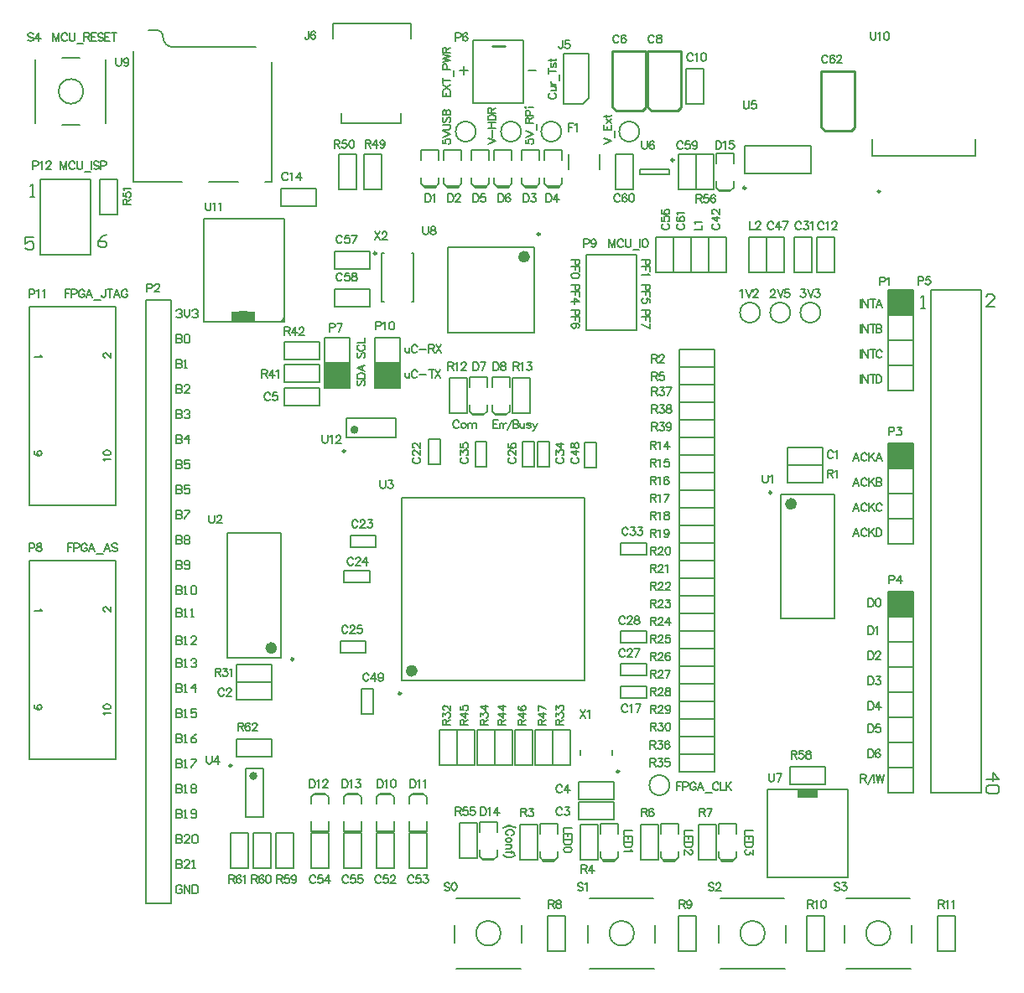
<source format=gto>
G04 Layer_Color=65535*
%FSLAX23Y23*%
%MOIN*%
G70*
G01*
G75*
%ADD44C,0.010*%
%ADD47C,0.008*%
%ADD64C,0.006*%
%ADD65C,0.024*%
%ADD66C,0.010*%
%ADD67C,0.016*%
%ADD68C,0.005*%
%ADD69C,0.008*%
%ADD70R,0.093X0.041*%
%ADD71R,0.100X0.100*%
%ADD72R,0.084X0.038*%
D44*
X2373Y3588D02*
X2389Y3572D01*
X2491D02*
X2507Y3588D01*
X2389Y3572D02*
X2491D01*
X2373Y3810D02*
X2507D01*
Y3588D02*
Y3810D01*
X2373Y3588D02*
Y3810D01*
X2513Y3588D02*
X2529Y3572D01*
X2631D02*
X2647Y3588D01*
X2529Y3572D02*
X2631D01*
X2513Y3810D02*
X2647D01*
Y3588D02*
Y3810D01*
X2513Y3588D02*
Y3810D01*
X3203Y3508D02*
X3219Y3492D01*
X3321D02*
X3337Y3508D01*
X3219Y3492D02*
X3321D01*
X3203Y3730D02*
X3337D01*
Y3508D02*
Y3730D01*
X3203Y3508D02*
Y3730D01*
X1895Y3830D02*
X1945D01*
D47*
X587Y3865D02*
G03*
X626Y3826I40J1D01*
G01*
X587Y3865D02*
G03*
X559Y3893I-26J2D01*
G01*
X1430Y2570D02*
X1530D01*
X1430Y2670D02*
X1530D01*
X1430Y2470D02*
X1530D01*
X1430D02*
Y2670D01*
X1530Y2470D02*
Y2670D01*
X2255Y3600D02*
X2280Y3625D01*
X2180Y3600D02*
X2255D01*
X2180D02*
Y3800D01*
X2280D01*
X2280Y3625D02*
X2280Y3800D01*
X3470Y2150D02*
X3570D01*
X3470Y2050D02*
X3570D01*
X3469Y1850D02*
X3569D01*
X3470D02*
X3570D01*
X3470D02*
X3570D01*
X3470D02*
X3470Y2250D01*
X3470Y1950D02*
X3570D01*
Y1850D02*
Y2250D01*
X3470D02*
X3570D01*
X3470Y1560D02*
X3570D01*
X3470Y1460D02*
X3570D01*
X3470Y860D02*
X3570D01*
X3470D02*
X3570D01*
X3470Y960D02*
X3570D01*
X3470D02*
X3570D01*
X3470Y1060D02*
X3570D01*
X3470D02*
X3570D01*
X3470Y1160D02*
X3570D01*
X3470D02*
X3570D01*
X3470Y1260D02*
X3570D01*
X3470D02*
X3570D01*
X3470Y860D02*
X3470Y1660D01*
X3470Y1360D02*
X3570D01*
Y1660D02*
X3570Y860D01*
X3470Y1660D02*
X3570D01*
X3470Y860D02*
X3570D01*
X1330Y2470D02*
Y2670D01*
X1230Y2470D02*
Y2670D01*
Y2470D02*
X1330D01*
X1230Y2670D02*
X1330D01*
X1230Y2570D02*
X1330D01*
X992Y3290D02*
X1020D01*
X768D02*
X886D01*
X469D02*
X662D01*
X626Y3826D02*
X957D01*
X528Y3893D02*
X559D01*
X1020Y3290D02*
Y3767D01*
X469Y3290D02*
Y3810D01*
X1820Y3855D02*
X2020D01*
X1820Y3605D02*
Y3855D01*
Y3605D02*
X2020D01*
Y3855D01*
X3470Y2760D02*
X3570D01*
X3470Y2660D02*
X3570D01*
X3469Y2460D02*
X3569D01*
X3470D02*
X3570D01*
X3470D02*
X3570D01*
X3470D02*
X3470Y2860D01*
X3470Y2560D02*
X3570D01*
Y2460D02*
Y2860D01*
X3470D02*
X3570D01*
X2126Y3643D02*
X2123Y3641D01*
X2120Y3638D01*
X2118Y3635D01*
Y3629D01*
X2120Y3626D01*
X2123Y3623D01*
X2126Y3622D01*
X2130Y3620D01*
X2138D01*
X2142Y3622D01*
X2145Y3623D01*
X2148Y3626D01*
X2150Y3629D01*
Y3635D01*
X2148Y3638D01*
X2145Y3641D01*
X2142Y3643D01*
X2129Y3652D02*
X2144D01*
X2148Y3653D01*
X2150Y3656D01*
Y3661D01*
X2148Y3664D01*
X2144Y3669D01*
X2129D02*
X2150D01*
X2129Y3677D02*
X2150D01*
X2138D02*
X2133Y3679D01*
X2130Y3682D01*
X2129Y3685D01*
Y3689D01*
X2161Y3692D02*
Y3716D01*
X2118Y3731D02*
X2150D01*
X2118Y3721D02*
Y3742D01*
X2133Y3762D02*
X2130Y3761D01*
X2129Y3756D01*
Y3752D01*
X2130Y3747D01*
X2133Y3746D01*
X2136Y3747D01*
X2138Y3750D01*
X2139Y3758D01*
X2141Y3761D01*
X2144Y3762D01*
X2145D01*
X2148Y3761D01*
X2150Y3756D01*
Y3752D01*
X2148Y3747D01*
X2145Y3746D01*
X2118Y3774D02*
X2144D01*
X2148Y3775D01*
X2150Y3778D01*
Y3781D01*
X2129Y3769D02*
Y3780D01*
X2070Y3733D02*
X2040D01*
X1783Y3716D02*
Y3750D01*
X1800Y3733D02*
X1766D01*
X1698Y3650D02*
Y3630D01*
X1730D01*
Y3650D01*
X1713Y3630D02*
Y3642D01*
X1698Y3655D02*
X1730Y3676D01*
X1698D02*
X1730Y3655D01*
X1698Y3694D02*
X1730D01*
X1698Y3684D02*
Y3705D01*
X1741Y3709D02*
Y3733D01*
X1715Y3737D02*
Y3751D01*
X1713Y3756D01*
X1712Y3757D01*
X1709Y3759D01*
X1704D01*
X1701Y3757D01*
X1700Y3756D01*
X1698Y3751D01*
Y3737D01*
X1730D01*
X1698Y3766D02*
X1730Y3773D01*
X1698Y3781D02*
X1730Y3773D01*
X1698Y3781D02*
X1730Y3789D01*
X1698Y3796D02*
X1730Y3789D01*
X1698Y3803D02*
X1730D01*
X1698D02*
Y3816D01*
X1700Y3821D01*
X1701Y3822D01*
X1704Y3824D01*
X1707D01*
X1710Y3822D01*
X1712Y3821D01*
X1713Y3816D01*
Y3803D01*
Y3813D02*
X1730Y3824D01*
X150Y3882D02*
Y3850D01*
Y3882D02*
X162Y3850D01*
X174Y3882D02*
X162Y3850D01*
X174Y3882D02*
Y3850D01*
X206Y3874D02*
X205Y3877D01*
X202Y3880D01*
X199Y3882D01*
X193D01*
X190Y3880D01*
X187Y3877D01*
X185Y3874D01*
X184Y3870D01*
Y3862D01*
X185Y3858D01*
X187Y3855D01*
X190Y3852D01*
X193Y3850D01*
X199D01*
X202Y3852D01*
X205Y3855D01*
X206Y3858D01*
X215Y3882D02*
Y3859D01*
X217Y3855D01*
X220Y3852D01*
X224Y3850D01*
X228D01*
X232Y3852D01*
X235Y3855D01*
X237Y3859D01*
Y3882D01*
X246Y3839D02*
X270D01*
X274Y3882D02*
Y3850D01*
Y3882D02*
X288D01*
X292Y3880D01*
X294Y3879D01*
X295Y3876D01*
Y3873D01*
X294Y3870D01*
X292Y3868D01*
X288Y3867D01*
X274D01*
X285D02*
X295Y3850D01*
X322Y3882D02*
X303D01*
Y3850D01*
X322D01*
X303Y3867D02*
X315D01*
X349Y3877D02*
X346Y3880D01*
X341Y3882D01*
X335D01*
X331Y3880D01*
X328Y3877D01*
Y3874D01*
X329Y3871D01*
X331Y3870D01*
X334Y3868D01*
X343Y3865D01*
X346Y3864D01*
X347Y3862D01*
X349Y3859D01*
Y3855D01*
X346Y3852D01*
X341Y3850D01*
X335D01*
X331Y3852D01*
X328Y3855D01*
X376Y3882D02*
X356D01*
Y3850D01*
X376D01*
X356Y3867D02*
X368D01*
X392Y3882D02*
Y3850D01*
X381Y3882D02*
X403D01*
X428Y3200D02*
X460D01*
X428D02*
Y3214D01*
X430Y3218D01*
X431Y3220D01*
X434Y3221D01*
X437D01*
X440Y3220D01*
X442Y3218D01*
X443Y3214D01*
Y3200D01*
Y3211D02*
X460Y3221D01*
X428Y3247D02*
Y3232D01*
X442Y3230D01*
X440Y3232D01*
X439Y3236D01*
Y3241D01*
X440Y3245D01*
X443Y3248D01*
X448Y3250D01*
X451D01*
X455Y3248D01*
X458Y3245D01*
X460Y3241D01*
Y3236D01*
X458Y3232D01*
X457Y3230D01*
X454Y3228D01*
X434Y3257D02*
X433Y3260D01*
X428Y3265D01*
X460D01*
X210Y1852D02*
Y1820D01*
Y1852D02*
X230D01*
X210Y1837D02*
X222D01*
X233Y1835D02*
X247D01*
X252Y1837D01*
X253Y1838D01*
X255Y1841D01*
Y1846D01*
X253Y1849D01*
X252Y1850D01*
X247Y1852D01*
X233D01*
Y1820D01*
X285Y1844D02*
X283Y1847D01*
X280Y1850D01*
X277Y1852D01*
X271D01*
X268Y1850D01*
X265Y1847D01*
X263Y1844D01*
X262Y1840D01*
Y1832D01*
X263Y1828D01*
X265Y1825D01*
X268Y1822D01*
X271Y1820D01*
X277D01*
X280Y1822D01*
X283Y1825D01*
X285Y1828D01*
Y1832D01*
X277D02*
X285D01*
X316Y1820D02*
X304Y1852D01*
X292Y1820D01*
X297Y1831D02*
X312D01*
X324Y1809D02*
X348D01*
X377Y1820D02*
X365Y1852D01*
X352Y1820D01*
X357Y1831D02*
X372D01*
X406Y1847D02*
X403Y1850D01*
X398Y1852D01*
X392D01*
X387Y1850D01*
X384Y1847D01*
Y1844D01*
X386Y1841D01*
X387Y1840D01*
X390Y1838D01*
X400Y1835D01*
X403Y1834D01*
X404Y1832D01*
X406Y1829D01*
Y1825D01*
X403Y1822D01*
X398Y1820D01*
X392D01*
X387Y1822D01*
X384Y1825D01*
X200Y2862D02*
Y2830D01*
Y2862D02*
X220D01*
X200Y2847D02*
X212D01*
X223Y2845D02*
X237D01*
X242Y2847D01*
X243Y2848D01*
X245Y2851D01*
Y2856D01*
X243Y2859D01*
X242Y2860D01*
X237Y2862D01*
X223D01*
Y2830D01*
X275Y2854D02*
X273Y2857D01*
X270Y2860D01*
X267Y2862D01*
X261D01*
X258Y2860D01*
X255Y2857D01*
X253Y2854D01*
X252Y2850D01*
Y2842D01*
X253Y2838D01*
X255Y2835D01*
X258Y2832D01*
X261Y2830D01*
X267D01*
X270Y2832D01*
X273Y2835D01*
X275Y2838D01*
Y2842D01*
X267D02*
X275D01*
X306Y2830D02*
X294Y2862D01*
X282Y2830D01*
X287Y2841D02*
X302D01*
X314Y2819D02*
X338D01*
X358Y2862D02*
Y2838D01*
X356Y2833D01*
X355Y2832D01*
X352Y2830D01*
X349D01*
X345Y2832D01*
X344Y2833D01*
X342Y2838D01*
Y2841D01*
X377Y2862D02*
Y2830D01*
X366Y2862D02*
X387D01*
X415Y2830D02*
X403Y2862D01*
X391Y2830D01*
X396Y2841D02*
X411D01*
X446Y2854D02*
X444Y2857D01*
X441Y2860D01*
X438Y2862D01*
X432D01*
X429Y2860D01*
X426Y2857D01*
X424Y2854D01*
X423Y2850D01*
Y2842D01*
X424Y2838D01*
X426Y2835D01*
X429Y2832D01*
X432Y2830D01*
X438D01*
X441Y2832D01*
X444Y2835D01*
X446Y2838D01*
Y2842D01*
X438D02*
X446D01*
X180Y3372D02*
Y3340D01*
Y3372D02*
X192Y3340D01*
X204Y3372D02*
X192Y3340D01*
X204Y3372D02*
Y3340D01*
X236Y3364D02*
X235Y3367D01*
X232Y3370D01*
X229Y3372D01*
X223D01*
X220Y3370D01*
X217Y3367D01*
X215Y3364D01*
X214Y3360D01*
Y3352D01*
X215Y3348D01*
X217Y3345D01*
X220Y3342D01*
X223Y3340D01*
X229D01*
X232Y3342D01*
X235Y3345D01*
X236Y3348D01*
X245Y3372D02*
Y3349D01*
X247Y3345D01*
X250Y3342D01*
X254Y3340D01*
X258D01*
X262Y3342D01*
X265Y3345D01*
X267Y3349D01*
Y3372D01*
X276Y3329D02*
X300D01*
X304Y3372D02*
Y3340D01*
X332Y3367D02*
X329Y3370D01*
X324Y3372D01*
X318D01*
X314Y3370D01*
X311Y3367D01*
Y3364D01*
X312Y3361D01*
X314Y3360D01*
X317Y3358D01*
X326Y3355D01*
X329Y3354D01*
X331Y3352D01*
X332Y3349D01*
Y3345D01*
X329Y3342D01*
X324Y3340D01*
X318D01*
X314Y3342D01*
X311Y3345D01*
X339Y3355D02*
X353D01*
X357Y3357D01*
X359Y3358D01*
X361Y3361D01*
Y3366D01*
X359Y3369D01*
X357Y3370D01*
X353Y3372D01*
X339D01*
Y3340D01*
X1920Y2342D02*
X1900D01*
Y2310D01*
X1920D01*
X1900Y2327D02*
X1912D01*
X1925Y2331D02*
Y2310D01*
Y2322D02*
X1927Y2327D01*
X1930Y2330D01*
X1933Y2331D01*
X1937D01*
X1940D02*
Y2310D01*
Y2322D02*
X1942Y2327D01*
X1945Y2330D01*
X1948Y2331D01*
X1952D01*
X1955Y2305D02*
X1977Y2342D01*
X1979D02*
Y2310D01*
Y2342D02*
X1992D01*
X1997Y2340D01*
X1999Y2339D01*
X2000Y2336D01*
Y2333D01*
X1999Y2330D01*
X1997Y2328D01*
X1992Y2327D01*
X1979D02*
X1992D01*
X1997Y2325D01*
X1999Y2324D01*
X2000Y2321D01*
Y2316D01*
X1999Y2313D01*
X1997Y2312D01*
X1992Y2310D01*
X1979D01*
X2007Y2331D02*
Y2316D01*
X2009Y2312D01*
X2012Y2310D01*
X2016D01*
X2019Y2312D01*
X2024Y2316D01*
Y2331D02*
Y2310D01*
X2049Y2327D02*
X2048Y2330D01*
X2043Y2331D01*
X2038D01*
X2034Y2330D01*
X2032Y2327D01*
X2034Y2324D01*
X2037Y2322D01*
X2045Y2321D01*
X2048Y2319D01*
X2049Y2316D01*
Y2315D01*
X2048Y2312D01*
X2043Y2310D01*
X2038D01*
X2034Y2312D01*
X2032Y2315D01*
X2057Y2331D02*
X2067Y2310D01*
X2076Y2331D02*
X2067Y2310D01*
X2063Y2304D01*
X2060Y2301D01*
X2057Y2299D01*
X2056D01*
X1763Y2334D02*
X1761Y2337D01*
X1758Y2340D01*
X1755Y2342D01*
X1749D01*
X1746Y2340D01*
X1743Y2337D01*
X1742Y2334D01*
X1740Y2330D01*
Y2322D01*
X1742Y2318D01*
X1743Y2315D01*
X1746Y2312D01*
X1749Y2310D01*
X1755D01*
X1758Y2312D01*
X1761Y2315D01*
X1763Y2318D01*
X1779Y2331D02*
X1776Y2330D01*
X1773Y2327D01*
X1772Y2322D01*
Y2319D01*
X1773Y2315D01*
X1776Y2312D01*
X1779Y2310D01*
X1784D01*
X1787Y2312D01*
X1790Y2315D01*
X1792Y2319D01*
Y2322D01*
X1790Y2327D01*
X1787Y2330D01*
X1784Y2331D01*
X1779D01*
X1799D02*
Y2310D01*
Y2325D02*
X1803Y2330D01*
X1806Y2331D01*
X1811D01*
X1814Y2330D01*
X1815Y2325D01*
Y2310D01*
Y2325D02*
X1820Y2330D01*
X1823Y2331D01*
X1828D01*
X1831Y2330D01*
X1832Y2325D01*
Y2310D01*
X1620Y3112D02*
Y3089D01*
X1622Y3085D01*
X1625Y3082D01*
X1629Y3080D01*
X1632D01*
X1637Y3082D01*
X1640Y3085D01*
X1641Y3089D01*
Y3112D01*
X1658D02*
X1653Y3110D01*
X1652Y3107D01*
Y3104D01*
X1653Y3101D01*
X1656Y3100D01*
X1662Y3098D01*
X1667Y3097D01*
X1670Y3094D01*
X1671Y3091D01*
Y3086D01*
X1670Y3083D01*
X1668Y3082D01*
X1664Y3080D01*
X1658D01*
X1653Y3082D01*
X1652Y3083D01*
X1650Y3086D01*
Y3091D01*
X1652Y3094D01*
X1655Y3097D01*
X1659Y3098D01*
X1665Y3100D01*
X1668Y3101D01*
X1670Y3104D01*
Y3107D01*
X1668Y3110D01*
X1664Y3112D01*
X1658D01*
X1900Y2572D02*
Y2540D01*
Y2572D02*
X1911D01*
X1915Y2570D01*
X1918Y2567D01*
X1920Y2564D01*
X1921Y2560D01*
Y2552D01*
X1920Y2548D01*
X1918Y2545D01*
X1915Y2542D01*
X1911Y2540D01*
X1900D01*
X1936Y2572D02*
X1932Y2570D01*
X1930Y2567D01*
Y2564D01*
X1932Y2561D01*
X1935Y2560D01*
X1941Y2558D01*
X1945Y2557D01*
X1948Y2554D01*
X1950Y2551D01*
Y2546D01*
X1948Y2543D01*
X1947Y2542D01*
X1942Y2540D01*
X1936D01*
X1932Y2542D01*
X1930Y2543D01*
X1928Y2546D01*
Y2551D01*
X1930Y2554D01*
X1933Y2557D01*
X1938Y2558D01*
X1944Y2560D01*
X1947Y2561D01*
X1948Y2564D01*
Y2567D01*
X1947Y2570D01*
X1942Y2572D01*
X1936D01*
X1820D02*
Y2540D01*
Y2572D02*
X1831D01*
X1835Y2570D01*
X1838Y2567D01*
X1840Y2564D01*
X1841Y2560D01*
Y2552D01*
X1840Y2548D01*
X1838Y2545D01*
X1835Y2542D01*
X1831Y2540D01*
X1820D01*
X1870Y2572D02*
X1855Y2540D01*
X1848Y2572D02*
X1870D01*
X2216Y2193D02*
X2213Y2191D01*
X2210Y2188D01*
X2208Y2185D01*
Y2179D01*
X2210Y2176D01*
X2213Y2173D01*
X2216Y2172D01*
X2220Y2170D01*
X2228D01*
X2232Y2172D01*
X2235Y2173D01*
X2238Y2176D01*
X2240Y2179D01*
Y2185D01*
X2238Y2188D01*
X2235Y2191D01*
X2232Y2193D01*
X2208Y2217D02*
X2229Y2202D01*
Y2225D01*
X2208Y2217D02*
X2240D01*
X2208Y2238D02*
X2210Y2233D01*
X2213Y2232D01*
X2216D01*
X2219Y2233D01*
X2220Y2236D01*
X2222Y2243D01*
X2223Y2247D01*
X2226Y2250D01*
X2229Y2252D01*
X2234D01*
X2237Y2250D01*
X2238Y2249D01*
X2240Y2244D01*
Y2238D01*
X2238Y2233D01*
X2237Y2232D01*
X2234Y2230D01*
X2229D01*
X2226Y2232D01*
X2223Y2235D01*
X2222Y2239D01*
X2220Y2246D01*
X2219Y2249D01*
X2216Y2250D01*
X2213D01*
X2210Y2249D01*
X2208Y2244D01*
Y2238D01*
X1586Y2193D02*
X1583Y2191D01*
X1580Y2188D01*
X1578Y2185D01*
Y2179D01*
X1580Y2176D01*
X1583Y2173D01*
X1586Y2172D01*
X1590Y2170D01*
X1598D01*
X1602Y2172D01*
X1605Y2173D01*
X1608Y2176D01*
X1610Y2179D01*
Y2185D01*
X1608Y2188D01*
X1605Y2191D01*
X1602Y2193D01*
X1586Y2203D02*
X1584D01*
X1581Y2205D01*
X1580Y2206D01*
X1578Y2209D01*
Y2216D01*
X1580Y2219D01*
X1581Y2220D01*
X1584Y2222D01*
X1587D01*
X1590Y2220D01*
X1595Y2217D01*
X1610Y2202D01*
Y2223D01*
X1586Y2232D02*
X1584D01*
X1581Y2233D01*
X1580Y2235D01*
X1578Y2238D01*
Y2244D01*
X1580Y2247D01*
X1581Y2249D01*
X1584Y2250D01*
X1587D01*
X1590Y2249D01*
X1595Y2246D01*
X1610Y2230D01*
Y2252D01*
X1776Y2193D02*
X1773Y2191D01*
X1770Y2188D01*
X1768Y2185D01*
Y2179D01*
X1770Y2176D01*
X1773Y2173D01*
X1776Y2172D01*
X1780Y2170D01*
X1788D01*
X1792Y2172D01*
X1795Y2173D01*
X1798Y2176D01*
X1800Y2179D01*
Y2185D01*
X1798Y2188D01*
X1795Y2191D01*
X1792Y2193D01*
X1768Y2205D02*
Y2222D01*
X1780Y2213D01*
Y2217D01*
X1782Y2220D01*
X1783Y2222D01*
X1788Y2223D01*
X1791D01*
X1795Y2222D01*
X1798Y2219D01*
X1800Y2214D01*
Y2209D01*
X1798Y2205D01*
X1797Y2203D01*
X1794Y2202D01*
X1768Y2249D02*
Y2233D01*
X1782Y2232D01*
X1780Y2233D01*
X1779Y2238D01*
Y2243D01*
X1780Y2247D01*
X1783Y2250D01*
X1788Y2252D01*
X1791D01*
X1795Y2250D01*
X1798Y2247D01*
X1800Y2243D01*
Y2238D01*
X1798Y2233D01*
X1797Y2232D01*
X1794Y2230D01*
X1550Y2531D02*
Y2516D01*
X1552Y2512D01*
X1555Y2510D01*
X1559D01*
X1562Y2512D01*
X1567Y2516D01*
Y2531D02*
Y2510D01*
X1598Y2534D02*
X1596Y2537D01*
X1593Y2540D01*
X1590Y2542D01*
X1584D01*
X1581Y2540D01*
X1578Y2537D01*
X1577Y2534D01*
X1575Y2530D01*
Y2522D01*
X1577Y2518D01*
X1578Y2515D01*
X1581Y2512D01*
X1584Y2510D01*
X1590D01*
X1593Y2512D01*
X1596Y2515D01*
X1598Y2518D01*
X1607Y2524D02*
X1634D01*
X1655Y2542D02*
Y2510D01*
X1644Y2542D02*
X1665D01*
X1669D02*
X1690Y2510D01*
Y2542D02*
X1669Y2510D01*
X1550Y2631D02*
Y2616D01*
X1552Y2612D01*
X1555Y2610D01*
X1559D01*
X1562Y2612D01*
X1567Y2616D01*
Y2631D02*
Y2610D01*
X1598Y2634D02*
X1596Y2637D01*
X1593Y2640D01*
X1590Y2642D01*
X1584D01*
X1581Y2640D01*
X1578Y2637D01*
X1577Y2634D01*
X1575Y2630D01*
Y2622D01*
X1577Y2618D01*
X1578Y2615D01*
X1581Y2612D01*
X1584Y2610D01*
X1590D01*
X1593Y2612D01*
X1596Y2615D01*
X1598Y2618D01*
X1607Y2624D02*
X1634D01*
X1644Y2642D02*
Y2610D01*
Y2642D02*
X1658D01*
X1662Y2640D01*
X1664Y2639D01*
X1665Y2636D01*
Y2633D01*
X1664Y2630D01*
X1662Y2628D01*
X1658Y2627D01*
X1644D01*
X1655D02*
X1665Y2610D01*
X1672Y2642D02*
X1694Y2610D01*
Y2642D02*
X1672Y2610D01*
X1363Y2501D02*
X1360Y2498D01*
X1358Y2494D01*
Y2488D01*
X1360Y2483D01*
X1363Y2480D01*
X1366D01*
X1369Y2482D01*
X1370Y2483D01*
X1372Y2486D01*
X1375Y2495D01*
X1376Y2498D01*
X1378Y2500D01*
X1381Y2501D01*
X1385D01*
X1388Y2498D01*
X1390Y2494D01*
Y2488D01*
X1388Y2483D01*
X1385Y2480D01*
X1358Y2508D02*
X1390D01*
X1358D02*
Y2519D01*
X1360Y2524D01*
X1363Y2527D01*
X1366Y2528D01*
X1370Y2530D01*
X1378D01*
X1382Y2528D01*
X1385Y2527D01*
X1388Y2524D01*
X1390Y2519D01*
Y2508D01*
Y2561D02*
X1358Y2549D01*
X1390Y2537D01*
X1379Y2542D02*
Y2557D01*
X1220Y2282D02*
Y2259D01*
X1222Y2255D01*
X1225Y2252D01*
X1229Y2250D01*
X1232D01*
X1237Y2252D01*
X1240Y2255D01*
X1241Y2259D01*
Y2282D01*
X1250Y2276D02*
X1253Y2277D01*
X1258Y2282D01*
Y2250D01*
X1275Y2274D02*
Y2276D01*
X1277Y2279D01*
X1278Y2280D01*
X1281Y2282D01*
X1287D01*
X1290Y2280D01*
X1292Y2279D01*
X1293Y2276D01*
Y2273D01*
X1292Y2270D01*
X1289Y2265D01*
X1274Y2250D01*
X1295D01*
X2156Y2193D02*
X2153Y2191D01*
X2150Y2188D01*
X2148Y2185D01*
Y2179D01*
X2150Y2176D01*
X2153Y2173D01*
X2156Y2172D01*
X2160Y2170D01*
X2168D01*
X2172Y2172D01*
X2175Y2173D01*
X2178Y2176D01*
X2180Y2179D01*
Y2185D01*
X2178Y2188D01*
X2175Y2191D01*
X2172Y2193D01*
X2148Y2205D02*
Y2222D01*
X2160Y2213D01*
Y2217D01*
X2162Y2220D01*
X2163Y2222D01*
X2168Y2223D01*
X2171D01*
X2175Y2222D01*
X2178Y2219D01*
X2180Y2214D01*
Y2209D01*
X2178Y2205D01*
X2177Y2203D01*
X2174Y2202D01*
X2148Y2246D02*
X2169Y2230D01*
Y2253D01*
X2148Y2246D02*
X2180D01*
X1966Y2193D02*
X1963Y2191D01*
X1960Y2188D01*
X1958Y2185D01*
Y2179D01*
X1960Y2176D01*
X1963Y2173D01*
X1966Y2172D01*
X1970Y2170D01*
X1978D01*
X1982Y2172D01*
X1985Y2173D01*
X1988Y2176D01*
X1990Y2179D01*
Y2185D01*
X1988Y2188D01*
X1985Y2191D01*
X1982Y2193D01*
X1966Y2203D02*
X1964D01*
X1961Y2205D01*
X1960Y2206D01*
X1958Y2209D01*
Y2216D01*
X1960Y2219D01*
X1961Y2220D01*
X1964Y2222D01*
X1967D01*
X1970Y2220D01*
X1975Y2217D01*
X1990Y2202D01*
Y2223D01*
X1963Y2249D02*
X1960Y2247D01*
X1958Y2243D01*
Y2239D01*
X1960Y2235D01*
X1964Y2232D01*
X1972Y2230D01*
X1979D01*
X1985Y2232D01*
X1988Y2235D01*
X1990Y2239D01*
Y2241D01*
X1988Y2246D01*
X1985Y2249D01*
X1981Y2250D01*
X1979D01*
X1975Y2249D01*
X1972Y2246D01*
X1970Y2241D01*
Y2239D01*
X1972Y2235D01*
X1975Y2232D01*
X1979Y2230D01*
X2776Y3123D02*
X2773Y3121D01*
X2770Y3118D01*
X2768Y3115D01*
Y3109D01*
X2770Y3106D01*
X2773Y3103D01*
X2776Y3102D01*
X2780Y3100D01*
X2788D01*
X2792Y3102D01*
X2795Y3103D01*
X2798Y3106D01*
X2800Y3109D01*
Y3115D01*
X2798Y3118D01*
X2795Y3121D01*
X2792Y3123D01*
X2768Y3147D02*
X2789Y3132D01*
Y3155D01*
X2768Y3147D02*
X2800D01*
X2776Y3162D02*
X2774D01*
X2771Y3163D01*
X2770Y3165D01*
X2768Y3168D01*
Y3174D01*
X2770Y3177D01*
X2771Y3179D01*
X2774Y3180D01*
X2777D01*
X2780Y3179D01*
X2785Y3176D01*
X2800Y3160D01*
Y3182D01*
X2576Y3123D02*
X2573Y3121D01*
X2570Y3118D01*
X2568Y3115D01*
Y3109D01*
X2570Y3106D01*
X2573Y3103D01*
X2576Y3102D01*
X2580Y3100D01*
X2588D01*
X2592Y3102D01*
X2595Y3103D01*
X2598Y3106D01*
X2600Y3109D01*
Y3115D01*
X2598Y3118D01*
X2595Y3121D01*
X2592Y3123D01*
X2568Y3150D02*
Y3135D01*
X2582Y3133D01*
X2580Y3135D01*
X2579Y3139D01*
Y3144D01*
X2580Y3149D01*
X2583Y3152D01*
X2588Y3153D01*
X2591D01*
X2595Y3152D01*
X2598Y3149D01*
X2600Y3144D01*
Y3139D01*
X2598Y3135D01*
X2597Y3133D01*
X2594Y3132D01*
X2573Y3179D02*
X2570Y3177D01*
X2568Y3173D01*
Y3169D01*
X2570Y3165D01*
X2574Y3162D01*
X2582Y3160D01*
X2589D01*
X2595Y3162D01*
X2598Y3165D01*
X2600Y3169D01*
Y3171D01*
X2598Y3176D01*
X2595Y3179D01*
X2591Y3180D01*
X2589D01*
X2585Y3179D01*
X2582Y3176D01*
X2580Y3171D01*
Y3169D01*
X2582Y3165D01*
X2585Y3162D01*
X2589Y3160D01*
X1040Y532D02*
Y500D01*
Y532D02*
X1054D01*
X1058Y530D01*
X1060Y529D01*
X1061Y526D01*
Y523D01*
X1060Y520D01*
X1058Y518D01*
X1054Y517D01*
X1040D01*
X1051D02*
X1061Y500D01*
X1087Y532D02*
X1072D01*
X1070Y518D01*
X1072Y520D01*
X1076Y521D01*
X1081D01*
X1085Y520D01*
X1088Y517D01*
X1090Y512D01*
Y509D01*
X1088Y505D01*
X1085Y502D01*
X1081Y500D01*
X1076D01*
X1072Y502D01*
X1070Y503D01*
X1068Y506D01*
X1117Y521D02*
X1115Y517D01*
X1112Y514D01*
X1108Y512D01*
X1106D01*
X1102Y514D01*
X1099Y517D01*
X1097Y521D01*
Y523D01*
X1099Y527D01*
X1102Y530D01*
X1106Y532D01*
X1108D01*
X1112Y530D01*
X1115Y527D01*
X1117Y521D01*
Y514D01*
X1115Y506D01*
X1112Y502D01*
X1108Y500D01*
X1105D01*
X1100Y502D01*
X1099Y505D01*
X940Y532D02*
Y500D01*
Y532D02*
X954D01*
X958Y530D01*
X960Y529D01*
X961Y526D01*
Y523D01*
X960Y520D01*
X958Y518D01*
X954Y517D01*
X940D01*
X951D02*
X961Y500D01*
X987Y527D02*
X985Y530D01*
X981Y532D01*
X978D01*
X973Y530D01*
X970Y526D01*
X968Y518D01*
Y511D01*
X970Y505D01*
X973Y502D01*
X978Y500D01*
X979D01*
X984Y502D01*
X987Y505D01*
X988Y509D01*
Y511D01*
X987Y515D01*
X984Y518D01*
X979Y520D01*
X978D01*
X973Y518D01*
X970Y515D01*
X968Y511D01*
X1004Y532D02*
X1000Y530D01*
X997Y526D01*
X995Y518D01*
Y514D01*
X997Y506D01*
X1000Y502D01*
X1004Y500D01*
X1007D01*
X1012Y502D01*
X1015Y506D01*
X1017Y514D01*
Y518D01*
X1015Y526D01*
X1012Y530D01*
X1007Y532D01*
X1004D01*
X850D02*
Y500D01*
Y532D02*
X864D01*
X868Y530D01*
X870Y529D01*
X871Y526D01*
Y523D01*
X870Y520D01*
X868Y518D01*
X864Y517D01*
X850D01*
X861D02*
X871Y500D01*
X897Y527D02*
X895Y530D01*
X891Y532D01*
X888D01*
X883Y530D01*
X880Y526D01*
X878Y518D01*
Y511D01*
X880Y505D01*
X883Y502D01*
X888Y500D01*
X889D01*
X894Y502D01*
X897Y505D01*
X898Y509D01*
Y511D01*
X897Y515D01*
X894Y518D01*
X889Y520D01*
X888D01*
X883Y518D01*
X880Y515D01*
X878Y511D01*
X905Y526D02*
X908Y527D01*
X913Y532D01*
Y500D01*
X1193Y524D02*
X1191Y527D01*
X1188Y530D01*
X1185Y532D01*
X1179D01*
X1176Y530D01*
X1173Y527D01*
X1172Y524D01*
X1170Y520D01*
Y512D01*
X1172Y508D01*
X1173Y505D01*
X1176Y502D01*
X1179Y500D01*
X1185D01*
X1188Y502D01*
X1191Y505D01*
X1193Y508D01*
X1220Y532D02*
X1205D01*
X1203Y518D01*
X1205Y520D01*
X1209Y521D01*
X1214D01*
X1219Y520D01*
X1222Y517D01*
X1223Y512D01*
Y509D01*
X1222Y505D01*
X1219Y502D01*
X1214Y500D01*
X1209D01*
X1205Y502D01*
X1203Y503D01*
X1202Y506D01*
X1246Y532D02*
X1230Y511D01*
X1253D01*
X1246Y532D02*
Y500D01*
X1323Y524D02*
X1321Y527D01*
X1318Y530D01*
X1315Y532D01*
X1309D01*
X1306Y530D01*
X1303Y527D01*
X1302Y524D01*
X1300Y520D01*
Y512D01*
X1302Y508D01*
X1303Y505D01*
X1306Y502D01*
X1309Y500D01*
X1315D01*
X1318Y502D01*
X1321Y505D01*
X1323Y508D01*
X1350Y532D02*
X1335D01*
X1333Y518D01*
X1335Y520D01*
X1339Y521D01*
X1344D01*
X1349Y520D01*
X1352Y517D01*
X1353Y512D01*
Y509D01*
X1352Y505D01*
X1349Y502D01*
X1344Y500D01*
X1339D01*
X1335Y502D01*
X1333Y503D01*
X1332Y506D01*
X1379Y532D02*
X1363D01*
X1362Y518D01*
X1363Y520D01*
X1368Y521D01*
X1373D01*
X1377Y520D01*
X1380Y517D01*
X1382Y512D01*
Y509D01*
X1380Y505D01*
X1377Y502D01*
X1373Y500D01*
X1368D01*
X1363Y502D01*
X1362Y503D01*
X1360Y506D01*
X1453Y524D02*
X1451Y527D01*
X1448Y530D01*
X1445Y532D01*
X1439D01*
X1436Y530D01*
X1433Y527D01*
X1432Y524D01*
X1430Y520D01*
Y512D01*
X1432Y508D01*
X1433Y505D01*
X1436Y502D01*
X1439Y500D01*
X1445D01*
X1448Y502D01*
X1451Y505D01*
X1453Y508D01*
X1480Y532D02*
X1465D01*
X1463Y518D01*
X1465Y520D01*
X1469Y521D01*
X1474D01*
X1479Y520D01*
X1482Y517D01*
X1483Y512D01*
Y509D01*
X1482Y505D01*
X1479Y502D01*
X1474Y500D01*
X1469D01*
X1465Y502D01*
X1463Y503D01*
X1462Y506D01*
X1492Y524D02*
Y526D01*
X1493Y529D01*
X1495Y530D01*
X1498Y532D01*
X1504D01*
X1507Y530D01*
X1509Y529D01*
X1510Y526D01*
Y523D01*
X1509Y520D01*
X1506Y515D01*
X1490Y500D01*
X1512D01*
X2078Y1130D02*
X2110D01*
X2078D02*
Y1144D01*
X2080Y1148D01*
X2081Y1150D01*
X2084Y1151D01*
X2087D01*
X2090Y1150D01*
X2092Y1148D01*
X2093Y1144D01*
Y1130D01*
Y1141D02*
X2110Y1151D01*
X2078Y1174D02*
X2099Y1158D01*
Y1181D01*
X2078Y1174D02*
X2110D01*
X2078Y1208D02*
X2110Y1193D01*
X2078Y1187D02*
Y1208D01*
X1998Y1130D02*
X2030D01*
X1998D02*
Y1144D01*
X2000Y1148D01*
X2001Y1150D01*
X2004Y1151D01*
X2007D01*
X2010Y1150D01*
X2012Y1148D01*
X2013Y1144D01*
Y1130D01*
Y1141D02*
X2030Y1151D01*
X1998Y1174D02*
X2019Y1158D01*
Y1181D01*
X1998Y1174D02*
X2030D01*
X2003Y1205D02*
X2000Y1204D01*
X1998Y1199D01*
Y1196D01*
X2000Y1192D01*
X2004Y1189D01*
X2012Y1187D01*
X2019D01*
X2025Y1189D01*
X2028Y1192D01*
X2030Y1196D01*
Y1198D01*
X2028Y1202D01*
X2025Y1205D01*
X2021Y1207D01*
X2019D01*
X2015Y1205D01*
X2012Y1202D01*
X2010Y1198D01*
Y1196D01*
X2012Y1192D01*
X2015Y1189D01*
X2019Y1187D01*
X1918Y1130D02*
X1950D01*
X1918D02*
Y1144D01*
X1920Y1148D01*
X1921Y1150D01*
X1924Y1151D01*
X1927D01*
X1930Y1150D01*
X1932Y1148D01*
X1933Y1144D01*
Y1130D01*
Y1141D02*
X1950Y1151D01*
X1918Y1174D02*
X1939Y1158D01*
Y1181D01*
X1918Y1174D02*
X1950D01*
X1918Y1202D02*
X1939Y1187D01*
Y1210D01*
X1918Y1202D02*
X1950D01*
X1768Y1130D02*
X1800D01*
X1768D02*
Y1144D01*
X1770Y1148D01*
X1771Y1150D01*
X1774Y1151D01*
X1777D01*
X1780Y1150D01*
X1782Y1148D01*
X1783Y1144D01*
Y1130D01*
Y1141D02*
X1800Y1151D01*
X1768Y1174D02*
X1789Y1158D01*
Y1181D01*
X1768Y1174D02*
X1800D01*
X1768Y1205D02*
Y1190D01*
X1782Y1189D01*
X1780Y1190D01*
X1779Y1195D01*
Y1199D01*
X1780Y1204D01*
X1783Y1207D01*
X1788Y1208D01*
X1791D01*
X1795Y1207D01*
X1798Y1204D01*
X1800Y1199D01*
Y1195D01*
X1798Y1190D01*
X1797Y1189D01*
X1794Y1187D01*
X1988Y719D02*
X1985Y722D01*
X1980Y725D01*
X1974Y728D01*
X1967Y730D01*
X1961D01*
X1953Y728D01*
X1947Y725D01*
X1942Y722D01*
X1939Y719D01*
X1985Y722D02*
X1979Y725D01*
X1974Y727D01*
X1967Y728D01*
X1961D01*
X1953Y727D01*
X1948Y725D01*
X1942Y722D01*
X1974Y690D02*
X1977Y692D01*
X1980Y695D01*
X1982Y698D01*
Y704D01*
X1980Y707D01*
X1977Y710D01*
X1974Y712D01*
X1970Y713D01*
X1962D01*
X1958Y712D01*
X1955Y710D01*
X1952Y707D01*
X1950Y704D01*
Y698D01*
X1952Y695D01*
X1955Y692D01*
X1958Y690D01*
X1971Y674D02*
X1970Y677D01*
X1967Y680D01*
X1962Y681D01*
X1959D01*
X1955Y680D01*
X1952Y677D01*
X1950Y674D01*
Y669D01*
X1952Y666D01*
X1955Y663D01*
X1959Y662D01*
X1962D01*
X1967Y663D01*
X1970Y666D01*
X1971Y669D01*
Y674D01*
Y655D02*
X1950D01*
X1965D02*
X1970Y650D01*
X1971Y647D01*
Y642D01*
X1970Y639D01*
X1965Y638D01*
X1950D01*
X1982Y617D02*
Y620D01*
X1980Y623D01*
X1976Y625D01*
X1950D01*
X1971Y629D02*
Y619D01*
X1988Y613D02*
X1985Y610D01*
X1980Y607D01*
X1974Y604D01*
X1967Y602D01*
X1961D01*
X1953Y604D01*
X1947Y607D01*
X1942Y610D01*
X1939Y613D01*
X1985Y610D02*
X1979Y607D01*
X1974Y605D01*
X1967Y604D01*
X1961D01*
X1953Y605D01*
X1948Y607D01*
X1942Y610D01*
X1750Y802D02*
Y770D01*
Y802D02*
X1764D01*
X1768Y800D01*
X1770Y799D01*
X1771Y796D01*
Y793D01*
X1770Y790D01*
X1768Y788D01*
X1764Y787D01*
X1750D01*
X1761D02*
X1771Y770D01*
X1797Y802D02*
X1782D01*
X1780Y788D01*
X1782Y790D01*
X1786Y791D01*
X1791D01*
X1795Y790D01*
X1798Y787D01*
X1800Y782D01*
Y779D01*
X1798Y775D01*
X1795Y772D01*
X1791Y770D01*
X1786D01*
X1782Y772D01*
X1780Y773D01*
X1778Y776D01*
X1825Y802D02*
X1810D01*
X1809Y788D01*
X1810Y790D01*
X1815Y791D01*
X1819D01*
X1824Y790D01*
X1827Y787D01*
X1828Y782D01*
Y779D01*
X1827Y775D01*
X1824Y772D01*
X1819Y770D01*
X1815D01*
X1810Y772D01*
X1809Y773D01*
X1807Y776D01*
X2173Y884D02*
X2171Y887D01*
X2168Y890D01*
X2165Y892D01*
X2159D01*
X2156Y890D01*
X2153Y887D01*
X2152Y884D01*
X2150Y880D01*
Y872D01*
X2152Y868D01*
X2153Y865D01*
X2156Y862D01*
X2159Y860D01*
X2165D01*
X2168Y862D01*
X2171Y865D01*
X2173Y868D01*
X2197Y892D02*
X2182Y871D01*
X2205D01*
X2197Y892D02*
Y860D01*
X2692Y710D02*
X2660D01*
Y692D01*
X2692Y668D02*
Y688D01*
X2660D01*
Y668D01*
X2677Y688D02*
Y676D01*
X2692Y663D02*
X2660D01*
X2692D02*
Y652D01*
X2690Y648D01*
X2687Y645D01*
X2684Y643D01*
X2680Y642D01*
X2672D01*
X2668Y643D01*
X2665Y645D01*
X2662Y648D01*
X2660Y652D01*
Y663D01*
X2684Y633D02*
X2686D01*
X2689Y632D01*
X2690Y630D01*
X2692Y627D01*
Y621D01*
X2690Y618D01*
X2689Y616D01*
X2686Y615D01*
X2683D01*
X2680Y616D01*
X2675Y619D01*
X2660Y635D01*
Y613D01*
X2452Y710D02*
X2420D01*
Y692D01*
X2452Y668D02*
Y688D01*
X2420D01*
Y668D01*
X2437Y688D02*
Y676D01*
X2452Y663D02*
X2420D01*
X2452D02*
Y652D01*
X2450Y648D01*
X2447Y645D01*
X2444Y643D01*
X2440Y642D01*
X2432D01*
X2428Y643D01*
X2425Y645D01*
X2422Y648D01*
X2420Y652D01*
Y663D01*
X2446Y635D02*
X2447Y632D01*
X2452Y627D01*
X2420D01*
X2212Y720D02*
X2180D01*
Y702D01*
X2212Y678D02*
Y698D01*
X2180D01*
Y678D01*
X2197Y698D02*
Y686D01*
X2212Y673D02*
X2180D01*
X2212D02*
Y662D01*
X2210Y658D01*
X2207Y655D01*
X2204Y653D01*
X2200Y652D01*
X2192D01*
X2188Y653D01*
X2185Y655D01*
X2182Y658D01*
X2180Y662D01*
Y673D01*
X2212Y635D02*
X2210Y640D01*
X2206Y643D01*
X2198Y645D01*
X2194D01*
X2186Y643D01*
X2182Y640D01*
X2180Y635D01*
Y632D01*
X2182Y628D01*
X2186Y625D01*
X2194Y623D01*
X2198D01*
X2206Y625D01*
X2210Y628D01*
X2212Y632D01*
Y635D01*
X1850Y802D02*
Y770D01*
Y802D02*
X1861D01*
X1865Y800D01*
X1868Y797D01*
X1870Y794D01*
X1871Y790D01*
Y782D01*
X1870Y778D01*
X1868Y775D01*
X1865Y772D01*
X1861Y770D01*
X1850D01*
X1878Y796D02*
X1882Y797D01*
X1886Y802D01*
Y770D01*
X1917Y802D02*
X1902Y781D01*
X1925D01*
X1917Y802D02*
Y770D01*
X2173Y794D02*
X2171Y797D01*
X2168Y800D01*
X2165Y802D01*
X2159D01*
X2156Y800D01*
X2153Y797D01*
X2152Y794D01*
X2150Y790D01*
Y782D01*
X2152Y778D01*
X2153Y775D01*
X2156Y772D01*
X2159Y770D01*
X2165D01*
X2168Y772D01*
X2171Y775D01*
X2173Y778D01*
X2185Y802D02*
X2202D01*
X2193Y790D01*
X2197D01*
X2200Y788D01*
X2202Y787D01*
X2203Y782D01*
Y779D01*
X2202Y775D01*
X2199Y772D01*
X2194Y770D01*
X2189D01*
X2185Y772D01*
X2183Y773D01*
X2182Y776D01*
X2250Y572D02*
Y540D01*
Y572D02*
X2264D01*
X2268Y570D01*
X2270Y569D01*
X2271Y566D01*
Y563D01*
X2270Y560D01*
X2268Y558D01*
X2264Y557D01*
X2250D01*
X2261D02*
X2271Y540D01*
X2294Y572D02*
X2278Y551D01*
X2301D01*
X2294Y572D02*
Y540D01*
X2423Y1554D02*
X2421Y1557D01*
X2418Y1560D01*
X2415Y1562D01*
X2409D01*
X2406Y1560D01*
X2403Y1557D01*
X2402Y1554D01*
X2400Y1550D01*
Y1542D01*
X2402Y1538D01*
X2403Y1535D01*
X2406Y1532D01*
X2409Y1530D01*
X2415D01*
X2418Y1532D01*
X2421Y1535D01*
X2423Y1538D01*
X2433Y1554D02*
Y1556D01*
X2435Y1559D01*
X2436Y1560D01*
X2439Y1562D01*
X2446D01*
X2449Y1560D01*
X2450Y1559D01*
X2452Y1556D01*
Y1553D01*
X2450Y1550D01*
X2447Y1545D01*
X2432Y1530D01*
X2453D01*
X2468Y1562D02*
X2463Y1560D01*
X2462Y1557D01*
Y1554D01*
X2463Y1551D01*
X2466Y1550D01*
X2473Y1548D01*
X2477Y1547D01*
X2480Y1544D01*
X2482Y1541D01*
Y1536D01*
X2480Y1533D01*
X2479Y1532D01*
X2474Y1530D01*
X2468D01*
X2463Y1532D01*
X2462Y1533D01*
X2460Y1536D01*
Y1541D01*
X2462Y1544D01*
X2465Y1547D01*
X2469Y1548D01*
X2476Y1550D01*
X2479Y1551D01*
X2480Y1554D01*
Y1557D01*
X2479Y1560D01*
X2474Y1562D01*
X2468D01*
X2524Y1066D02*
Y1034D01*
Y1066D02*
X2538D01*
X2542Y1064D01*
X2544Y1063D01*
X2545Y1060D01*
Y1057D01*
X2544Y1054D01*
X2542Y1052D01*
X2538Y1051D01*
X2524D01*
X2535D02*
X2545Y1034D01*
X2556Y1066D02*
X2572D01*
X2563Y1054D01*
X2568D01*
X2571Y1052D01*
X2572Y1051D01*
X2574Y1046D01*
Y1043D01*
X2572Y1039D01*
X2569Y1036D01*
X2565Y1034D01*
X2560D01*
X2556Y1036D01*
X2554Y1037D01*
X2552Y1040D01*
X2599Y1061D02*
X2598Y1064D01*
X2593Y1066D01*
X2590D01*
X2586Y1064D01*
X2583Y1060D01*
X2581Y1052D01*
Y1045D01*
X2583Y1039D01*
X2586Y1036D01*
X2590Y1034D01*
X2592D01*
X2596Y1036D01*
X2599Y1039D01*
X2601Y1043D01*
Y1045D01*
X2599Y1049D01*
X2596Y1052D01*
X2592Y1054D01*
X2590D01*
X2586Y1052D01*
X2583Y1049D01*
X2581Y1045D01*
X2524Y996D02*
Y964D01*
Y996D02*
X2538D01*
X2542Y994D01*
X2544Y993D01*
X2545Y990D01*
Y987D01*
X2544Y984D01*
X2542Y982D01*
X2538Y981D01*
X2524D01*
X2535D02*
X2545Y964D01*
X2556Y996D02*
X2572D01*
X2563Y984D01*
X2568D01*
X2571Y982D01*
X2572Y981D01*
X2574Y976D01*
Y973D01*
X2572Y969D01*
X2569Y966D01*
X2565Y964D01*
X2560D01*
X2556Y966D01*
X2554Y967D01*
X2552Y970D01*
X2599Y996D02*
X2584D01*
X2583Y982D01*
X2584Y984D01*
X2589Y985D01*
X2593D01*
X2598Y984D01*
X2601Y981D01*
X2602Y976D01*
Y973D01*
X2601Y969D01*
X2598Y966D01*
X2593Y964D01*
X2589D01*
X2584Y966D01*
X2583Y967D01*
X2581Y970D01*
X3085Y1027D02*
Y995D01*
Y1027D02*
X3099D01*
X3103Y1025D01*
X3105Y1024D01*
X3106Y1021D01*
Y1018D01*
X3105Y1015D01*
X3103Y1013D01*
X3099Y1012D01*
X3085D01*
X3096D02*
X3106Y995D01*
X3132Y1027D02*
X3117D01*
X3115Y1013D01*
X3117Y1015D01*
X3121Y1016D01*
X3126D01*
X3130Y1015D01*
X3133Y1012D01*
X3135Y1007D01*
Y1004D01*
X3133Y1000D01*
X3130Y997D01*
X3126Y995D01*
X3121D01*
X3117Y997D01*
X3115Y998D01*
X3113Y1001D01*
X3150Y1027D02*
X3145Y1025D01*
X3144Y1022D01*
Y1019D01*
X3145Y1016D01*
X3148Y1015D01*
X3154Y1013D01*
X3159Y1012D01*
X3162Y1009D01*
X3163Y1006D01*
Y1001D01*
X3162Y998D01*
X3160Y997D01*
X3156Y995D01*
X3150D01*
X3145Y997D01*
X3144Y998D01*
X3142Y1001D01*
Y1006D01*
X3144Y1009D01*
X3147Y1012D01*
X3151Y1013D01*
X3157Y1015D01*
X3160Y1016D01*
X3162Y1019D01*
Y1022D01*
X3160Y1025D01*
X3156Y1027D01*
X3150D01*
X1083Y3320D02*
X1081Y3323D01*
X1078Y3326D01*
X1075Y3328D01*
X1069D01*
X1066Y3326D01*
X1063Y3323D01*
X1062Y3320D01*
X1060Y3316D01*
Y3308D01*
X1062Y3304D01*
X1063Y3301D01*
X1066Y3298D01*
X1069Y3296D01*
X1075D01*
X1078Y3298D01*
X1081Y3301D01*
X1083Y3304D01*
X1092Y3322D02*
X1095Y3323D01*
X1099Y3328D01*
Y3296D01*
X1131Y3328D02*
X1115Y3307D01*
X1138D01*
X1131Y3328D02*
Y3296D01*
X756Y3208D02*
Y3185D01*
X758Y3181D01*
X761Y3178D01*
X765Y3176D01*
X768D01*
X773Y3178D01*
X776Y3181D01*
X777Y3185D01*
Y3208D01*
X786Y3202D02*
X789Y3203D01*
X794Y3208D01*
Y3176D01*
X810Y3202D02*
X813Y3203D01*
X817Y3208D01*
Y3176D01*
X1434Y2717D02*
X1448D01*
X1452Y2719D01*
X1454Y2720D01*
X1455Y2723D01*
Y2728D01*
X1454Y2731D01*
X1452Y2732D01*
X1448Y2734D01*
X1434D01*
Y2702D01*
X1462Y2728D02*
X1466Y2729D01*
X1470Y2734D01*
Y2702D01*
X1495Y2734D02*
X1491Y2732D01*
X1487Y2728D01*
X1486Y2720D01*
Y2716D01*
X1487Y2708D01*
X1491Y2704D01*
X1495Y2702D01*
X1498D01*
X1503Y2704D01*
X1506Y2708D01*
X1507Y2716D01*
Y2720D01*
X1506Y2728D01*
X1503Y2732D01*
X1498Y2734D01*
X1495D01*
X2260Y3045D02*
X2274D01*
X2278Y3047D01*
X2280Y3048D01*
X2281Y3051D01*
Y3056D01*
X2280Y3059D01*
X2278Y3060D01*
X2274Y3062D01*
X2260D01*
Y3030D01*
X2308Y3051D02*
X2307Y3047D01*
X2304Y3044D01*
X2299Y3042D01*
X2298D01*
X2293Y3044D01*
X2290Y3047D01*
X2288Y3051D01*
Y3053D01*
X2290Y3057D01*
X2293Y3060D01*
X2298Y3062D01*
X2299D01*
X2304Y3060D01*
X2307Y3057D01*
X2308Y3051D01*
Y3044D01*
X2307Y3036D01*
X2304Y3032D01*
X2299Y3030D01*
X2296D01*
X2292Y3032D01*
X2290Y3035D01*
X2399Y3867D02*
X2397Y3870D01*
X2394Y3873D01*
X2391Y3875D01*
X2385D01*
X2382Y3873D01*
X2379Y3870D01*
X2378Y3867D01*
X2376Y3863D01*
Y3855D01*
X2378Y3851D01*
X2379Y3848D01*
X2382Y3845D01*
X2385Y3843D01*
X2391D01*
X2394Y3845D01*
X2397Y3848D01*
X2399Y3851D01*
X2426Y3870D02*
X2425Y3873D01*
X2420Y3875D01*
X2417D01*
X2412Y3873D01*
X2409Y3869D01*
X2408Y3861D01*
Y3854D01*
X2409Y3848D01*
X2412Y3845D01*
X2417Y3843D01*
X2419D01*
X2423Y3845D01*
X2426Y3848D01*
X2428Y3852D01*
Y3854D01*
X2426Y3858D01*
X2423Y3861D01*
X2419Y3863D01*
X2417D01*
X2412Y3861D01*
X2409Y3858D01*
X2408Y3854D01*
X2539Y3867D02*
X2537Y3870D01*
X2534Y3873D01*
X2531Y3875D01*
X2525D01*
X2522Y3873D01*
X2519Y3870D01*
X2518Y3867D01*
X2516Y3863D01*
Y3855D01*
X2518Y3851D01*
X2519Y3848D01*
X2522Y3845D01*
X2525Y3843D01*
X2531D01*
X2534Y3845D01*
X2537Y3848D01*
X2539Y3851D01*
X2555Y3875D02*
X2551Y3873D01*
X2549Y3870D01*
Y3867D01*
X2551Y3864D01*
X2554Y3863D01*
X2560Y3861D01*
X2565Y3860D01*
X2568Y3857D01*
X2569Y3854D01*
Y3849D01*
X2568Y3846D01*
X2566Y3845D01*
X2562Y3843D01*
X2555D01*
X2551Y3845D01*
X2549Y3846D01*
X2548Y3849D01*
Y3854D01*
X2549Y3857D01*
X2552Y3860D01*
X2557Y3861D01*
X2563Y3863D01*
X2566Y3864D01*
X2568Y3867D01*
Y3870D01*
X2566Y3873D01*
X2562Y3875D01*
X2555D01*
X2693Y3794D02*
X2691Y3797D01*
X2688Y3800D01*
X2685Y3802D01*
X2679D01*
X2676Y3800D01*
X2673Y3797D01*
X2672Y3794D01*
X2670Y3790D01*
Y3782D01*
X2672Y3778D01*
X2673Y3775D01*
X2676Y3772D01*
X2679Y3770D01*
X2685D01*
X2688Y3772D01*
X2691Y3775D01*
X2693Y3778D01*
X2702Y3796D02*
X2705Y3797D01*
X2709Y3802D01*
Y3770D01*
X2734Y3802D02*
X2730Y3800D01*
X2727Y3796D01*
X2725Y3788D01*
Y3784D01*
X2727Y3776D01*
X2730Y3772D01*
X2734Y3770D01*
X2737D01*
X2742Y3772D01*
X2745Y3776D01*
X2747Y3784D01*
Y3788D01*
X2745Y3796D01*
X2742Y3800D01*
X2737Y3802D01*
X2734D01*
X3213Y3124D02*
X3211Y3127D01*
X3208Y3130D01*
X3205Y3132D01*
X3199D01*
X3196Y3130D01*
X3193Y3127D01*
X3192Y3124D01*
X3190Y3120D01*
Y3112D01*
X3192Y3108D01*
X3193Y3105D01*
X3196Y3102D01*
X3199Y3100D01*
X3205D01*
X3208Y3102D01*
X3211Y3105D01*
X3213Y3108D01*
X3222Y3126D02*
X3225Y3127D01*
X3229Y3132D01*
Y3100D01*
X3247Y3124D02*
Y3126D01*
X3248Y3129D01*
X3250Y3130D01*
X3253Y3132D01*
X3259D01*
X3262Y3130D01*
X3264Y3129D01*
X3265Y3126D01*
Y3123D01*
X3264Y3120D01*
X3261Y3115D01*
X3245Y3100D01*
X3267D01*
X1361Y1938D02*
X1359Y1941D01*
X1356Y1944D01*
X1353Y1946D01*
X1347D01*
X1344Y1944D01*
X1341Y1941D01*
X1340Y1938D01*
X1338Y1934D01*
Y1926D01*
X1340Y1922D01*
X1341Y1919D01*
X1344Y1916D01*
X1347Y1914D01*
X1353D01*
X1356Y1916D01*
X1359Y1919D01*
X1361Y1922D01*
X1371Y1938D02*
Y1940D01*
X1373Y1943D01*
X1374Y1944D01*
X1377Y1946D01*
X1384D01*
X1387Y1944D01*
X1388Y1943D01*
X1390Y1940D01*
Y1937D01*
X1388Y1934D01*
X1385Y1929D01*
X1370Y1914D01*
X1391D01*
X1401Y1946D02*
X1418D01*
X1409Y1934D01*
X1414D01*
X1417Y1932D01*
X1418Y1931D01*
X1420Y1926D01*
Y1923D01*
X1418Y1919D01*
X1415Y1916D01*
X1411Y1914D01*
X1406D01*
X1401Y1916D01*
X1400Y1917D01*
X1398Y1920D01*
X1343Y1789D02*
X1341Y1792D01*
X1338Y1795D01*
X1335Y1797D01*
X1329D01*
X1326Y1795D01*
X1323Y1792D01*
X1322Y1789D01*
X1320Y1785D01*
Y1777D01*
X1322Y1773D01*
X1323Y1770D01*
X1326Y1767D01*
X1329Y1765D01*
X1335D01*
X1338Y1767D01*
X1341Y1770D01*
X1343Y1773D01*
X1353Y1789D02*
Y1791D01*
X1355Y1794D01*
X1356Y1795D01*
X1359Y1797D01*
X1366D01*
X1369Y1795D01*
X1370Y1794D01*
X1372Y1791D01*
Y1788D01*
X1370Y1785D01*
X1367Y1780D01*
X1352Y1765D01*
X1373D01*
X1396Y1797D02*
X1380Y1776D01*
X1403D01*
X1396Y1797D02*
Y1765D01*
X1321Y1518D02*
X1319Y1521D01*
X1316Y1524D01*
X1313Y1526D01*
X1307D01*
X1304Y1524D01*
X1301Y1521D01*
X1300Y1518D01*
X1298Y1514D01*
Y1506D01*
X1300Y1502D01*
X1301Y1499D01*
X1304Y1496D01*
X1307Y1494D01*
X1313D01*
X1316Y1496D01*
X1319Y1499D01*
X1321Y1502D01*
X1331Y1518D02*
Y1520D01*
X1333Y1523D01*
X1334Y1524D01*
X1337Y1526D01*
X1344D01*
X1347Y1524D01*
X1348Y1523D01*
X1350Y1520D01*
Y1517D01*
X1348Y1514D01*
X1345Y1509D01*
X1330Y1494D01*
X1351D01*
X1377Y1526D02*
X1361D01*
X1360Y1512D01*
X1361Y1514D01*
X1366Y1515D01*
X1371D01*
X1375Y1514D01*
X1378Y1511D01*
X1380Y1506D01*
Y1503D01*
X1378Y1499D01*
X1375Y1496D01*
X1371Y1494D01*
X1366D01*
X1361Y1496D01*
X1360Y1497D01*
X1358Y1500D01*
X3123Y3124D02*
X3121Y3127D01*
X3118Y3130D01*
X3115Y3132D01*
X3109D01*
X3106Y3130D01*
X3103Y3127D01*
X3102Y3124D01*
X3100Y3120D01*
Y3112D01*
X3102Y3108D01*
X3103Y3105D01*
X3106Y3102D01*
X3109Y3100D01*
X3115D01*
X3118Y3102D01*
X3121Y3105D01*
X3123Y3108D01*
X3135Y3132D02*
X3152D01*
X3143Y3120D01*
X3147D01*
X3150Y3118D01*
X3152Y3117D01*
X3153Y3112D01*
Y3109D01*
X3152Y3105D01*
X3149Y3102D01*
X3144Y3100D01*
X3139D01*
X3135Y3102D01*
X3133Y3103D01*
X3132Y3106D01*
X3160Y3126D02*
X3163Y3127D01*
X3168Y3132D01*
Y3100D01*
X2435Y1908D02*
X2433Y1911D01*
X2430Y1914D01*
X2427Y1916D01*
X2421D01*
X2418Y1914D01*
X2415Y1911D01*
X2414Y1908D01*
X2412Y1904D01*
Y1896D01*
X2414Y1892D01*
X2415Y1889D01*
X2418Y1886D01*
X2421Y1884D01*
X2427D01*
X2430Y1886D01*
X2433Y1889D01*
X2435Y1892D01*
X2447Y1916D02*
X2464D01*
X2455Y1904D01*
X2459D01*
X2462Y1902D01*
X2464Y1901D01*
X2465Y1896D01*
Y1893D01*
X2464Y1889D01*
X2461Y1886D01*
X2456Y1884D01*
X2451D01*
X2447Y1886D01*
X2445Y1887D01*
X2444Y1890D01*
X2475Y1916D02*
X2492D01*
X2483Y1904D01*
X2488D01*
X2491Y1902D01*
X2492Y1901D01*
X2494Y1896D01*
Y1893D01*
X2492Y1889D01*
X2489Y1886D01*
X2485Y1884D01*
X2480D01*
X2475Y1886D01*
X2474Y1887D01*
X2472Y1890D01*
X3013Y3124D02*
X3011Y3127D01*
X3008Y3130D01*
X3005Y3132D01*
X2999D01*
X2996Y3130D01*
X2993Y3127D01*
X2992Y3124D01*
X2990Y3120D01*
Y3112D01*
X2992Y3108D01*
X2993Y3105D01*
X2996Y3102D01*
X2999Y3100D01*
X3005D01*
X3008Y3102D01*
X3011Y3105D01*
X3013Y3108D01*
X3037Y3132D02*
X3022Y3111D01*
X3045D01*
X3037Y3132D02*
Y3100D01*
X3072Y3132D02*
X3056Y3100D01*
X3050Y3132D02*
X3072D01*
X1405Y1328D02*
X1403Y1331D01*
X1400Y1334D01*
X1397Y1336D01*
X1391D01*
X1388Y1334D01*
X1385Y1331D01*
X1384Y1328D01*
X1382Y1324D01*
Y1316D01*
X1384Y1312D01*
X1385Y1309D01*
X1388Y1306D01*
X1391Y1304D01*
X1397D01*
X1400Y1306D01*
X1403Y1309D01*
X1405Y1312D01*
X1429Y1336D02*
X1414Y1315D01*
X1437D01*
X1429Y1336D02*
Y1304D01*
X1462Y1325D02*
X1461Y1321D01*
X1458Y1318D01*
X1453Y1316D01*
X1451D01*
X1447Y1318D01*
X1444Y1321D01*
X1442Y1325D01*
Y1327D01*
X1444Y1331D01*
X1447Y1334D01*
X1451Y1336D01*
X1453D01*
X1458Y1334D01*
X1461Y1331D01*
X1462Y1325D01*
Y1318D01*
X1461Y1310D01*
X1458Y1306D01*
X1453Y1304D01*
X1450D01*
X1445Y1306D01*
X1444Y1309D01*
X1583Y524D02*
X1581Y527D01*
X1578Y530D01*
X1575Y532D01*
X1569D01*
X1566Y530D01*
X1563Y527D01*
X1562Y524D01*
X1560Y520D01*
Y512D01*
X1562Y508D01*
X1563Y505D01*
X1566Y502D01*
X1569Y500D01*
X1575D01*
X1578Y502D01*
X1581Y505D01*
X1583Y508D01*
X1610Y532D02*
X1595D01*
X1593Y518D01*
X1595Y520D01*
X1599Y521D01*
X1604D01*
X1609Y520D01*
X1612Y517D01*
X1613Y512D01*
Y509D01*
X1612Y505D01*
X1609Y502D01*
X1604Y500D01*
X1599D01*
X1595Y502D01*
X1593Y503D01*
X1592Y506D01*
X1623Y532D02*
X1640D01*
X1631Y520D01*
X1636D01*
X1639Y518D01*
X1640Y517D01*
X1642Y512D01*
Y509D01*
X1640Y505D01*
X1637Y502D01*
X1633Y500D01*
X1628D01*
X1623Y502D01*
X1622Y503D01*
X1620Y506D01*
X1299Y3070D02*
X1297Y3073D01*
X1294Y3076D01*
X1291Y3078D01*
X1285D01*
X1282Y3076D01*
X1279Y3073D01*
X1278Y3070D01*
X1276Y3066D01*
Y3058D01*
X1278Y3054D01*
X1279Y3051D01*
X1282Y3048D01*
X1285Y3046D01*
X1291D01*
X1294Y3048D01*
X1297Y3051D01*
X1299Y3054D01*
X1326Y3078D02*
X1311D01*
X1309Y3064D01*
X1311Y3066D01*
X1315Y3067D01*
X1320D01*
X1325Y3066D01*
X1328Y3063D01*
X1329Y3058D01*
Y3055D01*
X1328Y3051D01*
X1325Y3048D01*
X1320Y3046D01*
X1315D01*
X1311Y3048D01*
X1309Y3049D01*
X1308Y3052D01*
X1358Y3078D02*
X1342Y3046D01*
X1336Y3078D02*
X1358D01*
X1299Y2920D02*
X1297Y2923D01*
X1294Y2926D01*
X1291Y2928D01*
X1285D01*
X1282Y2926D01*
X1279Y2923D01*
X1278Y2920D01*
X1276Y2916D01*
Y2908D01*
X1278Y2904D01*
X1279Y2901D01*
X1282Y2898D01*
X1285Y2896D01*
X1291D01*
X1294Y2898D01*
X1297Y2901D01*
X1299Y2904D01*
X1326Y2928D02*
X1311D01*
X1309Y2914D01*
X1311Y2916D01*
X1315Y2917D01*
X1320D01*
X1325Y2916D01*
X1328Y2913D01*
X1329Y2908D01*
Y2905D01*
X1328Y2901D01*
X1325Y2898D01*
X1320Y2896D01*
X1315D01*
X1311Y2898D01*
X1309Y2899D01*
X1308Y2902D01*
X1344Y2928D02*
X1339Y2926D01*
X1338Y2923D01*
Y2920D01*
X1339Y2917D01*
X1342Y2916D01*
X1349Y2914D01*
X1353Y2913D01*
X1356Y2910D01*
X1358Y2907D01*
Y2902D01*
X1356Y2899D01*
X1355Y2898D01*
X1350Y2896D01*
X1344D01*
X1339Y2898D01*
X1338Y2899D01*
X1336Y2902D01*
Y2907D01*
X1338Y2910D01*
X1341Y2913D01*
X1345Y2914D01*
X1352Y2916D01*
X1355Y2917D01*
X1356Y2920D01*
Y2923D01*
X1355Y2926D01*
X1350Y2928D01*
X1344D01*
X2653Y3444D02*
X2651Y3447D01*
X2648Y3450D01*
X2645Y3452D01*
X2639D01*
X2636Y3450D01*
X2633Y3447D01*
X2632Y3444D01*
X2630Y3440D01*
Y3432D01*
X2632Y3428D01*
X2633Y3425D01*
X2636Y3422D01*
X2639Y3420D01*
X2645D01*
X2648Y3422D01*
X2651Y3425D01*
X2653Y3428D01*
X2680Y3452D02*
X2665D01*
X2663Y3438D01*
X2665Y3440D01*
X2669Y3441D01*
X2674D01*
X2679Y3440D01*
X2682Y3437D01*
X2683Y3432D01*
Y3429D01*
X2682Y3425D01*
X2679Y3422D01*
X2674Y3420D01*
X2669D01*
X2665Y3422D01*
X2663Y3423D01*
X2662Y3426D01*
X2710Y3441D02*
X2709Y3437D01*
X2706Y3434D01*
X2701Y3432D01*
X2699D01*
X2695Y3434D01*
X2692Y3437D01*
X2690Y3441D01*
Y3443D01*
X2692Y3447D01*
X2695Y3450D01*
X2699Y3452D01*
X2701D01*
X2706Y3450D01*
X2709Y3447D01*
X2710Y3441D01*
Y3434D01*
X2709Y3426D01*
X2706Y3422D01*
X2701Y3420D01*
X2698D01*
X2693Y3422D01*
X2692Y3425D01*
X3229Y3787D02*
X3227Y3790D01*
X3224Y3793D01*
X3221Y3795D01*
X3215D01*
X3212Y3793D01*
X3209Y3790D01*
X3208Y3787D01*
X3206Y3783D01*
Y3775D01*
X3208Y3771D01*
X3209Y3768D01*
X3212Y3765D01*
X3215Y3763D01*
X3221D01*
X3224Y3765D01*
X3227Y3768D01*
X3229Y3771D01*
X3256Y3790D02*
X3255Y3793D01*
X3250Y3795D01*
X3247D01*
X3242Y3793D01*
X3239Y3789D01*
X3238Y3781D01*
Y3774D01*
X3239Y3768D01*
X3242Y3765D01*
X3247Y3763D01*
X3249D01*
X3253Y3765D01*
X3256Y3768D01*
X3258Y3772D01*
Y3774D01*
X3256Y3778D01*
X3253Y3781D01*
X3249Y3783D01*
X3247D01*
X3242Y3781D01*
X3239Y3778D01*
X3238Y3774D01*
X3266Y3787D02*
Y3789D01*
X3268Y3792D01*
X3269Y3793D01*
X3272Y3795D01*
X3278D01*
X3281Y3793D01*
X3283Y3792D01*
X3284Y3789D01*
Y3786D01*
X3283Y3783D01*
X3280Y3778D01*
X3265Y3763D01*
X3286D01*
X1720Y3242D02*
Y3210D01*
Y3242D02*
X1731D01*
X1735Y3240D01*
X1738Y3237D01*
X1740Y3234D01*
X1741Y3230D01*
Y3222D01*
X1740Y3218D01*
X1738Y3215D01*
X1735Y3212D01*
X1731Y3210D01*
X1720D01*
X1750Y3234D02*
Y3236D01*
X1752Y3239D01*
X1753Y3240D01*
X1756Y3242D01*
X1762D01*
X1765Y3240D01*
X1767Y3239D01*
X1768Y3236D01*
Y3233D01*
X1767Y3230D01*
X1764Y3225D01*
X1748Y3210D01*
X1770D01*
X2020Y3242D02*
Y3210D01*
Y3242D02*
X2031D01*
X2035Y3240D01*
X2038Y3237D01*
X2040Y3234D01*
X2041Y3230D01*
Y3222D01*
X2040Y3218D01*
X2038Y3215D01*
X2035Y3212D01*
X2031Y3210D01*
X2020D01*
X2052Y3242D02*
X2068D01*
X2059Y3230D01*
X2064D01*
X2067Y3228D01*
X2068Y3227D01*
X2070Y3222D01*
Y3219D01*
X2068Y3215D01*
X2065Y3212D01*
X2061Y3210D01*
X2056D01*
X2052Y3212D01*
X2050Y3213D01*
X2048Y3216D01*
X2110Y3242D02*
Y3210D01*
Y3242D02*
X2121D01*
X2125Y3240D01*
X2128Y3237D01*
X2130Y3234D01*
X2131Y3230D01*
Y3222D01*
X2130Y3218D01*
X2128Y3215D01*
X2125Y3212D01*
X2121Y3210D01*
X2110D01*
X2154Y3242D02*
X2138Y3221D01*
X2161D01*
X2154Y3242D02*
Y3210D01*
X1820Y3242D02*
Y3210D01*
Y3242D02*
X1831D01*
X1835Y3240D01*
X1838Y3237D01*
X1840Y3234D01*
X1841Y3230D01*
Y3222D01*
X1840Y3218D01*
X1838Y3215D01*
X1835Y3212D01*
X1831Y3210D01*
X1820D01*
X1867Y3242D02*
X1852D01*
X1850Y3228D01*
X1852Y3230D01*
X1856Y3231D01*
X1861D01*
X1865Y3230D01*
X1868Y3227D01*
X1870Y3222D01*
Y3219D01*
X1868Y3215D01*
X1865Y3212D01*
X1861Y3210D01*
X1856D01*
X1852Y3212D01*
X1850Y3213D01*
X1848Y3216D01*
X1920Y3242D02*
Y3210D01*
Y3242D02*
X1931D01*
X1935Y3240D01*
X1938Y3237D01*
X1940Y3234D01*
X1941Y3230D01*
Y3222D01*
X1940Y3218D01*
X1938Y3215D01*
X1935Y3212D01*
X1931Y3210D01*
X1920D01*
X1967Y3237D02*
X1965Y3240D01*
X1961Y3242D01*
X1958D01*
X1953Y3240D01*
X1950Y3236D01*
X1948Y3228D01*
Y3221D01*
X1950Y3215D01*
X1953Y3212D01*
X1958Y3210D01*
X1959D01*
X1964Y3212D01*
X1967Y3215D01*
X1968Y3219D01*
Y3221D01*
X1967Y3225D01*
X1964Y3228D01*
X1959Y3230D01*
X1958D01*
X1953Y3228D01*
X1950Y3225D01*
X1948Y3221D01*
X1440Y912D02*
Y880D01*
Y912D02*
X1451D01*
X1455Y910D01*
X1458Y907D01*
X1460Y904D01*
X1461Y900D01*
Y892D01*
X1460Y888D01*
X1458Y885D01*
X1455Y882D01*
X1451Y880D01*
X1440D01*
X1468Y906D02*
X1472Y907D01*
X1476Y912D01*
Y880D01*
X1501Y912D02*
X1497Y910D01*
X1493Y906D01*
X1492Y898D01*
Y894D01*
X1493Y886D01*
X1497Y882D01*
X1501Y880D01*
X1504D01*
X1509Y882D01*
X1512Y886D01*
X1513Y894D01*
Y898D01*
X1512Y906D01*
X1509Y910D01*
X1504Y912D01*
X1501D01*
X1570D02*
Y880D01*
Y912D02*
X1581D01*
X1585Y910D01*
X1588Y907D01*
X1590Y904D01*
X1591Y900D01*
Y892D01*
X1590Y888D01*
X1588Y885D01*
X1585Y882D01*
X1581Y880D01*
X1570D01*
X1598Y906D02*
X1602Y907D01*
X1606Y912D01*
Y880D01*
X1622Y906D02*
X1625Y907D01*
X1630Y912D01*
Y880D01*
X1170Y912D02*
Y880D01*
Y912D02*
X1181D01*
X1185Y910D01*
X1188Y907D01*
X1190Y904D01*
X1191Y900D01*
Y892D01*
X1190Y888D01*
X1188Y885D01*
X1185Y882D01*
X1181Y880D01*
X1170D01*
X1198Y906D02*
X1202Y907D01*
X1206Y912D01*
Y880D01*
X1223Y904D02*
Y906D01*
X1225Y909D01*
X1227Y910D01*
X1230Y912D01*
X1236D01*
X1239Y910D01*
X1240Y909D01*
X1242Y906D01*
Y903D01*
X1240Y900D01*
X1237Y895D01*
X1222Y880D01*
X1243D01*
X1300Y912D02*
Y880D01*
Y912D02*
X1311D01*
X1315Y910D01*
X1318Y907D01*
X1320Y904D01*
X1321Y900D01*
Y892D01*
X1320Y888D01*
X1318Y885D01*
X1315Y882D01*
X1311Y880D01*
X1300D01*
X1328Y906D02*
X1332Y907D01*
X1336Y912D01*
Y880D01*
X1355Y912D02*
X1372D01*
X1363Y900D01*
X1367D01*
X1370Y898D01*
X1372Y897D01*
X1373Y892D01*
Y889D01*
X1372Y885D01*
X1369Y882D01*
X1364Y880D01*
X1360D01*
X1355Y882D01*
X1353Y883D01*
X1352Y886D01*
X2200Y3522D02*
Y3490D01*
Y3522D02*
X2220D01*
X2200Y3507D02*
X2212D01*
X2223Y3516D02*
X2227Y3517D01*
X2231Y3522D01*
Y3490D01*
X2175Y3852D02*
Y3828D01*
X2174Y3823D01*
X2172Y3822D01*
X2169Y3820D01*
X2166D01*
X2163Y3822D01*
X2162Y3823D01*
X2160Y3828D01*
Y3831D01*
X2202Y3852D02*
X2187D01*
X2185Y3838D01*
X2187Y3840D01*
X2191Y3841D01*
X2196D01*
X2200Y3840D01*
X2203Y3837D01*
X2205Y3832D01*
Y3829D01*
X2203Y3825D01*
X2200Y3822D01*
X2196Y3820D01*
X2191D01*
X2187Y3822D01*
X2185Y3823D01*
X2183Y3826D01*
X2920Y3132D02*
Y3100D01*
X2938D01*
X2943Y3124D02*
Y3126D01*
X2945Y3129D01*
X2946Y3130D01*
X2949Y3132D01*
X2955D01*
X2959Y3130D01*
X2960Y3129D01*
X2962Y3126D01*
Y3123D01*
X2960Y3120D01*
X2957Y3115D01*
X2942Y3100D01*
X2963D01*
X524Y2867D02*
X538D01*
X542Y2869D01*
X544Y2870D01*
X545Y2873D01*
Y2878D01*
X544Y2881D01*
X542Y2882D01*
X538Y2884D01*
X524D01*
Y2852D01*
X554Y2876D02*
Y2878D01*
X556Y2881D01*
X557Y2882D01*
X560Y2884D01*
X566D01*
X569Y2882D01*
X571Y2881D01*
X572Y2878D01*
Y2875D01*
X571Y2872D01*
X568Y2867D01*
X552Y2852D01*
X574D01*
X3473Y2297D02*
X3487D01*
X3491Y2299D01*
X3493Y2300D01*
X3494Y2303D01*
Y2308D01*
X3493Y2311D01*
X3491Y2312D01*
X3487Y2314D01*
X3473D01*
Y2282D01*
X3505Y2314D02*
X3521D01*
X3512Y2302D01*
X3517D01*
X3520Y2300D01*
X3521Y2299D01*
X3523Y2294D01*
Y2291D01*
X3521Y2287D01*
X3518Y2284D01*
X3514Y2282D01*
X3509D01*
X3505Y2284D01*
X3503Y2285D01*
X3501Y2288D01*
X3474Y1707D02*
X3488D01*
X3492Y1709D01*
X3494Y1710D01*
X3495Y1713D01*
Y1718D01*
X3494Y1721D01*
X3492Y1722D01*
X3488Y1724D01*
X3474D01*
Y1692D01*
X3518Y1724D02*
X3502Y1703D01*
X3525D01*
X3518Y1724D02*
Y1692D01*
X1250Y2710D02*
X1264D01*
X1268Y2712D01*
X1270Y2713D01*
X1271Y2716D01*
Y2721D01*
X1270Y2724D01*
X1268Y2725D01*
X1264Y2727D01*
X1250D01*
Y2695D01*
X1300Y2727D02*
X1285Y2695D01*
X1278Y2727D02*
X1300D01*
X56Y1835D02*
X70D01*
X74Y1837D01*
X76Y1838D01*
X77Y1841D01*
Y1846D01*
X76Y1849D01*
X74Y1850D01*
X70Y1852D01*
X56D01*
Y1820D01*
X92Y1852D02*
X88Y1850D01*
X86Y1847D01*
Y1844D01*
X88Y1841D01*
X91Y1840D01*
X97Y1838D01*
X101Y1837D01*
X104Y1834D01*
X106Y1831D01*
Y1826D01*
X104Y1823D01*
X103Y1822D01*
X98Y1820D01*
X92D01*
X88Y1822D01*
X86Y1823D01*
X84Y1826D01*
Y1831D01*
X86Y1834D01*
X89Y1837D01*
X94Y1838D01*
X100Y1840D01*
X103Y1841D01*
X104Y1844D01*
Y1847D01*
X103Y1850D01*
X98Y1852D01*
X92D01*
X56Y2845D02*
X70D01*
X74Y2847D01*
X76Y2848D01*
X77Y2851D01*
Y2856D01*
X76Y2859D01*
X74Y2860D01*
X70Y2862D01*
X56D01*
Y2830D01*
X84Y2856D02*
X88Y2857D01*
X92Y2862D01*
Y2830D01*
X108Y2856D02*
X111Y2857D01*
X116Y2862D01*
Y2830D01*
X2120Y432D02*
Y400D01*
Y432D02*
X2134D01*
X2138Y430D01*
X2140Y429D01*
X2141Y426D01*
Y423D01*
X2140Y420D01*
X2138Y418D01*
X2134Y417D01*
X2120D01*
X2131D02*
X2141Y400D01*
X2156Y432D02*
X2152Y430D01*
X2150Y427D01*
Y424D01*
X2152Y421D01*
X2155Y420D01*
X2161Y418D01*
X2165Y417D01*
X2168Y414D01*
X2170Y411D01*
Y406D01*
X2168Y403D01*
X2167Y402D01*
X2162Y400D01*
X2156D01*
X2152Y402D01*
X2150Y403D01*
X2148Y406D01*
Y411D01*
X2150Y414D01*
X2153Y417D01*
X2158Y418D01*
X2164Y420D01*
X2167Y421D01*
X2168Y424D01*
Y427D01*
X2167Y430D01*
X2162Y432D01*
X2156D01*
X2640D02*
Y400D01*
Y432D02*
X2654D01*
X2658Y430D01*
X2660Y429D01*
X2661Y426D01*
Y423D01*
X2660Y420D01*
X2658Y418D01*
X2654Y417D01*
X2640D01*
X2651D02*
X2661Y400D01*
X2688Y421D02*
X2687Y417D01*
X2684Y414D01*
X2679Y412D01*
X2678D01*
X2673Y414D01*
X2670Y417D01*
X2668Y421D01*
Y423D01*
X2670Y427D01*
X2673Y430D01*
X2678Y432D01*
X2679D01*
X2684Y430D01*
X2687Y427D01*
X2688Y421D01*
Y414D01*
X2687Y406D01*
X2684Y402D01*
X2679Y400D01*
X2676D01*
X2672Y402D01*
X2670Y405D01*
X3670Y432D02*
Y400D01*
Y432D02*
X3684D01*
X3688Y430D01*
X3690Y429D01*
X3691Y426D01*
Y423D01*
X3690Y420D01*
X3688Y418D01*
X3684Y417D01*
X3670D01*
X3681D02*
X3691Y400D01*
X3698Y426D02*
X3702Y427D01*
X3706Y432D01*
Y400D01*
X3722Y426D02*
X3725Y427D01*
X3730Y432D01*
Y400D01*
X2490Y798D02*
Y766D01*
Y798D02*
X2504D01*
X2508Y796D01*
X2510Y795D01*
X2511Y792D01*
Y789D01*
X2510Y786D01*
X2508Y784D01*
X2504Y783D01*
X2490D01*
X2501D02*
X2511Y766D01*
X2537Y793D02*
X2535Y796D01*
X2531Y798D01*
X2528D01*
X2523Y796D01*
X2520Y792D01*
X2518Y784D01*
Y777D01*
X2520Y771D01*
X2523Y768D01*
X2528Y766D01*
X2529D01*
X2534Y768D01*
X2537Y771D01*
X2538Y775D01*
Y777D01*
X2537Y781D01*
X2534Y784D01*
X2529Y786D01*
X2528D01*
X2523Y784D01*
X2520Y781D01*
X2518Y777D01*
X2720Y798D02*
Y766D01*
Y798D02*
X2734D01*
X2738Y796D01*
X2740Y795D01*
X2741Y792D01*
Y789D01*
X2740Y786D01*
X2738Y784D01*
X2734Y783D01*
X2720D01*
X2731D02*
X2741Y766D01*
X2770Y798D02*
X2755Y766D01*
X2748Y798D02*
X2770D01*
X1720Y2572D02*
Y2540D01*
Y2572D02*
X1734D01*
X1738Y2570D01*
X1740Y2569D01*
X1741Y2566D01*
Y2563D01*
X1740Y2560D01*
X1738Y2558D01*
X1734Y2557D01*
X1720D01*
X1731D02*
X1741Y2540D01*
X1748Y2566D02*
X1752Y2567D01*
X1756Y2572D01*
Y2540D01*
X1773Y2564D02*
Y2566D01*
X1775Y2569D01*
X1777Y2570D01*
X1780Y2572D01*
X1786D01*
X1789Y2570D01*
X1790Y2569D01*
X1792Y2566D01*
Y2563D01*
X1790Y2560D01*
X1787Y2555D01*
X1772Y2540D01*
X1793D01*
X1980Y2572D02*
Y2540D01*
Y2572D02*
X1994D01*
X1998Y2570D01*
X2000Y2569D01*
X2001Y2566D01*
Y2563D01*
X2000Y2560D01*
X1998Y2558D01*
X1994Y2557D01*
X1980D01*
X1991D02*
X2001Y2540D01*
X2008Y2566D02*
X2012Y2567D01*
X2016Y2572D01*
Y2540D01*
X2035Y2572D02*
X2052D01*
X2043Y2560D01*
X2047D01*
X2050Y2558D01*
X2052Y2557D01*
X2053Y2552D01*
Y2549D01*
X2052Y2545D01*
X2049Y2542D01*
X2044Y2540D01*
X2040D01*
X2035Y2542D01*
X2033Y2543D01*
X2032Y2546D01*
X2526Y2258D02*
Y2226D01*
Y2258D02*
X2540D01*
X2544Y2256D01*
X2546Y2255D01*
X2547Y2252D01*
Y2249D01*
X2546Y2246D01*
X2544Y2244D01*
X2540Y2243D01*
X2526D01*
X2537D02*
X2547Y2226D01*
X2554Y2252D02*
X2558Y2253D01*
X2562Y2258D01*
Y2226D01*
X2593Y2258D02*
X2578Y2237D01*
X2601D01*
X2593Y2258D02*
Y2226D01*
X2526Y2188D02*
Y2156D01*
Y2188D02*
X2540D01*
X2544Y2186D01*
X2546Y2185D01*
X2547Y2182D01*
Y2179D01*
X2546Y2176D01*
X2544Y2174D01*
X2540Y2173D01*
X2526D01*
X2537D02*
X2547Y2156D01*
X2554Y2182D02*
X2558Y2183D01*
X2562Y2188D01*
Y2156D01*
X2596Y2188D02*
X2581D01*
X2579Y2174D01*
X2581Y2176D01*
X2586Y2177D01*
X2590D01*
X2595Y2176D01*
X2598Y2173D01*
X2599Y2168D01*
Y2165D01*
X2598Y2161D01*
X2595Y2158D01*
X2590Y2156D01*
X2586D01*
X2581Y2158D01*
X2579Y2159D01*
X2578Y2162D01*
X2526Y2118D02*
Y2086D01*
Y2118D02*
X2540D01*
X2544Y2116D01*
X2546Y2115D01*
X2547Y2112D01*
Y2109D01*
X2546Y2106D01*
X2544Y2104D01*
X2540Y2103D01*
X2526D01*
X2537D02*
X2547Y2086D01*
X2554Y2112D02*
X2558Y2113D01*
X2562Y2118D01*
Y2086D01*
X2596Y2113D02*
X2595Y2116D01*
X2590Y2118D01*
X2587D01*
X2583Y2116D01*
X2579Y2112D01*
X2578Y2104D01*
Y2097D01*
X2579Y2091D01*
X2583Y2088D01*
X2587Y2086D01*
X2589D01*
X2593Y2088D01*
X2596Y2091D01*
X2598Y2095D01*
Y2097D01*
X2596Y2101D01*
X2593Y2104D01*
X2589Y2106D01*
X2587D01*
X2583Y2104D01*
X2579Y2101D01*
X2578Y2097D01*
X2526Y2048D02*
Y2016D01*
Y2048D02*
X2540D01*
X2544Y2046D01*
X2546Y2045D01*
X2547Y2042D01*
Y2039D01*
X2546Y2036D01*
X2544Y2034D01*
X2540Y2033D01*
X2526D01*
X2537D02*
X2547Y2016D01*
X2554Y2042D02*
X2558Y2043D01*
X2562Y2048D01*
Y2016D01*
X2599Y2048D02*
X2584Y2016D01*
X2578Y2048D02*
X2599D01*
X2526Y1978D02*
Y1946D01*
Y1978D02*
X2540D01*
X2544Y1976D01*
X2546Y1975D01*
X2547Y1972D01*
Y1969D01*
X2546Y1966D01*
X2544Y1964D01*
X2540Y1963D01*
X2526D01*
X2537D02*
X2547Y1946D01*
X2554Y1972D02*
X2558Y1973D01*
X2562Y1978D01*
Y1946D01*
X2586Y1978D02*
X2581Y1976D01*
X2579Y1973D01*
Y1970D01*
X2581Y1967D01*
X2584Y1966D01*
X2590Y1964D01*
X2595Y1963D01*
X2598Y1960D01*
X2599Y1957D01*
Y1952D01*
X2598Y1949D01*
X2596Y1948D01*
X2592Y1946D01*
X2586D01*
X2581Y1948D01*
X2579Y1949D01*
X2578Y1952D01*
Y1957D01*
X2579Y1960D01*
X2583Y1963D01*
X2587Y1964D01*
X2593Y1966D01*
X2596Y1967D01*
X2598Y1970D01*
Y1973D01*
X2596Y1976D01*
X2592Y1978D01*
X2586D01*
X2526Y1908D02*
Y1876D01*
Y1908D02*
X2540D01*
X2544Y1906D01*
X2546Y1905D01*
X2547Y1902D01*
Y1899D01*
X2546Y1896D01*
X2544Y1894D01*
X2540Y1893D01*
X2526D01*
X2537D02*
X2547Y1876D01*
X2554Y1902D02*
X2558Y1903D01*
X2562Y1908D01*
Y1876D01*
X2598Y1897D02*
X2596Y1893D01*
X2593Y1890D01*
X2589Y1888D01*
X2587D01*
X2583Y1890D01*
X2579Y1893D01*
X2578Y1897D01*
Y1899D01*
X2579Y1903D01*
X2583Y1906D01*
X2587Y1908D01*
X2589D01*
X2593Y1906D01*
X2596Y1903D01*
X2598Y1897D01*
Y1890D01*
X2596Y1882D01*
X2593Y1878D01*
X2589Y1876D01*
X2586D01*
X2581Y1878D01*
X2579Y1881D01*
X2526Y1838D02*
Y1806D01*
Y1838D02*
X2540D01*
X2544Y1836D01*
X2546Y1835D01*
X2547Y1832D01*
Y1829D01*
X2546Y1826D01*
X2544Y1824D01*
X2540Y1823D01*
X2526D01*
X2537D02*
X2547Y1806D01*
X2556Y1830D02*
Y1832D01*
X2558Y1835D01*
X2559Y1836D01*
X2562Y1838D01*
X2568D01*
X2571Y1836D01*
X2573Y1835D01*
X2574Y1832D01*
Y1829D01*
X2573Y1826D01*
X2570Y1821D01*
X2554Y1806D01*
X2576D01*
X2592Y1838D02*
X2588Y1836D01*
X2585Y1832D01*
X2583Y1824D01*
Y1820D01*
X2585Y1812D01*
X2588Y1808D01*
X2592Y1806D01*
X2595D01*
X2600Y1808D01*
X2603Y1812D01*
X2604Y1820D01*
Y1824D01*
X2603Y1832D01*
X2600Y1836D01*
X2595Y1838D01*
X2592D01*
X2526Y1768D02*
Y1736D01*
Y1768D02*
X2540D01*
X2544Y1766D01*
X2546Y1765D01*
X2547Y1762D01*
Y1759D01*
X2546Y1756D01*
X2544Y1754D01*
X2540Y1753D01*
X2526D01*
X2537D02*
X2547Y1736D01*
X2556Y1760D02*
Y1762D01*
X2558Y1765D01*
X2559Y1766D01*
X2562Y1768D01*
X2568D01*
X2571Y1766D01*
X2573Y1765D01*
X2574Y1762D01*
Y1759D01*
X2573Y1756D01*
X2570Y1751D01*
X2554Y1736D01*
X2576D01*
X2583Y1762D02*
X2586Y1763D01*
X2591Y1768D01*
Y1736D01*
X2526Y1698D02*
Y1666D01*
Y1698D02*
X2540D01*
X2544Y1696D01*
X2546Y1695D01*
X2547Y1692D01*
Y1689D01*
X2546Y1686D01*
X2544Y1684D01*
X2540Y1683D01*
X2526D01*
X2537D02*
X2547Y1666D01*
X2556Y1690D02*
Y1692D01*
X2558Y1695D01*
X2559Y1696D01*
X2562Y1698D01*
X2568D01*
X2571Y1696D01*
X2573Y1695D01*
X2574Y1692D01*
Y1689D01*
X2573Y1686D01*
X2570Y1681D01*
X2554Y1666D01*
X2576D01*
X2585Y1690D02*
Y1692D01*
X2586Y1695D01*
X2588Y1696D01*
X2591Y1698D01*
X2597D01*
X2600Y1696D01*
X2601Y1695D01*
X2603Y1692D01*
Y1689D01*
X2601Y1686D01*
X2598Y1681D01*
X2583Y1666D01*
X2604D01*
X2526Y1628D02*
Y1596D01*
Y1628D02*
X2540D01*
X2544Y1626D01*
X2546Y1625D01*
X2547Y1622D01*
Y1619D01*
X2546Y1616D01*
X2544Y1614D01*
X2540Y1613D01*
X2526D01*
X2537D02*
X2547Y1596D01*
X2556Y1620D02*
Y1622D01*
X2558Y1625D01*
X2559Y1626D01*
X2562Y1628D01*
X2568D01*
X2571Y1626D01*
X2573Y1625D01*
X2574Y1622D01*
Y1619D01*
X2573Y1616D01*
X2570Y1611D01*
X2554Y1596D01*
X2576D01*
X2586Y1628D02*
X2603D01*
X2594Y1616D01*
X2598D01*
X2601Y1614D01*
X2603Y1613D01*
X2604Y1608D01*
Y1605D01*
X2603Y1601D01*
X2600Y1598D01*
X2595Y1596D01*
X2591D01*
X2586Y1598D01*
X2585Y1599D01*
X2583Y1602D01*
X2526Y1558D02*
Y1526D01*
Y1558D02*
X2540D01*
X2544Y1556D01*
X2546Y1555D01*
X2547Y1552D01*
Y1549D01*
X2546Y1546D01*
X2544Y1544D01*
X2540Y1543D01*
X2526D01*
X2537D02*
X2547Y1526D01*
X2556Y1550D02*
Y1552D01*
X2558Y1555D01*
X2559Y1556D01*
X2562Y1558D01*
X2568D01*
X2571Y1556D01*
X2573Y1555D01*
X2574Y1552D01*
Y1549D01*
X2573Y1546D01*
X2570Y1541D01*
X2554Y1526D01*
X2576D01*
X2598Y1558D02*
X2583Y1537D01*
X2606D01*
X2598Y1558D02*
Y1526D01*
X2526Y1488D02*
Y1456D01*
Y1488D02*
X2540D01*
X2544Y1486D01*
X2546Y1485D01*
X2547Y1482D01*
Y1479D01*
X2546Y1476D01*
X2544Y1474D01*
X2540Y1473D01*
X2526D01*
X2537D02*
X2547Y1456D01*
X2556Y1480D02*
Y1482D01*
X2558Y1485D01*
X2559Y1486D01*
X2562Y1488D01*
X2568D01*
X2571Y1486D01*
X2573Y1485D01*
X2574Y1482D01*
Y1479D01*
X2573Y1476D01*
X2570Y1471D01*
X2554Y1456D01*
X2576D01*
X2601Y1488D02*
X2586D01*
X2585Y1474D01*
X2586Y1476D01*
X2591Y1477D01*
X2595D01*
X2600Y1476D01*
X2603Y1473D01*
X2604Y1468D01*
Y1465D01*
X2603Y1461D01*
X2600Y1458D01*
X2595Y1456D01*
X2591D01*
X2586Y1458D01*
X2585Y1459D01*
X2583Y1462D01*
X2526Y1418D02*
Y1386D01*
Y1418D02*
X2540D01*
X2544Y1416D01*
X2546Y1415D01*
X2547Y1412D01*
Y1409D01*
X2546Y1406D01*
X2544Y1404D01*
X2540Y1403D01*
X2526D01*
X2537D02*
X2547Y1386D01*
X2556Y1410D02*
Y1412D01*
X2558Y1415D01*
X2559Y1416D01*
X2562Y1418D01*
X2568D01*
X2571Y1416D01*
X2573Y1415D01*
X2574Y1412D01*
Y1409D01*
X2573Y1406D01*
X2570Y1401D01*
X2554Y1386D01*
X2576D01*
X2601Y1413D02*
X2600Y1416D01*
X2595Y1418D01*
X2592D01*
X2588Y1416D01*
X2585Y1412D01*
X2583Y1404D01*
Y1397D01*
X2585Y1391D01*
X2588Y1388D01*
X2592Y1386D01*
X2594D01*
X2598Y1388D01*
X2601Y1391D01*
X2603Y1395D01*
Y1397D01*
X2601Y1401D01*
X2598Y1404D01*
X2594Y1406D01*
X2592D01*
X2588Y1404D01*
X2585Y1401D01*
X2583Y1397D01*
X2526Y1348D02*
Y1316D01*
Y1348D02*
X2540D01*
X2544Y1346D01*
X2546Y1345D01*
X2547Y1342D01*
Y1339D01*
X2546Y1336D01*
X2544Y1334D01*
X2540Y1333D01*
X2526D01*
X2537D02*
X2547Y1316D01*
X2556Y1340D02*
Y1342D01*
X2558Y1345D01*
X2559Y1346D01*
X2562Y1348D01*
X2568D01*
X2571Y1346D01*
X2573Y1345D01*
X2574Y1342D01*
Y1339D01*
X2573Y1336D01*
X2570Y1331D01*
X2554Y1316D01*
X2576D01*
X2604Y1348D02*
X2589Y1316D01*
X2583Y1348D02*
X2604D01*
X2526Y1278D02*
Y1246D01*
Y1278D02*
X2540D01*
X2544Y1276D01*
X2546Y1275D01*
X2547Y1272D01*
Y1269D01*
X2546Y1266D01*
X2544Y1264D01*
X2540Y1263D01*
X2526D01*
X2537D02*
X2547Y1246D01*
X2556Y1270D02*
Y1272D01*
X2558Y1275D01*
X2559Y1276D01*
X2562Y1278D01*
X2568D01*
X2571Y1276D01*
X2573Y1275D01*
X2574Y1272D01*
Y1269D01*
X2573Y1266D01*
X2570Y1261D01*
X2554Y1246D01*
X2576D01*
X2591Y1278D02*
X2586Y1276D01*
X2585Y1273D01*
Y1270D01*
X2586Y1267D01*
X2589Y1266D01*
X2595Y1264D01*
X2600Y1263D01*
X2603Y1260D01*
X2604Y1257D01*
Y1252D01*
X2603Y1249D01*
X2601Y1248D01*
X2597Y1246D01*
X2591D01*
X2586Y1248D01*
X2585Y1249D01*
X2583Y1252D01*
Y1257D01*
X2585Y1260D01*
X2588Y1263D01*
X2592Y1264D01*
X2598Y1266D01*
X2601Y1267D01*
X2603Y1270D01*
Y1273D01*
X2601Y1276D01*
X2597Y1278D01*
X2591D01*
X2526Y1208D02*
Y1176D01*
Y1208D02*
X2540D01*
X2544Y1206D01*
X2546Y1205D01*
X2547Y1202D01*
Y1199D01*
X2546Y1196D01*
X2544Y1194D01*
X2540Y1193D01*
X2526D01*
X2537D02*
X2547Y1176D01*
X2556Y1200D02*
Y1202D01*
X2558Y1205D01*
X2559Y1206D01*
X2562Y1208D01*
X2568D01*
X2571Y1206D01*
X2573Y1205D01*
X2574Y1202D01*
Y1199D01*
X2573Y1196D01*
X2570Y1191D01*
X2554Y1176D01*
X2576D01*
X2603Y1197D02*
X2601Y1193D01*
X2598Y1190D01*
X2594Y1188D01*
X2592D01*
X2588Y1190D01*
X2585Y1193D01*
X2583Y1197D01*
Y1199D01*
X2585Y1203D01*
X2588Y1206D01*
X2592Y1208D01*
X2594D01*
X2598Y1206D01*
X2601Y1203D01*
X2603Y1197D01*
Y1190D01*
X2601Y1182D01*
X2598Y1178D01*
X2594Y1176D01*
X2591D01*
X2586Y1178D01*
X2585Y1181D01*
X2526Y1138D02*
Y1106D01*
Y1138D02*
X2540D01*
X2544Y1136D01*
X2546Y1135D01*
X2547Y1132D01*
Y1129D01*
X2546Y1126D01*
X2544Y1124D01*
X2540Y1123D01*
X2526D01*
X2537D02*
X2547Y1106D01*
X2558Y1138D02*
X2574D01*
X2565Y1126D01*
X2570D01*
X2573Y1124D01*
X2574Y1123D01*
X2576Y1118D01*
Y1115D01*
X2574Y1111D01*
X2571Y1108D01*
X2567Y1106D01*
X2562D01*
X2558Y1108D01*
X2556Y1109D01*
X2554Y1112D01*
X2592Y1138D02*
X2588Y1136D01*
X2585Y1132D01*
X2583Y1124D01*
Y1120D01*
X2585Y1112D01*
X2588Y1108D01*
X2592Y1106D01*
X2595D01*
X2600Y1108D01*
X2603Y1112D01*
X2604Y1120D01*
Y1124D01*
X2603Y1132D01*
X2600Y1136D01*
X2595Y1138D01*
X2592D01*
X1698Y1130D02*
X1730D01*
X1698D02*
Y1144D01*
X1700Y1148D01*
X1701Y1150D01*
X1704Y1151D01*
X1707D01*
X1710Y1150D01*
X1712Y1148D01*
X1713Y1144D01*
Y1130D01*
Y1141D02*
X1730Y1151D01*
X1698Y1162D02*
Y1178D01*
X1710Y1169D01*
Y1174D01*
X1712Y1177D01*
X1713Y1178D01*
X1718Y1180D01*
X1721D01*
X1725Y1178D01*
X1728Y1175D01*
X1730Y1171D01*
Y1166D01*
X1728Y1162D01*
X1727Y1160D01*
X1724Y1158D01*
X1706Y1189D02*
X1704D01*
X1701Y1190D01*
X1700Y1192D01*
X1698Y1195D01*
Y1201D01*
X1700Y1204D01*
X1701Y1205D01*
X1704Y1207D01*
X1707D01*
X1710Y1205D01*
X1715Y1202D01*
X1730Y1187D01*
Y1208D01*
X2148Y1130D02*
X2180D01*
X2148D02*
Y1144D01*
X2150Y1148D01*
X2151Y1150D01*
X2154Y1151D01*
X2157D01*
X2160Y1150D01*
X2162Y1148D01*
X2163Y1144D01*
Y1130D01*
Y1141D02*
X2180Y1151D01*
X2148Y1162D02*
Y1178D01*
X2160Y1169D01*
Y1174D01*
X2162Y1177D01*
X2163Y1178D01*
X2168Y1180D01*
X2171D01*
X2175Y1178D01*
X2178Y1175D01*
X2180Y1171D01*
Y1166D01*
X2178Y1162D01*
X2177Y1160D01*
X2174Y1158D01*
X2148Y1190D02*
Y1207D01*
X2160Y1198D01*
Y1202D01*
X2162Y1205D01*
X2163Y1207D01*
X2168Y1208D01*
X2171D01*
X2175Y1207D01*
X2178Y1204D01*
X2180Y1199D01*
Y1195D01*
X2178Y1190D01*
X2177Y1189D01*
X2174Y1187D01*
X1848Y1130D02*
X1880D01*
X1848D02*
Y1144D01*
X1850Y1148D01*
X1851Y1150D01*
X1854Y1151D01*
X1857D01*
X1860Y1150D01*
X1862Y1148D01*
X1863Y1144D01*
Y1130D01*
Y1141D02*
X1880Y1151D01*
X1848Y1162D02*
Y1178D01*
X1860Y1169D01*
Y1174D01*
X1862Y1177D01*
X1863Y1178D01*
X1868Y1180D01*
X1871D01*
X1875Y1178D01*
X1878Y1175D01*
X1880Y1171D01*
Y1166D01*
X1878Y1162D01*
X1877Y1160D01*
X1874Y1158D01*
X1848Y1202D02*
X1869Y1187D01*
Y1210D01*
X1848Y1202D02*
X1880D01*
X980Y2542D02*
Y2510D01*
Y2542D02*
X994D01*
X998Y2540D01*
X1000Y2539D01*
X1001Y2536D01*
Y2533D01*
X1000Y2530D01*
X998Y2528D01*
X994Y2527D01*
X980D01*
X991D02*
X1001Y2510D01*
X1024Y2542D02*
X1008Y2521D01*
X1031D01*
X1024Y2542D02*
Y2510D01*
X1037Y2536D02*
X1040Y2537D01*
X1045Y2542D01*
Y2510D01*
X1070Y2712D02*
Y2680D01*
Y2712D02*
X1084D01*
X1088Y2710D01*
X1090Y2709D01*
X1091Y2706D01*
Y2703D01*
X1090Y2700D01*
X1088Y2698D01*
X1084Y2697D01*
X1070D01*
X1081D02*
X1091Y2680D01*
X1114Y2712D02*
X1098Y2691D01*
X1121D01*
X1114Y2712D02*
Y2680D01*
X1129Y2704D02*
Y2706D01*
X1130Y2709D01*
X1132Y2710D01*
X1135Y2712D01*
X1141D01*
X1144Y2710D01*
X1145Y2709D01*
X1147Y2706D01*
Y2703D01*
X1145Y2700D01*
X1142Y2695D01*
X1127Y2680D01*
X1148D01*
X1269Y3456D02*
Y3424D01*
Y3456D02*
X1283D01*
X1287Y3454D01*
X1289Y3453D01*
X1290Y3450D01*
Y3447D01*
X1289Y3444D01*
X1287Y3442D01*
X1283Y3441D01*
X1269D01*
X1280D02*
X1290Y3424D01*
X1316Y3456D02*
X1301D01*
X1299Y3442D01*
X1301Y3444D01*
X1305Y3445D01*
X1310D01*
X1314Y3444D01*
X1317Y3441D01*
X1319Y3436D01*
Y3433D01*
X1317Y3429D01*
X1314Y3426D01*
X1310Y3424D01*
X1305D01*
X1301Y3426D01*
X1299Y3427D01*
X1297Y3430D01*
X1335Y3456D02*
X1331Y3454D01*
X1328Y3450D01*
X1326Y3442D01*
Y3438D01*
X1328Y3430D01*
X1331Y3426D01*
X1335Y3424D01*
X1338D01*
X1343Y3426D01*
X1346Y3430D01*
X1347Y3438D01*
Y3442D01*
X1346Y3450D01*
X1343Y3454D01*
X1338Y3456D01*
X1335D01*
X3150Y432D02*
Y400D01*
Y432D02*
X3164D01*
X3168Y430D01*
X3170Y429D01*
X3171Y426D01*
Y423D01*
X3170Y420D01*
X3168Y418D01*
X3164Y417D01*
X3150D01*
X3161D02*
X3171Y400D01*
X3178Y426D02*
X3182Y427D01*
X3186Y432D01*
Y400D01*
X3211Y432D02*
X3207Y430D01*
X3203Y426D01*
X3202Y418D01*
Y414D01*
X3203Y406D01*
X3207Y402D01*
X3211Y400D01*
X3214D01*
X3219Y402D01*
X3222Y406D01*
X3223Y414D01*
Y418D01*
X3222Y426D01*
X3219Y430D01*
X3214Y432D01*
X3211D01*
X2010Y798D02*
Y766D01*
Y798D02*
X2024D01*
X2028Y796D01*
X2030Y795D01*
X2031Y792D01*
Y789D01*
X2030Y786D01*
X2028Y784D01*
X2024Y783D01*
X2010D01*
X2021D02*
X2031Y766D01*
X2042Y798D02*
X2058D01*
X2049Y786D01*
X2054D01*
X2057Y784D01*
X2058Y783D01*
X2060Y778D01*
Y775D01*
X2058Y771D01*
X2055Y768D01*
X2051Y766D01*
X2046D01*
X2042Y768D01*
X2040Y769D01*
X2038Y772D01*
X886Y1138D02*
Y1106D01*
Y1138D02*
X900D01*
X904Y1136D01*
X906Y1135D01*
X907Y1132D01*
Y1129D01*
X906Y1126D01*
X904Y1124D01*
X900Y1123D01*
X886D01*
X897D02*
X907Y1106D01*
X933Y1133D02*
X931Y1136D01*
X927Y1138D01*
X924D01*
X919Y1136D01*
X916Y1132D01*
X914Y1124D01*
Y1117D01*
X916Y1111D01*
X919Y1108D01*
X924Y1106D01*
X925D01*
X930Y1108D01*
X933Y1111D01*
X934Y1115D01*
Y1117D01*
X933Y1121D01*
X930Y1124D01*
X925Y1126D01*
X924D01*
X919Y1124D01*
X916Y1121D01*
X914Y1117D01*
X943Y1130D02*
Y1132D01*
X944Y1135D01*
X946Y1136D01*
X949Y1138D01*
X955D01*
X958Y1136D01*
X960Y1135D01*
X961Y1132D01*
Y1129D01*
X960Y1126D01*
X957Y1121D01*
X941Y1106D01*
X963D01*
X1726Y497D02*
X1723Y500D01*
X1719Y502D01*
X1713D01*
X1708Y500D01*
X1705Y497D01*
Y494D01*
X1707Y491D01*
X1708Y490D01*
X1711Y488D01*
X1720Y485D01*
X1723Y484D01*
X1725Y482D01*
X1726Y479D01*
Y475D01*
X1723Y472D01*
X1719Y470D01*
X1713D01*
X1708Y472D01*
X1705Y475D01*
X1743Y502D02*
X1738Y500D01*
X1735Y496D01*
X1733Y488D01*
Y484D01*
X1735Y476D01*
X1738Y472D01*
X1743Y470D01*
X1746D01*
X1750Y472D01*
X1753Y476D01*
X1755Y484D01*
Y488D01*
X1753Y496D01*
X1750Y500D01*
X1746Y502D01*
X1743D01*
X2256Y497D02*
X2253Y500D01*
X2249Y502D01*
X2243D01*
X2238Y500D01*
X2235Y497D01*
Y494D01*
X2237Y491D01*
X2238Y490D01*
X2241Y488D01*
X2250Y485D01*
X2253Y484D01*
X2255Y482D01*
X2256Y479D01*
Y475D01*
X2253Y472D01*
X2249Y470D01*
X2243D01*
X2238Y472D01*
X2235Y475D01*
X2263Y496D02*
X2267Y497D01*
X2271Y502D01*
Y470D01*
X2776Y497D02*
X2773Y500D01*
X2769Y502D01*
X2763D01*
X2758Y500D01*
X2755Y497D01*
Y494D01*
X2757Y491D01*
X2758Y490D01*
X2761Y488D01*
X2770Y485D01*
X2773Y484D01*
X2775Y482D01*
X2776Y479D01*
Y475D01*
X2773Y472D01*
X2769Y470D01*
X2763D01*
X2758Y472D01*
X2755Y475D01*
X2785Y494D02*
Y496D01*
X2787Y499D01*
X2788Y500D01*
X2791Y502D01*
X2797D01*
X2800Y500D01*
X2802Y499D01*
X2803Y496D01*
Y493D01*
X2802Y490D01*
X2799Y485D01*
X2783Y470D01*
X2805D01*
X3276Y497D02*
X3273Y500D01*
X3269Y502D01*
X3263D01*
X3258Y500D01*
X3255Y497D01*
Y494D01*
X3257Y491D01*
X3258Y490D01*
X3261Y488D01*
X3270Y485D01*
X3273Y484D01*
X3275Y482D01*
X3276Y479D01*
Y475D01*
X3273Y472D01*
X3269Y470D01*
X3263D01*
X3258Y472D01*
X3255Y475D01*
X3287Y502D02*
X3303D01*
X3294Y490D01*
X3299D01*
X3302Y488D01*
X3303Y487D01*
X3305Y482D01*
Y479D01*
X3303Y475D01*
X3300Y472D01*
X3296Y470D01*
X3291D01*
X3287Y472D01*
X3285Y473D01*
X3283Y476D01*
X2970Y2124D02*
Y2101D01*
X2972Y2097D01*
X2975Y2094D01*
X2979Y2092D01*
X2982D01*
X2987Y2094D01*
X2990Y2097D01*
X2991Y2101D01*
Y2124D01*
X3000Y2118D02*
X3003Y2119D01*
X3008Y2124D01*
Y2092D01*
X770Y1964D02*
Y1941D01*
X772Y1937D01*
X775Y1934D01*
X779Y1932D01*
X782D01*
X787Y1934D01*
X790Y1937D01*
X791Y1941D01*
Y1964D01*
X802Y1956D02*
Y1958D01*
X803Y1961D01*
X805Y1962D01*
X808Y1964D01*
X814D01*
X817Y1962D01*
X818Y1961D01*
X820Y1958D01*
Y1955D01*
X818Y1952D01*
X815Y1947D01*
X800Y1932D01*
X821D01*
X1450Y2102D02*
Y2079D01*
X1452Y2075D01*
X1455Y2072D01*
X1459Y2070D01*
X1462D01*
X1467Y2072D01*
X1470Y2075D01*
X1471Y2079D01*
Y2102D01*
X1483D02*
X1500D01*
X1491Y2090D01*
X1495D01*
X1498Y2088D01*
X1500Y2087D01*
X1501Y2082D01*
Y2079D01*
X1500Y2075D01*
X1497Y2072D01*
X1492Y2070D01*
X1488D01*
X1483Y2072D01*
X1482Y2073D01*
X1480Y2076D01*
X760Y1006D02*
Y983D01*
X762Y979D01*
X765Y976D01*
X769Y974D01*
X772D01*
X777Y976D01*
X780Y979D01*
X781Y983D01*
Y1006D01*
X805D02*
X790Y985D01*
X813D01*
X805Y1006D02*
Y974D01*
X2895Y3612D02*
Y3589D01*
X2897Y3585D01*
X2900Y3582D01*
X2904Y3580D01*
X2907D01*
X2912Y3582D01*
X2915Y3585D01*
X2916Y3589D01*
Y3612D01*
X2943D02*
X2928D01*
X2927Y3598D01*
X2928Y3600D01*
X2933Y3601D01*
X2937D01*
X2942Y3600D01*
X2945Y3597D01*
X2946Y3592D01*
Y3589D01*
X2945Y3585D01*
X2942Y3582D01*
X2937Y3580D01*
X2933D01*
X2928Y3582D01*
X2927Y3583D01*
X2925Y3586D01*
X2995Y937D02*
Y914D01*
X2997Y910D01*
X3000Y907D01*
X3004Y905D01*
X3007D01*
X3012Y907D01*
X3015Y910D01*
X3016Y914D01*
Y937D01*
X3046D02*
X3031Y905D01*
X3025Y937D02*
X3046D01*
X400Y3782D02*
Y3759D01*
X402Y3755D01*
X405Y3752D01*
X409Y3750D01*
X412D01*
X417Y3752D01*
X420Y3755D01*
X421Y3759D01*
Y3782D01*
X450Y3771D02*
X448Y3767D01*
X445Y3764D01*
X441Y3762D01*
X439D01*
X435Y3764D01*
X432Y3767D01*
X430Y3771D01*
Y3773D01*
X432Y3777D01*
X435Y3780D01*
X439Y3782D01*
X441D01*
X445Y3780D01*
X448Y3777D01*
X450Y3771D01*
Y3764D01*
X448Y3756D01*
X445Y3752D01*
X441Y3750D01*
X438D01*
X433Y3752D01*
X432Y3755D01*
X2245Y1190D02*
X2266Y1158D01*
Y1190D02*
X2245Y1158D01*
X2273Y1184D02*
X2277Y1185D01*
X2281Y1190D01*
Y1158D01*
X1428Y3092D02*
X1449Y3060D01*
Y3092D02*
X1428Y3060D01*
X1458Y3084D02*
Y3086D01*
X1460Y3089D01*
X1461Y3090D01*
X1464Y3092D01*
X1470D01*
X1473Y3090D01*
X1475Y3089D01*
X1476Y3086D01*
Y3083D01*
X1475Y3080D01*
X1472Y3075D01*
X1456Y3060D01*
X1478D01*
X1750Y3865D02*
X1764D01*
X1768Y3867D01*
X1770Y3868D01*
X1771Y3871D01*
Y3876D01*
X1770Y3879D01*
X1768Y3880D01*
X1764Y3882D01*
X1750D01*
Y3850D01*
X1797Y3877D02*
X1795Y3880D01*
X1791Y3882D01*
X1788D01*
X1783Y3880D01*
X1780Y3876D01*
X1778Y3868D01*
Y3861D01*
X1780Y3855D01*
X1783Y3852D01*
X1788Y3850D01*
X1789D01*
X1794Y3852D01*
X1797Y3855D01*
X1798Y3859D01*
Y3861D01*
X1797Y3865D01*
X1794Y3868D01*
X1789Y3870D01*
X1788D01*
X1783Y3868D01*
X1780Y3865D01*
X1778Y3861D01*
X1166Y3889D02*
Y3865D01*
X1165Y3860D01*
X1163Y3859D01*
X1160Y3857D01*
X1157D01*
X1154Y3859D01*
X1153Y3860D01*
X1151Y3865D01*
Y3868D01*
X1193Y3884D02*
X1191Y3887D01*
X1187Y3889D01*
X1184D01*
X1179Y3887D01*
X1176Y3883D01*
X1174Y3875D01*
Y3868D01*
X1176Y3862D01*
X1179Y3859D01*
X1184Y3857D01*
X1185D01*
X1190Y3859D01*
X1193Y3862D01*
X1194Y3866D01*
Y3868D01*
X1193Y3872D01*
X1190Y3875D01*
X1185Y3877D01*
X1184D01*
X1179Y3875D01*
X1176Y3872D01*
X1174Y3868D01*
X71Y3877D02*
X68Y3880D01*
X64Y3882D01*
X58D01*
X53Y3880D01*
X50Y3877D01*
Y3874D01*
X52Y3871D01*
X53Y3870D01*
X56Y3868D01*
X65Y3865D01*
X68Y3864D01*
X70Y3862D01*
X71Y3859D01*
Y3855D01*
X68Y3852D01*
X64Y3850D01*
X58D01*
X53Y3852D01*
X50Y3855D01*
X94Y3882D02*
X78Y3861D01*
X101D01*
X94Y3882D02*
Y3850D01*
X70Y3355D02*
X84D01*
X88Y3357D01*
X90Y3358D01*
X91Y3361D01*
Y3366D01*
X90Y3369D01*
X88Y3370D01*
X84Y3372D01*
X70D01*
Y3340D01*
X98Y3366D02*
X102Y3367D01*
X106Y3372D01*
Y3340D01*
X123Y3364D02*
Y3366D01*
X125Y3369D01*
X127Y3370D01*
X130Y3372D01*
X136D01*
X139Y3370D01*
X140Y3369D01*
X142Y3366D01*
Y3363D01*
X140Y3360D01*
X137Y3355D01*
X122Y3340D01*
X143D01*
X60Y3230D02*
X77D01*
X68D01*
Y3280D01*
X60Y3272D01*
X73Y3070D02*
X40D01*
Y3045D01*
X57Y3053D01*
X65D01*
X73Y3045D01*
Y3028D01*
X65Y3020D01*
X48D01*
X40Y3028D01*
X363Y3080D02*
X347Y3072D01*
X330Y3055D01*
Y3038D01*
X338Y3030D01*
X355D01*
X363Y3038D01*
Y3047D01*
X355Y3055D01*
X330D01*
X1392Y3457D02*
Y3425D01*
Y3457D02*
X1406D01*
X1410Y3455D01*
X1412Y3454D01*
X1413Y3451D01*
Y3448D01*
X1412Y3445D01*
X1410Y3443D01*
X1406Y3442D01*
X1392D01*
X1403D02*
X1413Y3425D01*
X1436Y3457D02*
X1420Y3436D01*
X1443D01*
X1436Y3457D02*
Y3425D01*
X1469Y3446D02*
X1467Y3442D01*
X1464Y3439D01*
X1460Y3437D01*
X1458D01*
X1454Y3439D01*
X1451Y3442D01*
X1449Y3446D01*
Y3448D01*
X1451Y3452D01*
X1454Y3455D01*
X1458Y3457D01*
X1460D01*
X1464Y3455D01*
X1467Y3452D01*
X1469Y3446D01*
Y3439D01*
X1467Y3431D01*
X1464Y3427D01*
X1460Y3425D01*
X1457D01*
X1452Y3427D01*
X1451Y3430D01*
X1630Y3242D02*
Y3210D01*
Y3242D02*
X1641D01*
X1645Y3240D01*
X1648Y3237D01*
X1650Y3234D01*
X1651Y3230D01*
Y3222D01*
X1650Y3218D01*
X1648Y3215D01*
X1645Y3212D01*
X1641Y3210D01*
X1630D01*
X1658Y3236D02*
X1662Y3237D01*
X1666Y3242D01*
Y3210D01*
X2403Y3234D02*
X2401Y3237D01*
X2398Y3240D01*
X2395Y3242D01*
X2389D01*
X2386Y3240D01*
X2383Y3237D01*
X2382Y3234D01*
X2380Y3230D01*
Y3222D01*
X2382Y3218D01*
X2383Y3215D01*
X2386Y3212D01*
X2389Y3210D01*
X2395D01*
X2398Y3212D01*
X2401Y3215D01*
X2403Y3218D01*
X2430Y3237D02*
X2429Y3240D01*
X2424Y3242D01*
X2421D01*
X2416Y3240D01*
X2413Y3236D01*
X2412Y3228D01*
Y3221D01*
X2413Y3215D01*
X2416Y3212D01*
X2421Y3210D01*
X2423D01*
X2427Y3212D01*
X2430Y3215D01*
X2432Y3219D01*
Y3221D01*
X2430Y3225D01*
X2427Y3228D01*
X2423Y3230D01*
X2421D01*
X2416Y3228D01*
X2413Y3225D01*
X2412Y3221D01*
X2448Y3242D02*
X2443Y3240D01*
X2440Y3236D01*
X2439Y3228D01*
Y3224D01*
X2440Y3216D01*
X2443Y3212D01*
X2448Y3210D01*
X2451D01*
X2455Y3212D01*
X2458Y3216D01*
X2460Y3224D01*
Y3228D01*
X2458Y3236D01*
X2455Y3240D01*
X2451Y3242D01*
X2448D01*
X2707Y3239D02*
Y3207D01*
Y3239D02*
X2721D01*
X2725Y3237D01*
X2727Y3236D01*
X2728Y3233D01*
Y3230D01*
X2727Y3227D01*
X2725Y3225D01*
X2721Y3224D01*
X2707D01*
X2718D02*
X2728Y3207D01*
X2754Y3239D02*
X2739D01*
X2737Y3225D01*
X2739Y3227D01*
X2743Y3228D01*
X2748D01*
X2752Y3227D01*
X2755Y3224D01*
X2757Y3219D01*
Y3216D01*
X2755Y3212D01*
X2752Y3209D01*
X2748Y3207D01*
X2743D01*
X2739Y3209D01*
X2737Y3210D01*
X2735Y3213D01*
X2782Y3234D02*
X2781Y3237D01*
X2776Y3239D01*
X2773D01*
X2769Y3237D01*
X2766Y3233D01*
X2764Y3225D01*
Y3218D01*
X2766Y3212D01*
X2769Y3209D01*
X2773Y3207D01*
X2775D01*
X2779Y3209D01*
X2782Y3212D01*
X2784Y3216D01*
Y3218D01*
X2782Y3222D01*
X2779Y3225D01*
X2775Y3227D01*
X2773D01*
X2769Y3225D01*
X2766Y3222D01*
X2764Y3218D01*
X2785Y3453D02*
Y3421D01*
Y3453D02*
X2796D01*
X2800Y3451D01*
X2803Y3448D01*
X2805Y3445D01*
X2806Y3441D01*
Y3433D01*
X2805Y3429D01*
X2803Y3426D01*
X2800Y3423D01*
X2796Y3421D01*
X2785D01*
X2813Y3447D02*
X2817Y3448D01*
X2821Y3453D01*
Y3421D01*
X2855Y3453D02*
X2840D01*
X2838Y3439D01*
X2840Y3441D01*
X2845Y3442D01*
X2849D01*
X2854Y3441D01*
X2857Y3438D01*
X2858Y3433D01*
Y3430D01*
X2857Y3426D01*
X2854Y3423D01*
X2849Y3421D01*
X2845D01*
X2840Y3423D01*
X2838Y3424D01*
X2837Y3427D01*
X2490Y3452D02*
Y3429D01*
X2492Y3425D01*
X2495Y3422D01*
X2499Y3420D01*
X2502D01*
X2507Y3422D01*
X2510Y3425D01*
X2511Y3429D01*
Y3452D01*
X2538Y3447D02*
X2537Y3450D01*
X2532Y3452D01*
X2529D01*
X2525Y3450D01*
X2522Y3446D01*
X2520Y3438D01*
Y3431D01*
X2522Y3425D01*
X2525Y3422D01*
X2529Y3420D01*
X2531D01*
X2535Y3422D01*
X2538Y3425D01*
X2540Y3429D01*
Y3431D01*
X2538Y3435D01*
X2535Y3438D01*
X2531Y3440D01*
X2529D01*
X2525Y3438D01*
X2522Y3435D01*
X2520Y3431D01*
X3399Y3886D02*
Y3863D01*
X3401Y3859D01*
X3404Y3856D01*
X3408Y3854D01*
X3411D01*
X3416Y3856D01*
X3419Y3859D01*
X3420Y3863D01*
Y3886D01*
X3429Y3880D02*
X3432Y3881D01*
X3437Y3886D01*
Y3854D01*
X3462Y3886D02*
X3457Y3884D01*
X3454Y3880D01*
X3453Y3872D01*
Y3868D01*
X3454Y3860D01*
X3457Y3856D01*
X3462Y3854D01*
X3465D01*
X3469Y3856D01*
X3472Y3860D01*
X3474Y3868D01*
Y3872D01*
X3472Y3880D01*
X3469Y3884D01*
X3465Y3886D01*
X3462D01*
X3589Y2896D02*
X3603D01*
X3607Y2898D01*
X3609Y2899D01*
X3610Y2902D01*
Y2907D01*
X3609Y2910D01*
X3607Y2911D01*
X3603Y2913D01*
X3589D01*
Y2881D01*
X3636Y2913D02*
X3621D01*
X3619Y2899D01*
X3621Y2901D01*
X3625Y2902D01*
X3630D01*
X3634Y2901D01*
X3637Y2898D01*
X3639Y2893D01*
Y2890D01*
X3637Y2886D01*
X3634Y2883D01*
X3630Y2881D01*
X3625D01*
X3621Y2883D01*
X3619Y2884D01*
X3617Y2887D01*
X3600Y2788D02*
X3617D01*
X3608D01*
Y2838D01*
X3600Y2830D01*
X3892Y2793D02*
X3859D01*
X3892Y2826D01*
Y2835D01*
X3884Y2843D01*
X3867D01*
X3859Y2835D01*
X3860Y915D02*
X3910D01*
X3885Y940D01*
Y907D01*
X3902Y890D02*
X3910Y882D01*
Y865D01*
X3902Y857D01*
X3868D01*
X3860Y865D01*
Y882D01*
X3868Y890D01*
X3902D01*
X3437Y2894D02*
X3451D01*
X3455Y2896D01*
X3457Y2897D01*
X3458Y2900D01*
Y2905D01*
X3457Y2908D01*
X3455Y2909D01*
X3451Y2911D01*
X3437D01*
Y2879D01*
X3465Y2905D02*
X3469Y2906D01*
X3473Y2911D01*
Y2879D01*
X3229Y2144D02*
Y2112D01*
Y2144D02*
X3243D01*
X3247Y2142D01*
X3249Y2141D01*
X3250Y2138D01*
Y2135D01*
X3249Y2132D01*
X3247Y2130D01*
X3243Y2129D01*
X3229D01*
X3240D02*
X3250Y2112D01*
X3257Y2138D02*
X3261Y2139D01*
X3265Y2144D01*
Y2112D01*
X3251Y2214D02*
X3249Y2217D01*
X3246Y2220D01*
X3243Y2222D01*
X3237D01*
X3234Y2220D01*
X3231Y2217D01*
X3230Y2214D01*
X3228Y2210D01*
Y2202D01*
X3230Y2198D01*
X3231Y2195D01*
X3234Y2192D01*
X3237Y2190D01*
X3243D01*
X3246Y2192D01*
X3249Y2195D01*
X3251Y2198D01*
X3260Y2216D02*
X3263Y2217D01*
X3267Y2222D01*
Y2190D01*
X2433Y1204D02*
X2431Y1207D01*
X2428Y1210D01*
X2425Y1212D01*
X2419D01*
X2416Y1210D01*
X2413Y1207D01*
X2412Y1204D01*
X2410Y1200D01*
Y1192D01*
X2412Y1188D01*
X2413Y1185D01*
X2416Y1182D01*
X2419Y1180D01*
X2425D01*
X2428Y1182D01*
X2431Y1185D01*
X2433Y1188D01*
X2442Y1206D02*
X2445Y1207D01*
X2449Y1212D01*
Y1180D01*
X2487Y1212D02*
X2471Y1180D01*
X2465Y1212D02*
X2487D01*
X2423Y1424D02*
X2421Y1427D01*
X2418Y1430D01*
X2415Y1432D01*
X2409D01*
X2406Y1430D01*
X2403Y1427D01*
X2402Y1424D01*
X2400Y1420D01*
Y1412D01*
X2402Y1408D01*
X2403Y1405D01*
X2406Y1402D01*
X2409Y1400D01*
X2415D01*
X2418Y1402D01*
X2421Y1405D01*
X2423Y1408D01*
X2433Y1424D02*
Y1426D01*
X2435Y1429D01*
X2436Y1430D01*
X2439Y1432D01*
X2446D01*
X2449Y1430D01*
X2450Y1429D01*
X2452Y1426D01*
Y1423D01*
X2450Y1420D01*
X2447Y1415D01*
X2432Y1400D01*
X2453D01*
X2482Y1432D02*
X2466Y1400D01*
X2460Y1432D02*
X2482D01*
X830Y1268D02*
X828Y1271D01*
X825Y1274D01*
X822Y1276D01*
X816D01*
X813Y1274D01*
X810Y1271D01*
X809Y1268D01*
X807Y1264D01*
Y1256D01*
X809Y1252D01*
X810Y1249D01*
X813Y1246D01*
X816Y1244D01*
X822D01*
X825Y1246D01*
X828Y1249D01*
X830Y1252D01*
X840Y1268D02*
Y1270D01*
X842Y1273D01*
X843Y1274D01*
X846Y1276D01*
X853D01*
X856Y1274D01*
X857Y1273D01*
X859Y1270D01*
Y1267D01*
X857Y1264D01*
X854Y1259D01*
X839Y1244D01*
X860D01*
X795Y1355D02*
Y1323D01*
Y1355D02*
X809D01*
X813Y1353D01*
X815Y1352D01*
X816Y1349D01*
Y1346D01*
X815Y1343D01*
X813Y1341D01*
X809Y1340D01*
X795D01*
X806D02*
X816Y1323D01*
X827Y1355D02*
X843D01*
X834Y1343D01*
X839D01*
X842Y1341D01*
X843Y1340D01*
X845Y1335D01*
Y1332D01*
X843Y1328D01*
X840Y1325D01*
X836Y1323D01*
X831D01*
X827Y1325D01*
X825Y1326D01*
X823Y1329D01*
X852Y1349D02*
X855Y1350D01*
X860Y1355D01*
Y1323D01*
X2698Y3100D02*
X2730D01*
Y3118D01*
X2704Y3122D02*
X2703Y3125D01*
X2698Y3129D01*
X2730D01*
X2636Y3123D02*
X2633Y3121D01*
X2630Y3118D01*
X2628Y3115D01*
Y3109D01*
X2630Y3106D01*
X2633Y3103D01*
X2636Y3102D01*
X2640Y3100D01*
X2648D01*
X2652Y3102D01*
X2655Y3103D01*
X2658Y3106D01*
X2660Y3109D01*
Y3115D01*
X2658Y3118D01*
X2655Y3121D01*
X2652Y3123D01*
X2633Y3150D02*
X2630Y3149D01*
X2628Y3144D01*
Y3141D01*
X2630Y3136D01*
X2634Y3133D01*
X2642Y3132D01*
X2649D01*
X2655Y3133D01*
X2658Y3136D01*
X2660Y3141D01*
Y3143D01*
X2658Y3147D01*
X2655Y3150D01*
X2651Y3152D01*
X2649D01*
X2645Y3150D01*
X2642Y3147D01*
X2640Y3143D01*
Y3141D01*
X2642Y3136D01*
X2645Y3133D01*
X2649Y3132D01*
X2634Y3159D02*
X2633Y3162D01*
X2628Y3166D01*
X2660D01*
X1013Y2444D02*
X1011Y2447D01*
X1008Y2450D01*
X1005Y2452D01*
X999D01*
X996Y2450D01*
X993Y2447D01*
X992Y2444D01*
X990Y2440D01*
Y2432D01*
X992Y2428D01*
X993Y2425D01*
X996Y2422D01*
X999Y2420D01*
X1005D01*
X1008Y2422D01*
X1011Y2425D01*
X1013Y2428D01*
X1040Y2452D02*
X1025D01*
X1023Y2438D01*
X1025Y2440D01*
X1029Y2441D01*
X1034D01*
X1039Y2440D01*
X1042Y2437D01*
X1043Y2432D01*
Y2429D01*
X1042Y2425D01*
X1039Y2422D01*
X1034Y2420D01*
X1029D01*
X1025Y2422D01*
X1023Y2423D01*
X1022Y2426D01*
X2530Y2602D02*
Y2570D01*
Y2602D02*
X2544D01*
X2548Y2600D01*
X2550Y2599D01*
X2551Y2596D01*
Y2593D01*
X2550Y2590D01*
X2548Y2588D01*
X2544Y2587D01*
X2530D01*
X2541D02*
X2551Y2570D01*
X2560Y2594D02*
Y2596D01*
X2562Y2599D01*
X2563Y2600D01*
X2566Y2602D01*
X2572D01*
X2575Y2600D01*
X2577Y2599D01*
X2578Y2596D01*
Y2593D01*
X2577Y2590D01*
X2574Y2585D01*
X2558Y2570D01*
X2580D01*
X2530Y2532D02*
Y2500D01*
Y2532D02*
X2544D01*
X2548Y2530D01*
X2550Y2529D01*
X2551Y2526D01*
Y2523D01*
X2550Y2520D01*
X2548Y2518D01*
X2544Y2517D01*
X2530D01*
X2541D02*
X2551Y2500D01*
X2577Y2532D02*
X2562D01*
X2560Y2518D01*
X2562Y2520D01*
X2566Y2521D01*
X2571D01*
X2575Y2520D01*
X2578Y2517D01*
X2580Y2512D01*
Y2509D01*
X2578Y2505D01*
X2575Y2502D01*
X2571Y2500D01*
X2566D01*
X2562Y2502D01*
X2560Y2503D01*
X2558Y2506D01*
X2530Y2472D02*
Y2440D01*
Y2472D02*
X2544D01*
X2548Y2470D01*
X2550Y2469D01*
X2551Y2466D01*
Y2463D01*
X2550Y2460D01*
X2548Y2458D01*
X2544Y2457D01*
X2530D01*
X2541D02*
X2551Y2440D01*
X2562Y2472D02*
X2578D01*
X2569Y2460D01*
X2574D01*
X2577Y2458D01*
X2578Y2457D01*
X2580Y2452D01*
Y2449D01*
X2578Y2445D01*
X2575Y2442D01*
X2571Y2440D01*
X2566D01*
X2562Y2442D01*
X2560Y2443D01*
X2558Y2446D01*
X2608Y2472D02*
X2593Y2440D01*
X2587Y2472D02*
X2608D01*
X2530Y2402D02*
Y2370D01*
Y2402D02*
X2544D01*
X2548Y2400D01*
X2550Y2399D01*
X2551Y2396D01*
Y2393D01*
X2550Y2390D01*
X2548Y2388D01*
X2544Y2387D01*
X2530D01*
X2541D02*
X2551Y2370D01*
X2562Y2402D02*
X2578D01*
X2569Y2390D01*
X2574D01*
X2577Y2388D01*
X2578Y2387D01*
X2580Y2382D01*
Y2379D01*
X2578Y2375D01*
X2575Y2372D01*
X2571Y2370D01*
X2566D01*
X2562Y2372D01*
X2560Y2373D01*
X2558Y2376D01*
X2595Y2402D02*
X2590Y2400D01*
X2589Y2397D01*
Y2394D01*
X2590Y2391D01*
X2593Y2390D01*
X2599Y2388D01*
X2604Y2387D01*
X2607Y2384D01*
X2608Y2381D01*
Y2376D01*
X2607Y2373D01*
X2605Y2372D01*
X2601Y2370D01*
X2595D01*
X2590Y2372D01*
X2589Y2373D01*
X2587Y2376D01*
Y2381D01*
X2589Y2384D01*
X2592Y2387D01*
X2596Y2388D01*
X2602Y2390D01*
X2605Y2391D01*
X2607Y2394D01*
Y2397D01*
X2605Y2400D01*
X2601Y2402D01*
X2595D01*
X2530Y2332D02*
Y2300D01*
Y2332D02*
X2544D01*
X2548Y2330D01*
X2550Y2329D01*
X2551Y2326D01*
Y2323D01*
X2550Y2320D01*
X2548Y2318D01*
X2544Y2317D01*
X2530D01*
X2541D02*
X2551Y2300D01*
X2562Y2332D02*
X2578D01*
X2569Y2320D01*
X2574D01*
X2577Y2318D01*
X2578Y2317D01*
X2580Y2312D01*
Y2309D01*
X2578Y2305D01*
X2575Y2302D01*
X2571Y2300D01*
X2566D01*
X2562Y2302D01*
X2560Y2303D01*
X2558Y2306D01*
X2607Y2321D02*
X2605Y2317D01*
X2602Y2314D01*
X2598Y2312D01*
X2596D01*
X2592Y2314D01*
X2589Y2317D01*
X2587Y2321D01*
Y2323D01*
X2589Y2327D01*
X2592Y2330D01*
X2596Y2332D01*
X2598D01*
X2602Y2330D01*
X2605Y2327D01*
X2607Y2321D01*
Y2314D01*
X2605Y2306D01*
X2602Y2302D01*
X2598Y2300D01*
X2595D01*
X2590Y2302D01*
X2589Y2305D01*
X2932Y710D02*
X2900D01*
Y692D01*
X2932Y668D02*
Y688D01*
X2900D01*
Y668D01*
X2917Y688D02*
Y676D01*
X2932Y663D02*
X2900D01*
X2932D02*
Y652D01*
X2930Y648D01*
X2927Y645D01*
X2924Y643D01*
X2920Y642D01*
X2912D01*
X2908Y643D01*
X2905Y645D01*
X2902Y648D01*
X2900Y652D01*
Y663D01*
X2932Y632D02*
Y615D01*
X2920Y624D01*
Y619D01*
X2918Y616D01*
X2917Y615D01*
X2912Y613D01*
X2909D01*
X2905Y615D01*
X2902Y618D01*
X2900Y622D01*
Y627D01*
X2902Y632D01*
X2903Y633D01*
X2906Y635D01*
X1363Y2611D02*
X1360Y2608D01*
X1358Y2604D01*
Y2598D01*
X1360Y2593D01*
X1363Y2590D01*
X1366D01*
X1369Y2592D01*
X1370Y2593D01*
X1372Y2596D01*
X1375Y2605D01*
X1376Y2608D01*
X1378Y2610D01*
X1381Y2611D01*
X1385D01*
X1388Y2608D01*
X1390Y2604D01*
Y2598D01*
X1388Y2593D01*
X1385Y2590D01*
X1366Y2641D02*
X1363Y2640D01*
X1360Y2637D01*
X1358Y2634D01*
Y2628D01*
X1360Y2625D01*
X1363Y2622D01*
X1366Y2620D01*
X1370Y2618D01*
X1378D01*
X1382Y2620D01*
X1385Y2622D01*
X1388Y2625D01*
X1390Y2628D01*
Y2634D01*
X1388Y2637D01*
X1385Y2640D01*
X1382Y2641D01*
X1358Y2650D02*
X1390D01*
Y2669D01*
D64*
X2480Y3490D02*
G03*
X2480Y3490I-40J0D01*
G01*
X2600Y890D02*
G03*
X2600Y890I-40J0D01*
G01*
X2170Y3490D02*
G03*
X2170Y3490I-40J0D01*
G01*
X1830D02*
G03*
X1830Y3490I-40J0D01*
G01*
X2010D02*
G03*
X2010Y3490I-40J0D01*
G01*
X3080Y2770D02*
G03*
X3080Y2770I-40J0D01*
G01*
X2960D02*
G03*
X2960Y2770I-40J0D01*
G01*
X3200D02*
G03*
X3200Y2770I-40J0D01*
G01*
X2338Y3440D02*
X2370Y3452D01*
X2338Y3464D02*
X2370Y3452D01*
X2381Y3468D02*
Y3493D01*
X2338Y3517D02*
Y3497D01*
X2370D01*
Y3517D01*
X2353Y3497D02*
Y3509D01*
X2349Y3522D02*
X2370Y3539D01*
X2349D02*
X2370Y3522D01*
X2338Y3550D02*
X2364D01*
X2368Y3552D01*
X2370Y3555D01*
Y3558D01*
X2349Y3546D02*
Y3556D01*
X661Y487D02*
X656Y492D01*
X645D01*
X640Y487D01*
Y465D01*
X645Y460D01*
X656D01*
X661Y465D01*
Y476D01*
X651D01*
X672Y460D02*
Y492D01*
X693Y460D01*
Y492D01*
X704D02*
Y460D01*
X720D01*
X725Y465D01*
Y487D01*
X720Y492D01*
X704D01*
X640Y592D02*
Y560D01*
X656D01*
X661Y565D01*
Y571D01*
X656Y576D01*
X640D01*
X656D01*
X661Y581D01*
Y587D01*
X656Y592D01*
X640D01*
X693Y560D02*
X672D01*
X693Y581D01*
Y587D01*
X688Y592D01*
X677D01*
X672Y587D01*
X704Y560D02*
X715D01*
X709D01*
Y592D01*
X704Y587D01*
X640Y692D02*
Y660D01*
X656D01*
X661Y665D01*
Y671D01*
X656Y676D01*
X640D01*
X656D01*
X661Y681D01*
Y687D01*
X656Y692D01*
X640D01*
X693Y660D02*
X672D01*
X693Y681D01*
Y687D01*
X688Y692D01*
X677D01*
X672Y687D01*
X704D02*
X709Y692D01*
X720D01*
X725Y687D01*
Y665D01*
X720Y660D01*
X709D01*
X704Y665D01*
Y687D01*
X640Y792D02*
Y760D01*
X656D01*
X661Y765D01*
Y771D01*
X656Y776D01*
X640D01*
X656D01*
X661Y781D01*
Y787D01*
X656Y792D01*
X640D01*
X672Y760D02*
X683D01*
X677D01*
Y792D01*
X672Y787D01*
X699Y765D02*
X704Y760D01*
X715D01*
X720Y765D01*
Y787D01*
X715Y792D01*
X704D01*
X699Y787D01*
Y781D01*
X704Y776D01*
X720D01*
X640Y892D02*
Y860D01*
X656D01*
X661Y865D01*
Y871D01*
X656Y876D01*
X640D01*
X656D01*
X661Y881D01*
Y887D01*
X656Y892D01*
X640D01*
X672Y860D02*
X683D01*
X677D01*
Y892D01*
X672Y887D01*
X699D02*
X704Y892D01*
X715D01*
X720Y887D01*
Y881D01*
X715Y876D01*
X720Y871D01*
Y865D01*
X715Y860D01*
X704D01*
X699Y865D01*
Y871D01*
X704Y876D01*
X699Y881D01*
Y887D01*
X704Y876D02*
X715D01*
X640Y992D02*
Y960D01*
X656D01*
X661Y965D01*
Y971D01*
X656Y976D01*
X640D01*
X656D01*
X661Y981D01*
Y987D01*
X656Y992D01*
X640D01*
X672Y960D02*
X683D01*
X677D01*
Y992D01*
X672Y987D01*
X699Y992D02*
X720D01*
Y987D01*
X699Y965D01*
Y960D01*
X640Y1092D02*
Y1060D01*
X656D01*
X661Y1065D01*
Y1071D01*
X656Y1076D01*
X640D01*
X656D01*
X661Y1081D01*
Y1087D01*
X656Y1092D01*
X640D01*
X672Y1060D02*
X683D01*
X677D01*
Y1092D01*
X672Y1087D01*
X720Y1092D02*
X709Y1087D01*
X699Y1076D01*
Y1065D01*
X704Y1060D01*
X715D01*
X720Y1065D01*
Y1071D01*
X715Y1076D01*
X699D01*
X640Y1192D02*
Y1160D01*
X656D01*
X661Y1165D01*
Y1171D01*
X656Y1176D01*
X640D01*
X656D01*
X661Y1181D01*
Y1187D01*
X656Y1192D01*
X640D01*
X672Y1160D02*
X683D01*
X677D01*
Y1192D01*
X672Y1187D01*
X720Y1192D02*
X699D01*
Y1176D01*
X709Y1181D01*
X715D01*
X720Y1176D01*
Y1165D01*
X715Y1160D01*
X704D01*
X699Y1165D01*
X640Y1292D02*
Y1260D01*
X656D01*
X661Y1265D01*
Y1271D01*
X656Y1276D01*
X640D01*
X656D01*
X661Y1281D01*
Y1287D01*
X656Y1292D01*
X640D01*
X672Y1260D02*
X683D01*
X677D01*
Y1292D01*
X672Y1287D01*
X715Y1260D02*
Y1292D01*
X699Y1276D01*
X720D01*
X640Y1392D02*
Y1360D01*
X656D01*
X661Y1365D01*
Y1371D01*
X656Y1376D01*
X640D01*
X656D01*
X661Y1381D01*
Y1387D01*
X656Y1392D01*
X640D01*
X672Y1360D02*
X683D01*
X677D01*
Y1392D01*
X672Y1387D01*
X699D02*
X704Y1392D01*
X715D01*
X720Y1387D01*
Y1381D01*
X715Y1376D01*
X709D01*
X715D01*
X720Y1371D01*
Y1365D01*
X715Y1360D01*
X704D01*
X699Y1365D01*
X640Y1482D02*
Y1450D01*
X656D01*
X661Y1455D01*
Y1461D01*
X656Y1466D01*
X640D01*
X656D01*
X661Y1471D01*
Y1477D01*
X656Y1482D01*
X640D01*
X672Y1450D02*
X683D01*
X677D01*
Y1482D01*
X672Y1477D01*
X720Y1450D02*
X699D01*
X720Y1471D01*
Y1477D01*
X715Y1482D01*
X704D01*
X699Y1477D01*
X640Y1592D02*
Y1560D01*
X656D01*
X661Y1565D01*
Y1571D01*
X656Y1576D01*
X640D01*
X656D01*
X661Y1581D01*
Y1587D01*
X656Y1592D01*
X640D01*
X672Y1560D02*
X683D01*
X677D01*
Y1592D01*
X672Y1587D01*
X699Y1560D02*
X709D01*
X704D01*
Y1592D01*
X699Y1587D01*
X640Y1682D02*
Y1650D01*
X656D01*
X661Y1655D01*
Y1661D01*
X656Y1666D01*
X640D01*
X656D01*
X661Y1671D01*
Y1677D01*
X656Y1682D01*
X640D01*
X672Y1650D02*
X683D01*
X677D01*
Y1682D01*
X672Y1677D01*
X699D02*
X704Y1682D01*
X715D01*
X720Y1677D01*
Y1655D01*
X715Y1650D01*
X704D01*
X699Y1655D01*
Y1677D01*
X640Y1782D02*
Y1750D01*
X656D01*
X661Y1755D01*
Y1761D01*
X656Y1766D01*
X640D01*
X656D01*
X661Y1771D01*
Y1777D01*
X656Y1782D01*
X640D01*
X672Y1755D02*
X677Y1750D01*
X688D01*
X693Y1755D01*
Y1777D01*
X688Y1782D01*
X677D01*
X672Y1777D01*
Y1771D01*
X677Y1766D01*
X693D01*
X640Y1882D02*
Y1850D01*
X656D01*
X661Y1855D01*
Y1861D01*
X656Y1866D01*
X640D01*
X656D01*
X661Y1871D01*
Y1877D01*
X656Y1882D01*
X640D01*
X672Y1877D02*
X677Y1882D01*
X688D01*
X693Y1877D01*
Y1871D01*
X688Y1866D01*
X693Y1861D01*
Y1855D01*
X688Y1850D01*
X677D01*
X672Y1855D01*
Y1861D01*
X677Y1866D01*
X672Y1871D01*
Y1877D01*
X677Y1866D02*
X688D01*
X640Y1982D02*
Y1950D01*
X656D01*
X661Y1955D01*
Y1961D01*
X656Y1966D01*
X640D01*
X656D01*
X661Y1971D01*
Y1977D01*
X656Y1982D01*
X640D01*
X672D02*
X693D01*
Y1977D01*
X672Y1955D01*
Y1950D01*
X640Y2082D02*
Y2050D01*
X656D01*
X661Y2055D01*
Y2061D01*
X656Y2066D01*
X640D01*
X656D01*
X661Y2071D01*
Y2077D01*
X656Y2082D01*
X640D01*
X693D02*
X672D01*
Y2066D01*
X683Y2071D01*
X688D01*
X693Y2066D01*
Y2055D01*
X688Y2050D01*
X677D01*
X672Y2055D01*
X640Y2182D02*
Y2150D01*
X656D01*
X661Y2155D01*
Y2161D01*
X656Y2166D01*
X640D01*
X656D01*
X661Y2171D01*
Y2177D01*
X656Y2182D01*
X640D01*
X693D02*
X672D01*
Y2166D01*
X683Y2171D01*
X688D01*
X693Y2166D01*
Y2155D01*
X688Y2150D01*
X677D01*
X672Y2155D01*
X640Y2282D02*
Y2250D01*
X656D01*
X661Y2255D01*
Y2261D01*
X656Y2266D01*
X640D01*
X656D01*
X661Y2271D01*
Y2277D01*
X656Y2282D01*
X640D01*
X688Y2250D02*
Y2282D01*
X672Y2266D01*
X693D01*
X640Y2382D02*
Y2350D01*
X656D01*
X661Y2355D01*
Y2361D01*
X656Y2366D01*
X640D01*
X656D01*
X661Y2371D01*
Y2377D01*
X656Y2382D01*
X640D01*
X672Y2377D02*
X677Y2382D01*
X688D01*
X693Y2377D01*
Y2371D01*
X688Y2366D01*
X683D01*
X688D01*
X693Y2361D01*
Y2355D01*
X688Y2350D01*
X677D01*
X672Y2355D01*
X640Y2482D02*
Y2450D01*
X656D01*
X661Y2455D01*
Y2461D01*
X656Y2466D01*
X640D01*
X656D01*
X661Y2471D01*
Y2477D01*
X656Y2482D01*
X640D01*
X693Y2450D02*
X672D01*
X693Y2471D01*
Y2477D01*
X688Y2482D01*
X677D01*
X672Y2477D01*
X640Y2582D02*
Y2550D01*
X656D01*
X661Y2555D01*
Y2561D01*
X656Y2566D01*
X640D01*
X656D01*
X661Y2571D01*
Y2577D01*
X656Y2582D01*
X640D01*
X672Y2550D02*
X683D01*
X677D01*
Y2582D01*
X672Y2577D01*
X640Y2682D02*
Y2650D01*
X656D01*
X661Y2655D01*
Y2661D01*
X656Y2666D01*
X640D01*
X656D01*
X661Y2671D01*
Y2677D01*
X656Y2682D01*
X640D01*
X672Y2677D02*
X677Y2682D01*
X688D01*
X693Y2677D01*
Y2655D01*
X688Y2650D01*
X677D01*
X672Y2655D01*
Y2677D01*
X640Y2777D02*
X645Y2782D01*
X656D01*
X661Y2777D01*
Y2771D01*
X656Y2766D01*
X651D01*
X656D01*
X661Y2761D01*
Y2755D01*
X656Y2750D01*
X645D01*
X640Y2755D01*
X672Y2782D02*
Y2761D01*
X683Y2750D01*
X693Y2761D01*
Y2782D01*
X704Y2777D02*
X709Y2782D01*
X720D01*
X725Y2777D01*
Y2771D01*
X720Y2766D01*
X715D01*
X720D01*
X725Y2761D01*
Y2755D01*
X720Y2750D01*
X709D01*
X704Y2755D01*
X3360Y932D02*
Y900D01*
Y932D02*
X3374D01*
X3378Y930D01*
X3380Y929D01*
X3381Y926D01*
Y923D01*
X3380Y920D01*
X3378Y918D01*
X3374Y917D01*
X3360D01*
X3371D02*
X3381Y900D01*
X3388Y895D02*
X3410Y932D01*
X3413D02*
Y911D01*
Y903D02*
X3412Y902D01*
X3413Y900D01*
X3415Y902D01*
X3413Y903D01*
X3422Y932D02*
X3430Y900D01*
X3437Y932D02*
X3430Y900D01*
X3437Y932D02*
X3445Y900D01*
X3452Y932D02*
X3445Y900D01*
X3390Y1032D02*
Y1000D01*
Y1032D02*
X3401D01*
X3405Y1030D01*
X3408Y1027D01*
X3410Y1024D01*
X3411Y1020D01*
Y1012D01*
X3410Y1008D01*
X3408Y1005D01*
X3405Y1002D01*
X3401Y1000D01*
X3390D01*
X3437Y1027D02*
X3435Y1030D01*
X3431Y1032D01*
X3428D01*
X3423Y1030D01*
X3420Y1026D01*
X3418Y1018D01*
Y1011D01*
X3420Y1005D01*
X3423Y1002D01*
X3428Y1000D01*
X3429D01*
X3434Y1002D01*
X3437Y1005D01*
X3438Y1009D01*
Y1011D01*
X3437Y1015D01*
X3434Y1018D01*
X3429Y1020D01*
X3428D01*
X3423Y1018D01*
X3420Y1015D01*
X3418Y1011D01*
X3390Y1132D02*
Y1100D01*
Y1132D02*
X3401D01*
X3405Y1130D01*
X3408Y1127D01*
X3410Y1124D01*
X3411Y1120D01*
Y1112D01*
X3410Y1108D01*
X3408Y1105D01*
X3405Y1102D01*
X3401Y1100D01*
X3390D01*
X3437Y1132D02*
X3422D01*
X3420Y1118D01*
X3422Y1120D01*
X3426Y1121D01*
X3431D01*
X3435Y1120D01*
X3438Y1117D01*
X3440Y1112D01*
Y1109D01*
X3438Y1105D01*
X3435Y1102D01*
X3431Y1100D01*
X3426D01*
X3422Y1102D01*
X3420Y1103D01*
X3418Y1106D01*
X3390Y1222D02*
Y1190D01*
Y1222D02*
X3401D01*
X3405Y1220D01*
X3408Y1217D01*
X3410Y1214D01*
X3411Y1210D01*
Y1202D01*
X3410Y1198D01*
X3408Y1195D01*
X3405Y1192D01*
X3401Y1190D01*
X3390D01*
X3434Y1222D02*
X3418Y1201D01*
X3441D01*
X3434Y1222D02*
Y1190D01*
X3390Y1322D02*
Y1290D01*
Y1322D02*
X3401D01*
X3405Y1320D01*
X3408Y1317D01*
X3410Y1314D01*
X3411Y1310D01*
Y1302D01*
X3410Y1298D01*
X3408Y1295D01*
X3405Y1292D01*
X3401Y1290D01*
X3390D01*
X3422Y1322D02*
X3438D01*
X3429Y1310D01*
X3434D01*
X3437Y1308D01*
X3438Y1307D01*
X3440Y1302D01*
Y1299D01*
X3438Y1295D01*
X3435Y1292D01*
X3431Y1290D01*
X3426D01*
X3422Y1292D01*
X3420Y1293D01*
X3418Y1296D01*
X3390Y1422D02*
Y1390D01*
Y1422D02*
X3401D01*
X3405Y1420D01*
X3408Y1417D01*
X3410Y1414D01*
X3411Y1410D01*
Y1402D01*
X3410Y1398D01*
X3408Y1395D01*
X3405Y1392D01*
X3401Y1390D01*
X3390D01*
X3420Y1414D02*
Y1416D01*
X3422Y1419D01*
X3423Y1420D01*
X3426Y1422D01*
X3432D01*
X3435Y1420D01*
X3437Y1419D01*
X3438Y1416D01*
Y1413D01*
X3437Y1410D01*
X3434Y1405D01*
X3418Y1390D01*
X3440D01*
X3390Y1522D02*
Y1490D01*
Y1522D02*
X3401D01*
X3405Y1520D01*
X3408Y1517D01*
X3410Y1514D01*
X3411Y1510D01*
Y1502D01*
X3410Y1498D01*
X3408Y1495D01*
X3405Y1492D01*
X3401Y1490D01*
X3390D01*
X3418Y1516D02*
X3422Y1517D01*
X3426Y1522D01*
Y1490D01*
X3390Y1632D02*
Y1600D01*
Y1632D02*
X3401D01*
X3405Y1630D01*
X3408Y1627D01*
X3410Y1624D01*
X3411Y1620D01*
Y1612D01*
X3410Y1608D01*
X3408Y1605D01*
X3405Y1602D01*
X3401Y1600D01*
X3390D01*
X3428Y1632D02*
X3423Y1630D01*
X3420Y1626D01*
X3418Y1618D01*
Y1614D01*
X3420Y1606D01*
X3423Y1602D01*
X3428Y1600D01*
X3431D01*
X3435Y1602D01*
X3438Y1606D01*
X3440Y1614D01*
Y1618D01*
X3438Y1626D01*
X3435Y1630D01*
X3431Y1632D01*
X3428D01*
X3354Y1880D02*
X3342Y1912D01*
X3330Y1880D01*
X3335Y1891D02*
X3350D01*
X3385Y1904D02*
X3383Y1907D01*
X3380Y1910D01*
X3377Y1912D01*
X3371D01*
X3368Y1910D01*
X3365Y1907D01*
X3363Y1904D01*
X3362Y1900D01*
Y1892D01*
X3363Y1888D01*
X3365Y1885D01*
X3368Y1882D01*
X3371Y1880D01*
X3377D01*
X3380Y1882D01*
X3383Y1885D01*
X3385Y1888D01*
X3394Y1912D02*
Y1880D01*
X3415Y1912D02*
X3394Y1891D01*
X3401Y1898D02*
X3415Y1880D01*
X3422Y1912D02*
Y1880D01*
Y1912D02*
X3433D01*
X3437Y1910D01*
X3440Y1907D01*
X3442Y1904D01*
X3443Y1900D01*
Y1892D01*
X3442Y1888D01*
X3440Y1885D01*
X3437Y1882D01*
X3433Y1880D01*
X3422D01*
X3354Y1980D02*
X3342Y2012D01*
X3330Y1980D01*
X3335Y1991D02*
X3350D01*
X3385Y2004D02*
X3383Y2007D01*
X3380Y2010D01*
X3377Y2012D01*
X3371D01*
X3368Y2010D01*
X3365Y2007D01*
X3363Y2004D01*
X3362Y2000D01*
Y1992D01*
X3363Y1988D01*
X3365Y1985D01*
X3368Y1982D01*
X3371Y1980D01*
X3377D01*
X3380Y1982D01*
X3383Y1985D01*
X3385Y1988D01*
X3394Y2012D02*
Y1980D01*
X3415Y2012D02*
X3394Y1991D01*
X3401Y1998D02*
X3415Y1980D01*
X3445Y2004D02*
X3443Y2007D01*
X3440Y2010D01*
X3437Y2012D01*
X3431D01*
X3428Y2010D01*
X3425Y2007D01*
X3424Y2004D01*
X3422Y2000D01*
Y1992D01*
X3424Y1988D01*
X3425Y1985D01*
X3428Y1982D01*
X3431Y1980D01*
X3437D01*
X3440Y1982D01*
X3443Y1985D01*
X3445Y1988D01*
X3354Y2080D02*
X3342Y2112D01*
X3330Y2080D01*
X3335Y2091D02*
X3350D01*
X3385Y2104D02*
X3383Y2107D01*
X3380Y2110D01*
X3377Y2112D01*
X3371D01*
X3368Y2110D01*
X3365Y2107D01*
X3363Y2104D01*
X3362Y2100D01*
Y2092D01*
X3363Y2088D01*
X3365Y2085D01*
X3368Y2082D01*
X3371Y2080D01*
X3377D01*
X3380Y2082D01*
X3383Y2085D01*
X3385Y2088D01*
X3394Y2112D02*
Y2080D01*
X3415Y2112D02*
X3394Y2091D01*
X3401Y2098D02*
X3415Y2080D01*
X3422Y2112D02*
Y2080D01*
Y2112D02*
X3436D01*
X3440Y2110D01*
X3442Y2109D01*
X3443Y2106D01*
Y2103D01*
X3442Y2100D01*
X3440Y2098D01*
X3436Y2097D01*
X3422D02*
X3436D01*
X3440Y2095D01*
X3442Y2094D01*
X3443Y2091D01*
Y2086D01*
X3442Y2083D01*
X3440Y2082D01*
X3436Y2080D01*
X3422D01*
X3354Y2180D02*
X3342Y2212D01*
X3330Y2180D01*
X3335Y2191D02*
X3350D01*
X3385Y2204D02*
X3383Y2207D01*
X3380Y2210D01*
X3377Y2212D01*
X3371D01*
X3368Y2210D01*
X3365Y2207D01*
X3363Y2204D01*
X3362Y2200D01*
Y2192D01*
X3363Y2188D01*
X3365Y2185D01*
X3368Y2182D01*
X3371Y2180D01*
X3377D01*
X3380Y2182D01*
X3383Y2185D01*
X3385Y2188D01*
X3394Y2212D02*
Y2180D01*
X3415Y2212D02*
X3394Y2191D01*
X3401Y2198D02*
X3415Y2180D01*
X3447D02*
X3434Y2212D01*
X3422Y2180D01*
X3427Y2191D02*
X3442D01*
X3360Y2522D02*
Y2490D01*
X3367Y2522D02*
Y2490D01*
Y2522D02*
X3388Y2490D01*
Y2522D02*
Y2490D01*
X3408Y2522D02*
Y2490D01*
X3397Y2522D02*
X3418D01*
X3422D02*
Y2490D01*
Y2522D02*
X3433D01*
X3437Y2520D01*
X3440Y2517D01*
X3442Y2514D01*
X3443Y2510D01*
Y2502D01*
X3442Y2498D01*
X3440Y2495D01*
X3437Y2492D01*
X3433Y2490D01*
X3422D01*
X3360Y2622D02*
Y2590D01*
X3367Y2622D02*
Y2590D01*
Y2622D02*
X3388Y2590D01*
Y2622D02*
Y2590D01*
X3408Y2622D02*
Y2590D01*
X3397Y2622D02*
X3418D01*
X3445Y2614D02*
X3443Y2617D01*
X3440Y2620D01*
X3437Y2622D01*
X3431D01*
X3428Y2620D01*
X3425Y2617D01*
X3424Y2614D01*
X3422Y2610D01*
Y2602D01*
X3424Y2598D01*
X3425Y2595D01*
X3428Y2592D01*
X3431Y2590D01*
X3437D01*
X3440Y2592D01*
X3443Y2595D01*
X3445Y2598D01*
X3360Y2722D02*
Y2690D01*
X3367Y2722D02*
Y2690D01*
Y2722D02*
X3388Y2690D01*
Y2722D02*
Y2690D01*
X3408Y2722D02*
Y2690D01*
X3397Y2722D02*
X3418D01*
X3422D02*
Y2690D01*
Y2722D02*
X3436D01*
X3440Y2720D01*
X3442Y2719D01*
X3443Y2716D01*
Y2713D01*
X3442Y2710D01*
X3440Y2708D01*
X3436Y2707D01*
X3422D02*
X3436D01*
X3440Y2705D01*
X3442Y2704D01*
X3443Y2701D01*
Y2696D01*
X3442Y2693D01*
X3440Y2692D01*
X3436Y2690D01*
X3422D01*
X3360Y2822D02*
Y2790D01*
X3367Y2822D02*
Y2790D01*
Y2822D02*
X3388Y2790D01*
Y2822D02*
Y2790D01*
X3408Y2822D02*
Y2790D01*
X3397Y2822D02*
X3418D01*
X3446Y2790D02*
X3434Y2822D01*
X3422Y2790D01*
X3427Y2801D02*
X3442D01*
X2225Y2780D02*
Y2766D01*
X2227Y2762D01*
X2228Y2760D01*
X2231Y2759D01*
X2236D01*
X2239Y2760D01*
X2240Y2762D01*
X2242Y2766D01*
Y2780D01*
X2210D01*
X2242Y2752D02*
X2210D01*
X2242D02*
Y2732D01*
X2227Y2752D02*
Y2739D01*
X2237Y2710D02*
X2240Y2711D01*
X2242Y2716D01*
Y2719D01*
X2240Y2723D01*
X2236Y2727D01*
X2228Y2728D01*
X2221D01*
X2215Y2727D01*
X2212Y2723D01*
X2210Y2719D01*
Y2717D01*
X2212Y2713D01*
X2215Y2710D01*
X2219Y2708D01*
X2221D01*
X2225Y2710D01*
X2228Y2713D01*
X2230Y2717D01*
Y2719D01*
X2228Y2723D01*
X2225Y2727D01*
X2221Y2728D01*
X2505Y2780D02*
Y2766D01*
X2507Y2762D01*
X2508Y2760D01*
X2511Y2759D01*
X2516D01*
X2519Y2760D01*
X2520Y2762D01*
X2522Y2766D01*
Y2780D01*
X2490D01*
X2522Y2752D02*
X2490D01*
X2522D02*
Y2732D01*
X2507Y2752D02*
Y2739D01*
X2522Y2707D02*
X2490Y2722D01*
X2522Y2728D02*
Y2707D01*
X2505Y2880D02*
Y2866D01*
X2507Y2862D01*
X2508Y2860D01*
X2511Y2859D01*
X2516D01*
X2519Y2860D01*
X2520Y2862D01*
X2522Y2866D01*
Y2880D01*
X2490D01*
X2522Y2852D02*
X2490D01*
X2522D02*
Y2832D01*
X2507Y2852D02*
Y2839D01*
X2522Y2810D02*
Y2825D01*
X2508Y2827D01*
X2510Y2825D01*
X2511Y2820D01*
Y2816D01*
X2510Y2811D01*
X2507Y2808D01*
X2502Y2807D01*
X2499D01*
X2495Y2808D01*
X2492Y2811D01*
X2490Y2816D01*
Y2820D01*
X2492Y2825D01*
X2493Y2827D01*
X2496Y2828D01*
X2225Y2880D02*
Y2866D01*
X2227Y2862D01*
X2228Y2860D01*
X2231Y2859D01*
X2236D01*
X2239Y2860D01*
X2240Y2862D01*
X2242Y2866D01*
Y2880D01*
X2210D01*
X2242Y2852D02*
X2210D01*
X2242D02*
Y2832D01*
X2227Y2852D02*
Y2839D01*
X2242Y2813D02*
X2221Y2828D01*
Y2805D01*
X2242Y2813D02*
X2210D01*
X2505Y2980D02*
Y2966D01*
X2507Y2962D01*
X2508Y2960D01*
X2511Y2959D01*
X2516D01*
X2519Y2960D01*
X2520Y2962D01*
X2522Y2966D01*
Y2980D01*
X2490D01*
X2522Y2952D02*
X2490D01*
X2522D02*
Y2932D01*
X2507Y2952D02*
Y2939D01*
X2516Y2928D02*
X2517Y2925D01*
X2522Y2920D01*
X2490D01*
X2225Y2980D02*
Y2966D01*
X2227Y2962D01*
X2228Y2960D01*
X2231Y2959D01*
X2236D01*
X2239Y2960D01*
X2240Y2962D01*
X2242Y2966D01*
Y2980D01*
X2210D01*
X2242Y2952D02*
X2210D01*
X2242D02*
Y2932D01*
X2227Y2952D02*
Y2939D01*
X2242Y2919D02*
X2240Y2923D01*
X2236Y2927D01*
X2228Y2928D01*
X2224D01*
X2216Y2927D01*
X2212Y2923D01*
X2210Y2919D01*
Y2916D01*
X2212Y2911D01*
X2216Y2908D01*
X2224Y2907D01*
X2228D01*
X2236Y2908D01*
X2240Y2911D01*
X2242Y2916D01*
Y2919D01*
X2360Y3062D02*
Y3030D01*
Y3062D02*
X2372Y3030D01*
X2384Y3062D02*
X2372Y3030D01*
X2384Y3062D02*
Y3030D01*
X2416Y3054D02*
X2415Y3057D01*
X2412Y3060D01*
X2409Y3062D01*
X2403D01*
X2400Y3060D01*
X2397Y3057D01*
X2395Y3054D01*
X2394Y3050D01*
Y3042D01*
X2395Y3038D01*
X2397Y3035D01*
X2400Y3032D01*
X2403Y3030D01*
X2409D01*
X2412Y3032D01*
X2415Y3035D01*
X2416Y3038D01*
X2425Y3062D02*
Y3039D01*
X2427Y3035D01*
X2430Y3032D01*
X2434Y3030D01*
X2438D01*
X2442Y3032D01*
X2445Y3035D01*
X2447Y3039D01*
Y3062D01*
X2456Y3019D02*
X2480D01*
X2484Y3062D02*
Y3030D01*
X2500Y3062D02*
X2497Y3060D01*
X2494Y3057D01*
X2492Y3054D01*
X2491Y3050D01*
Y3042D01*
X2492Y3038D01*
X2494Y3035D01*
X2497Y3032D01*
X2500Y3030D01*
X2506D01*
X2509Y3032D01*
X2512Y3035D01*
X2514Y3038D01*
X2515Y3042D01*
Y3050D01*
X2514Y3054D01*
X2512Y3057D01*
X2509Y3060D01*
X2506Y3062D01*
X2500D01*
X2630Y902D02*
Y870D01*
Y902D02*
X2650D01*
X2630Y887D02*
X2642D01*
X2653Y885D02*
X2667D01*
X2672Y887D01*
X2673Y888D01*
X2675Y891D01*
Y896D01*
X2673Y899D01*
X2672Y900D01*
X2667Y902D01*
X2653D01*
Y870D01*
X2705Y894D02*
X2703Y897D01*
X2700Y900D01*
X2697Y902D01*
X2691D01*
X2688Y900D01*
X2685Y897D01*
X2683Y894D01*
X2682Y890D01*
Y882D01*
X2683Y878D01*
X2685Y875D01*
X2688Y872D01*
X2691Y870D01*
X2697D01*
X2700Y872D01*
X2703Y875D01*
X2705Y878D01*
Y882D01*
X2697D02*
X2705D01*
X2736Y870D02*
X2724Y902D01*
X2712Y870D01*
X2717Y881D02*
X2732D01*
X2744Y859D02*
X2768D01*
X2795Y894D02*
X2794Y897D01*
X2791Y900D01*
X2788Y902D01*
X2782D01*
X2779Y900D01*
X2775Y897D01*
X2774Y894D01*
X2772Y890D01*
Y882D01*
X2774Y878D01*
X2775Y875D01*
X2779Y872D01*
X2782Y870D01*
X2788D01*
X2791Y872D01*
X2794Y875D01*
X2795Y878D01*
X2804Y902D02*
Y870D01*
X2823D01*
X2826Y902D02*
Y870D01*
X2847Y902D02*
X2826Y881D01*
X2834Y888D02*
X2847Y870D01*
X2028Y3458D02*
Y3443D01*
X2042Y3442D01*
X2040Y3443D01*
X2039Y3448D01*
Y3452D01*
X2040Y3457D01*
X2043Y3460D01*
X2048Y3461D01*
X2051D01*
X2055Y3460D01*
X2058Y3457D01*
X2060Y3452D01*
Y3448D01*
X2058Y3443D01*
X2057Y3442D01*
X2054Y3440D01*
X2028Y3468D02*
X2060Y3481D01*
X2028Y3493D02*
X2060Y3481D01*
X2071Y3497D02*
Y3521D01*
X2028Y3525D02*
X2060D01*
X2028D02*
Y3539D01*
X2030Y3544D01*
X2031Y3545D01*
X2034Y3547D01*
X2037D01*
X2040Y3545D01*
X2042Y3544D01*
X2043Y3539D01*
Y3525D01*
Y3536D02*
X2060Y3547D01*
X2045Y3554D02*
Y3568D01*
X2043Y3572D01*
X2042Y3574D01*
X2039Y3575D01*
X2034D01*
X2031Y3574D01*
X2030Y3572D01*
X2028Y3568D01*
Y3554D01*
X2060D01*
X2028Y3585D02*
X2030Y3587D01*
X2028Y3589D01*
X2026Y3587D01*
X2028Y3585D01*
X2039Y3587D02*
X2060D01*
X1878Y3440D02*
X1910Y3452D01*
X1878Y3464D02*
X1910Y3452D01*
X1896Y3468D02*
Y3496D01*
X1878Y3505D02*
X1910D01*
X1878Y3527D02*
X1910D01*
X1893Y3505D02*
Y3527D01*
X1878Y3536D02*
X1910D01*
X1878D02*
Y3546D01*
X1880Y3551D01*
X1883Y3554D01*
X1886Y3555D01*
X1890Y3557D01*
X1898D01*
X1902Y3555D01*
X1905Y3554D01*
X1908Y3551D01*
X1910Y3546D01*
Y3536D01*
X1878Y3564D02*
X1910D01*
X1878D02*
Y3578D01*
X1880Y3582D01*
X1881Y3584D01*
X1884Y3585D01*
X1887D01*
X1890Y3584D01*
X1892Y3582D01*
X1893Y3578D01*
Y3564D01*
Y3575D02*
X1910Y3585D01*
X1698Y3458D02*
Y3443D01*
X1712Y3442D01*
X1710Y3443D01*
X1709Y3448D01*
Y3452D01*
X1710Y3457D01*
X1713Y3460D01*
X1718Y3461D01*
X1721D01*
X1725Y3460D01*
X1728Y3457D01*
X1730Y3452D01*
Y3448D01*
X1728Y3443D01*
X1727Y3442D01*
X1724Y3440D01*
X1698Y3468D02*
X1730Y3481D01*
X1698Y3493D02*
X1730Y3481D01*
X1698Y3497D02*
X1721D01*
X1725Y3499D01*
X1728Y3502D01*
X1730Y3506D01*
Y3509D01*
X1728Y3514D01*
X1725Y3517D01*
X1721Y3518D01*
X1698D01*
X1703Y3548D02*
X1700Y3545D01*
X1698Y3541D01*
Y3535D01*
X1700Y3530D01*
X1703Y3527D01*
X1706D01*
X1709Y3529D01*
X1710Y3530D01*
X1712Y3533D01*
X1715Y3542D01*
X1716Y3545D01*
X1718Y3547D01*
X1721Y3548D01*
X1725D01*
X1728Y3545D01*
X1730Y3541D01*
Y3535D01*
X1728Y3530D01*
X1725Y3527D01*
X1698Y3556D02*
X1730D01*
X1698D02*
Y3569D01*
X1700Y3574D01*
X1701Y3575D01*
X1704Y3577D01*
X1707D01*
X1710Y3575D01*
X1712Y3574D01*
X1713Y3569D01*
Y3556D02*
Y3569D01*
X1715Y3574D01*
X1716Y3575D01*
X1719Y3577D01*
X1724D01*
X1727Y3575D01*
X1728Y3574D01*
X1730Y3569D01*
Y3556D01*
X2880Y2856D02*
X2883Y2857D01*
X2888Y2862D01*
Y2830D01*
X2903Y2862D02*
X2916Y2830D01*
X2928Y2862D02*
X2916Y2830D01*
X2933Y2854D02*
Y2856D01*
X2935Y2859D01*
X2937Y2860D01*
X2940Y2862D01*
X2946D01*
X2949Y2860D01*
X2950Y2859D01*
X2952Y2856D01*
Y2853D01*
X2950Y2850D01*
X2947Y2845D01*
X2932Y2830D01*
X2953D01*
X3002Y2854D02*
Y2856D01*
X3003Y2859D01*
X3005Y2860D01*
X3008Y2862D01*
X3014D01*
X3017Y2860D01*
X3018Y2859D01*
X3020Y2856D01*
Y2853D01*
X3018Y2850D01*
X3015Y2845D01*
X3000Y2830D01*
X3021D01*
X3028Y2862D02*
X3041Y2830D01*
X3053Y2862D02*
X3041Y2830D01*
X3075Y2862D02*
X3060D01*
X3059Y2848D01*
X3060Y2850D01*
X3065Y2851D01*
X3069D01*
X3074Y2850D01*
X3077Y2847D01*
X3078Y2842D01*
Y2839D01*
X3077Y2835D01*
X3074Y2832D01*
X3069Y2830D01*
X3065D01*
X3060Y2832D01*
X3059Y2833D01*
X3057Y2836D01*
X3123Y2862D02*
X3140D01*
X3131Y2850D01*
X3135D01*
X3138Y2848D01*
X3140Y2847D01*
X3141Y2842D01*
Y2839D01*
X3140Y2835D01*
X3137Y2832D01*
X3132Y2830D01*
X3128D01*
X3123Y2832D01*
X3122Y2833D01*
X3120Y2836D01*
X3148Y2862D02*
X3161Y2830D01*
X3173Y2862D02*
X3161Y2830D01*
X3180Y2862D02*
X3197D01*
X3188Y2850D01*
X3192D01*
X3195Y2848D01*
X3197Y2847D01*
X3198Y2842D01*
Y2839D01*
X3197Y2835D01*
X3194Y2832D01*
X3189Y2830D01*
X3185D01*
X3180Y2832D01*
X3179Y2833D01*
X3177Y2836D01*
D65*
X2034Y2992D02*
G03*
X2034Y2992I-12J0D01*
G01*
X3095Y2009D02*
G03*
X3095Y2009I-12J0D01*
G01*
X1029Y1436D02*
G03*
X1029Y1436I-12J0D01*
G01*
X1587Y1345D02*
G03*
X1587Y1345I-12J0D01*
G01*
D66*
X2085Y3082D02*
G03*
X2085Y3082I-5J0D01*
G01*
X1311Y2219D02*
G03*
X1311Y2219I-5J0D01*
G01*
X3005Y2054D02*
G03*
X3005Y2054I-5J0D01*
G01*
X1105Y1391D02*
G03*
X1105Y1391I-5J0D01*
G01*
X1533Y1255D02*
G03*
X1533Y1255I-5J0D01*
G01*
X860Y968D02*
G03*
X860Y968I-5J0D01*
G01*
X2903Y3266D02*
G03*
X2903Y3266I-5J0D01*
G01*
X2400Y945D02*
G03*
X2400Y945I-5J0D01*
G01*
X1435Y3006D02*
G03*
X1435Y3006I-5J0D01*
G01*
X2617Y3377D02*
G03*
X2617Y3377I-5J0D01*
G01*
X3437Y3252D02*
G03*
X3437Y3252I-5J0D01*
G01*
D67*
X1356Y2304D02*
G03*
X1356Y2304I-8J0D01*
G01*
X954Y927D02*
G03*
X954Y927I-8J0D01*
G01*
D68*
X945Y2735D02*
G03*
X865Y2735I-40J0D01*
G01*
X1929Y301D02*
G03*
X1929Y301I-49J0D01*
G01*
X2459D02*
G03*
X2459Y301I-49J0D01*
G01*
X2979D02*
G03*
X2979Y301I-49J0D01*
G01*
X3479D02*
G03*
X3479Y301I-49J0D01*
G01*
X270Y3650D02*
G03*
X270Y3650I-49J0D01*
G01*
X335Y3160D02*
Y3300D01*
X405Y3160D02*
Y3300D01*
X335D02*
X405D01*
X335Y3160D02*
X405D01*
X1895Y2378D02*
X1910Y2363D01*
X1950D01*
X1965Y2378D01*
Y2473D02*
Y2513D01*
Y2378D02*
Y2403D01*
X1895Y2473D02*
Y2513D01*
X1965D01*
X1895Y2378D02*
Y2403D01*
X1906Y2367D02*
X1954D01*
X1805Y2378D02*
X1820Y2363D01*
X1860D01*
X1875Y2378D01*
Y2473D02*
Y2513D01*
Y2378D02*
Y2403D01*
X1805Y2473D02*
Y2513D01*
X1875D01*
X1805Y2378D02*
Y2403D01*
X1816Y2367D02*
X1864D01*
X2262Y2152D02*
X2308D01*
X2262Y2253D02*
X2308D01*
Y2152D02*
Y2253D01*
X2262Y2152D02*
Y2253D01*
X1642Y2167D02*
X1688D01*
X1642Y2268D02*
X1688D01*
Y2167D02*
Y2268D01*
X1642Y2167D02*
Y2268D01*
X1828Y2157D02*
X1874D01*
X1828Y2258D02*
X1874D01*
Y2157D02*
Y2258D01*
X1828Y2157D02*
Y2258D01*
X2077Y2157D02*
X2123D01*
X2077Y2258D02*
X2123D01*
Y2157D02*
Y2258D01*
X2077Y2157D02*
Y2258D01*
X2017Y2157D02*
X2063D01*
X2017Y2258D02*
X2063D01*
Y2157D02*
Y2258D01*
X2017Y2157D02*
Y2258D01*
X2755Y2930D02*
Y3070D01*
X2825Y2930D02*
Y3070D01*
X2755D02*
X2825D01*
X2755Y2930D02*
X2825D01*
X2615D02*
Y3070D01*
X2545Y2930D02*
Y3070D01*
Y2930D02*
X2615D01*
X2545Y3070D02*
X2615D01*
X1105Y560D02*
Y700D01*
X1035Y560D02*
Y700D01*
Y560D02*
X1105D01*
X1035Y700D02*
X1105D01*
X1015Y560D02*
Y700D01*
X945Y560D02*
Y700D01*
Y560D02*
X1015D01*
X945Y700D02*
X1015D01*
X855Y560D02*
Y700D01*
X925Y560D02*
Y700D01*
X855D02*
X925D01*
X855Y560D02*
X925D01*
X1175D02*
X1245D01*
X1175Y700D02*
X1245D01*
Y560D02*
Y700D01*
X1175Y560D02*
Y700D01*
X1305Y560D02*
X1375D01*
X1305Y700D02*
X1375D01*
Y560D02*
Y700D01*
X1305Y560D02*
Y700D01*
X1435Y560D02*
X1505D01*
X1435Y700D02*
X1505D01*
Y560D02*
Y700D01*
X1435Y560D02*
Y700D01*
X2065Y970D02*
Y1110D01*
X2135Y970D02*
Y1110D01*
X2065D02*
X2135D01*
X2065Y970D02*
X2135D01*
X1985D02*
Y1110D01*
X2055Y970D02*
Y1110D01*
X1985D02*
X2055D01*
X1985Y970D02*
X2055D01*
X1905D02*
Y1110D01*
X1975Y970D02*
Y1110D01*
X1905D02*
X1975D01*
X1905Y970D02*
X1975D01*
X1755D02*
Y1110D01*
X1825Y970D02*
Y1110D01*
X1755D02*
X1825D01*
X1755Y970D02*
X1825D01*
X1835Y600D02*
Y740D01*
X1765Y600D02*
Y740D01*
Y600D02*
X1835D01*
X1765Y740D02*
X1835D01*
X2240Y835D02*
X2380D01*
X2240Y905D02*
X2380D01*
X2240Y835D02*
Y905D01*
X2380Y835D02*
Y905D01*
X2565Y603D02*
X2580Y588D01*
X2620D01*
X2635Y603D01*
Y697D02*
Y738D01*
Y603D02*
Y627D01*
X2565Y697D02*
Y738D01*
X2635D01*
X2565Y603D02*
Y627D01*
X2576Y592D02*
X2624D01*
X2325Y603D02*
X2340Y588D01*
X2380D01*
X2395Y603D01*
Y697D02*
Y738D01*
Y603D02*
Y627D01*
X2325Y697D02*
Y738D01*
X2395D01*
X2325Y603D02*
Y627D01*
X2336Y592D02*
X2384D01*
X2085Y603D02*
X2100Y588D01*
X2140D01*
X2155Y603D01*
Y697D02*
Y738D01*
Y603D02*
Y627D01*
X2085Y697D02*
Y738D01*
X2155D01*
X2085Y603D02*
Y627D01*
X2096Y592D02*
X2144D01*
X1845Y608D02*
X1860Y593D01*
X1900D01*
X1915Y608D01*
Y702D02*
Y743D01*
Y608D02*
Y632D01*
X1845Y702D02*
Y743D01*
X1915D01*
X1845Y608D02*
Y632D01*
X1856Y597D02*
X1904D01*
X2240Y755D02*
X2380D01*
X2240Y825D02*
X2380D01*
X2240Y755D02*
Y825D01*
X2380Y755D02*
Y825D01*
X2315Y595D02*
Y735D01*
X2245Y595D02*
Y735D01*
Y595D02*
X2315D01*
X2245Y735D02*
X2315D01*
X2407Y1457D02*
Y1503D01*
X2508Y1457D02*
Y1503D01*
X2407Y1457D02*
X2508D01*
X2407Y1503D02*
X2508D01*
X2640Y1015D02*
X2780D01*
X2640Y1085D02*
X2780Y1085D01*
X2640Y1015D02*
Y1085D01*
X2780Y1015D02*
X2780Y1085D01*
X2640Y945D02*
X2780D01*
X2640Y1015D02*
X2780Y1015D01*
X2640Y945D02*
Y1015D01*
X2780Y945D02*
X2780Y1015D01*
X3080Y965D02*
X3220D01*
X3080Y895D02*
X3220D01*
Y965D01*
X3080Y895D02*
Y965D01*
X1055Y3195D02*
X1195D01*
X1055Y3265D02*
X1195D01*
X1055Y3195D02*
Y3265D01*
X1195Y3195D02*
Y3265D01*
X750Y2735D02*
X1070D01*
X750D02*
Y3145D01*
X1070D01*
Y2735D02*
Y3145D01*
X1060Y2735D02*
X1070D01*
X1060D02*
X1070Y2745D01*
Y2750D01*
X1055Y2735D02*
X1070Y2750D01*
X2665Y3740D02*
X2735D01*
X2665Y3600D02*
X2735D01*
X2665D02*
Y3740D01*
X2735Y3600D02*
Y3740D01*
X3185Y2930D02*
X3255D01*
X3185Y3070D02*
X3255D01*
Y2930D02*
Y3070D01*
X3185Y2930D02*
Y3070D01*
X1433Y1837D02*
Y1883D01*
X1332Y1837D02*
Y1883D01*
X1433D01*
X1332Y1837D02*
X1433D01*
X1408Y1697D02*
Y1743D01*
X1307Y1697D02*
Y1743D01*
X1408D01*
X1307Y1697D02*
X1408D01*
X1393Y1417D02*
Y1463D01*
X1292Y1417D02*
Y1463D01*
X1393D01*
X1292Y1417D02*
X1393D01*
X3095Y2930D02*
X3165D01*
X3095Y3070D02*
X3165D01*
Y2930D02*
Y3070D01*
X3095Y2930D02*
Y3070D01*
X2407Y1807D02*
Y1853D01*
X2508Y1807D02*
Y1853D01*
X2407Y1807D02*
X2508D01*
X2407Y1853D02*
X2508D01*
X2985Y2930D02*
Y3070D01*
X3055D02*
X3055Y2930D01*
X2985Y3070D02*
X3055D01*
X2985Y2930D02*
X3055Y2930D01*
X1377Y1273D02*
X1423D01*
X1377Y1172D02*
X1423D01*
X1377D02*
Y1273D01*
X1423Y1172D02*
Y1273D01*
X1565Y560D02*
X1635D01*
X1565Y700D02*
X1635D01*
Y560D02*
Y700D01*
X1565Y560D02*
Y700D01*
X1270Y2945D02*
X1410D01*
X1270Y3015D02*
X1410D01*
X1270Y2945D02*
Y3015D01*
X1410Y2945D02*
Y3015D01*
X1270Y2795D02*
X1410D01*
X1270Y2865D02*
X1410D01*
X1270Y2795D02*
Y2865D01*
X1410Y2795D02*
Y2865D01*
X2635Y3260D02*
X2705D01*
X2635Y3400D02*
X2705D01*
Y3260D02*
Y3400D01*
X2635Y3260D02*
Y3400D01*
X1704Y3283D02*
X1719Y3268D01*
X1759D01*
X1774Y3283D01*
Y3377D02*
Y3417D01*
Y3283D02*
Y3307D01*
X1704Y3377D02*
Y3417D01*
X1774D01*
X1704Y3283D02*
Y3307D01*
X1715Y3272D02*
X1763D01*
X2014Y3283D02*
X2029Y3268D01*
X2069D01*
X2084Y3283D01*
Y3377D02*
Y3417D01*
Y3283D02*
Y3307D01*
X2014Y3377D02*
Y3417D01*
X2084D01*
X2014Y3283D02*
Y3307D01*
X2025Y3272D02*
X2073D01*
X2104Y3283D02*
X2119Y3268D01*
X2159D01*
X2174Y3283D01*
Y3377D02*
Y3417D01*
Y3283D02*
Y3307D01*
X2104Y3377D02*
Y3417D01*
X2174D01*
X2104Y3283D02*
Y3307D01*
X2115Y3272D02*
X2163D01*
X1814Y3283D02*
X1829Y3268D01*
X1869D01*
X1884Y3283D01*
Y3377D02*
Y3417D01*
Y3283D02*
Y3307D01*
X1814Y3377D02*
Y3417D01*
X1884D01*
X1814Y3283D02*
Y3307D01*
X1825Y3272D02*
X1873D01*
X1904Y3283D02*
X1919Y3268D01*
X1959D01*
X1974Y3283D01*
Y3377D02*
Y3417D01*
Y3283D02*
Y3307D01*
X1904Y3377D02*
Y3417D01*
X1974D01*
X1904Y3283D02*
Y3307D01*
X1915Y3272D02*
X1963D01*
X1490Y857D02*
X1505Y842D01*
X1450Y857D02*
X1490D01*
X1435Y842D02*
X1450Y857D01*
X1435Y707D02*
Y748D01*
Y817D02*
Y842D01*
X1505Y707D02*
Y748D01*
X1435Y707D02*
X1505D01*
Y817D02*
Y842D01*
X1446Y853D02*
X1494D01*
X1620Y857D02*
X1635Y842D01*
X1580Y857D02*
X1620D01*
X1565Y842D02*
X1580Y857D01*
X1565Y707D02*
Y748D01*
Y817D02*
Y842D01*
X1635Y707D02*
Y748D01*
X1565Y707D02*
X1635D01*
Y817D02*
Y842D01*
X1576Y853D02*
X1624D01*
X1230Y857D02*
X1245Y842D01*
X1190Y857D02*
X1230D01*
X1175Y842D02*
X1190Y857D01*
X1175Y707D02*
Y748D01*
Y817D02*
Y842D01*
X1245Y707D02*
Y748D01*
X1175Y707D02*
X1245D01*
Y817D02*
Y842D01*
X1186Y853D02*
X1234D01*
X1360Y857D02*
X1375Y842D01*
X1320Y857D02*
X1360D01*
X1305Y842D02*
X1320Y857D01*
X1305Y707D02*
Y748D01*
Y817D02*
Y842D01*
X1375Y707D02*
Y748D01*
X1305Y707D02*
X1375D01*
Y817D02*
Y842D01*
X1316Y853D02*
X1364D01*
X2915Y2930D02*
Y3070D01*
X2985Y2930D02*
Y3070D01*
X2915D02*
X2985D01*
X2915Y2930D02*
X2985D01*
X400Y995D02*
Y1785D01*
X55Y995D02*
Y1785D01*
Y995D02*
X400D01*
X55Y1785D02*
X400D01*
Y2005D02*
Y2795D01*
X55Y2005D02*
Y2795D01*
Y2005D02*
X400D01*
X55Y2795D02*
X400D01*
X2115Y230D02*
Y370D01*
X2185Y230D02*
Y370D01*
X2115D02*
X2185D01*
X2115Y230D02*
X2185D01*
X2635D02*
Y370D01*
X2705Y230D02*
Y370D01*
X2635D02*
X2705D01*
X2635Y230D02*
X2705D01*
X3665D02*
Y370D01*
X3735Y230D02*
Y370D01*
X3665D02*
X3735D01*
X3665Y230D02*
X3735D01*
X2555Y595D02*
Y735D01*
X2485Y595D02*
Y735D01*
Y595D02*
X2555D01*
X2485Y735D02*
X2555D01*
X2785Y595D02*
Y735D01*
X2715Y595D02*
Y735D01*
Y595D02*
X2785D01*
X2715Y735D02*
X2785D01*
X1795Y2370D02*
Y2510D01*
X1725Y2370D02*
Y2510D01*
Y2370D02*
X1795D01*
X1725Y2510D02*
X1795D01*
X2045Y2370D02*
Y2510D01*
X1975Y2370D02*
Y2510D01*
Y2370D02*
X2045D01*
X1975Y2510D02*
X2045D01*
X2640Y2205D02*
X2780D01*
X2640Y2275D02*
X2780D01*
X2640Y2205D02*
Y2275D01*
X2780Y2205D02*
Y2275D01*
X2640Y2135D02*
X2780D01*
X2640Y2205D02*
X2780D01*
X2640Y2135D02*
Y2205D01*
X2780Y2135D02*
Y2205D01*
X2640Y2065D02*
X2780D01*
X2640Y2135D02*
X2780D01*
X2640Y2065D02*
Y2135D01*
X2780Y2065D02*
Y2135D01*
X2640Y1995D02*
X2780D01*
X2640Y2065D02*
X2780D01*
X2640Y1995D02*
Y2065D01*
X2780Y1995D02*
Y2065D01*
X2640Y1925D02*
X2780D01*
X2640Y1995D02*
X2780D01*
X2640Y1925D02*
Y1995D01*
X2780Y1925D02*
Y1995D01*
X2640Y1855D02*
X2780D01*
X2640Y1925D02*
X2780D01*
X2640Y1855D02*
Y1925D01*
X2780Y1855D02*
Y1925D01*
X2640Y1785D02*
X2780D01*
X2640Y1855D02*
X2780D01*
X2640Y1785D02*
Y1855D01*
X2780Y1785D02*
Y1855D01*
X2640Y1715D02*
X2780D01*
X2640Y1785D02*
X2780D01*
X2640Y1715D02*
Y1785D01*
X2780Y1715D02*
Y1785D01*
X2640Y1645D02*
X2780D01*
X2640Y1715D02*
X2780D01*
X2640Y1645D02*
Y1715D01*
X2780Y1645D02*
Y1715D01*
X2640Y1575D02*
X2780D01*
X2640Y1645D02*
X2780D01*
X2640Y1575D02*
Y1645D01*
X2780Y1575D02*
Y1645D01*
X2640Y1505D02*
X2780D01*
X2640Y1575D02*
X2780D01*
X2640Y1505D02*
Y1575D01*
X2780Y1505D02*
Y1575D01*
X2640Y1435D02*
X2780D01*
X2640Y1505D02*
X2780D01*
X2640Y1435D02*
Y1505D01*
X2780Y1435D02*
Y1505D01*
X2640Y1365D02*
X2780D01*
X2640Y1435D02*
X2780D01*
X2640Y1365D02*
Y1435D01*
X2780Y1365D02*
Y1435D01*
X2640Y1295D02*
X2780D01*
X2640Y1365D02*
X2780D01*
X2640Y1295D02*
Y1365D01*
X2780Y1295D02*
Y1365D01*
X2640Y1225D02*
X2780D01*
X2640Y1295D02*
X2780D01*
X2640Y1225D02*
Y1295D01*
X2780Y1225D02*
Y1295D01*
X2640Y1155D02*
X2780D01*
X2640Y1225D02*
X2780D01*
X2640Y1155D02*
Y1225D01*
X2780Y1155D02*
Y1225D01*
X2640Y1085D02*
X2780D01*
X2640Y1155D02*
X2780D01*
X2640Y1085D02*
Y1155D01*
X2780Y1085D02*
Y1155D01*
X1755Y970D02*
Y1110D01*
X1685Y970D02*
Y1110D01*
Y970D02*
X1755D01*
X1685Y1110D02*
X1755D01*
X2205Y970D02*
Y1110D01*
X2135Y970D02*
Y1110D01*
Y970D02*
X2205D01*
X2135Y1110D02*
X2205D01*
X1835Y970D02*
Y1110D01*
X1905Y970D02*
Y1110D01*
X1835D02*
X1905D01*
X1835Y970D02*
X1905D01*
X1210Y2495D02*
Y2565D01*
X1070Y2495D02*
Y2565D01*
X1210D01*
X1070Y2495D02*
X1210D01*
Y2585D02*
Y2655D01*
X1070Y2585D02*
Y2655D01*
X1210D01*
X1070Y2585D02*
X1210D01*
X1285Y3260D02*
X1355D01*
X1285Y3400D02*
X1355D01*
Y3260D02*
Y3400D01*
X1285Y3260D02*
Y3400D01*
X3145Y230D02*
Y370D01*
X3215Y230D02*
Y370D01*
X3145D02*
X3215D01*
X3145Y230D02*
X3215D01*
X2075Y595D02*
Y735D01*
X2005Y595D02*
Y735D01*
Y595D02*
X2075D01*
X2005Y735D02*
X2075D01*
X1020Y1005D02*
Y1075D01*
X880Y1005D02*
Y1075D01*
X1020D01*
X880Y1005D02*
X1020D01*
X2014Y265D02*
Y335D01*
X1746Y265D02*
Y335D01*
X1752Y160D02*
X2008D01*
X1753Y440D02*
X2007D01*
X2544Y265D02*
Y335D01*
X2276Y265D02*
Y335D01*
X2282Y160D02*
X2538D01*
X2283Y440D02*
X2537D01*
X3064Y265D02*
Y335D01*
X2796Y265D02*
Y335D01*
X2802Y160D02*
X3058D01*
X2803Y440D02*
X3057D01*
X3564Y265D02*
Y335D01*
X3296Y265D02*
Y335D01*
X3302Y160D02*
X3558D01*
X3303Y440D02*
X3557D01*
X2990Y525D02*
Y875D01*
Y525D02*
X3310D01*
Y875D01*
X2990D02*
X3310D01*
X1533Y3525D02*
Y3565D01*
X1297Y3525D02*
X1533D01*
X1297D02*
Y3565D01*
X1261Y3860D02*
Y3919D01*
X1572D01*
Y3860D02*
Y3919D01*
X185Y3516D02*
X255D01*
X185Y3784D02*
X255D01*
X80Y3522D02*
Y3778D01*
X360Y3523D02*
Y3777D01*
X1385Y3260D02*
X1455Y3260D01*
X1385Y3400D02*
X1455D01*
X1455Y3260D01*
X1385Y3260D02*
Y3400D01*
X1614Y3283D02*
X1629Y3268D01*
X1669D01*
X1684Y3283D01*
Y3377D02*
Y3417D01*
Y3283D02*
Y3307D01*
X1614Y3377D02*
Y3417D01*
X1684D01*
X1614Y3283D02*
Y3307D01*
X1625Y3272D02*
X1673D01*
X2385Y3400D02*
X2455D01*
X2385Y3260D02*
X2455D01*
X2385D02*
Y3400D01*
X2455Y3260D02*
Y3400D01*
X2775Y3260D02*
Y3400D01*
X2705Y3260D02*
Y3400D01*
Y3260D02*
X2775D01*
X2705Y3400D02*
X2775D01*
X2785Y3268D02*
X2800Y3253D01*
X2840D01*
X2855Y3268D01*
Y3363D02*
Y3403D01*
Y3268D02*
Y3293D01*
X2785Y3363D02*
Y3403D01*
X2855D01*
X2785Y3268D02*
Y3293D01*
X2796Y3257D02*
X2844D01*
X3070Y2095D02*
Y2165D01*
X3210Y2095D02*
Y2165D01*
X3070Y2095D02*
X3210D01*
X3070Y2165D02*
X3210D01*
X3070D02*
Y2235D01*
X3210Y2165D02*
Y2235D01*
X3070Y2165D02*
X3210D01*
X3070Y2235D02*
X3210D01*
X2508Y1237D02*
Y1283D01*
X2407Y1237D02*
Y1283D01*
X2508D01*
X2407Y1237D02*
X2508D01*
X2407Y1327D02*
Y1373D01*
X2508Y1327D02*
Y1373D01*
X2407Y1327D02*
X2508D01*
X2407Y1373D02*
X2508D01*
X1020Y1230D02*
Y1300D01*
X880Y1230D02*
Y1300D01*
X1020D01*
X880Y1230D02*
X1020D01*
Y1300D02*
Y1370D01*
X880Y1300D02*
Y1370D01*
X1020D01*
X880Y1300D02*
X1020D01*
X2685Y2930D02*
Y3070D01*
X2755Y2930D02*
Y3070D01*
X2685D02*
X2755D01*
X2685Y2930D02*
X2755D01*
X2615D02*
X2685D01*
X2615Y3070D02*
X2685D01*
Y2930D02*
Y3070D01*
X2615Y2930D02*
Y3070D01*
X1070Y2470D02*
X1210D01*
X1070Y2400D02*
X1210D01*
Y2470D01*
X1070Y2400D02*
Y2470D01*
X2640Y2555D02*
X2780D01*
X2640Y2625D02*
X2780D01*
X2640Y2555D02*
Y2625D01*
X2780Y2555D02*
Y2625D01*
X2640Y2485D02*
X2780D01*
X2640Y2555D02*
X2780D01*
X2640Y2485D02*
Y2555D01*
X2780Y2485D02*
Y2555D01*
X2640Y2415D02*
X2780D01*
X2640Y2485D02*
X2780D01*
X2640Y2415D02*
Y2485D01*
X2780Y2415D02*
Y2485D01*
X2640Y2345D02*
X2780D01*
X2640Y2415D02*
X2780D01*
X2640Y2345D02*
Y2415D01*
X2780Y2345D02*
Y2415D01*
X2640Y2275D02*
X2780D01*
X2640Y2345D02*
X2780D01*
X2640Y2275D02*
Y2345D01*
X2780Y2275D02*
Y2345D01*
X2795Y603D02*
X2810Y588D01*
X2850D01*
X2865Y603D01*
Y697D02*
Y738D01*
Y603D02*
Y627D01*
X2795Y697D02*
Y738D01*
X2865D01*
X2795Y603D02*
Y627D01*
X2806Y592D02*
X2854D01*
X357Y1581D02*
X356D01*
X353Y1583D01*
X351Y1584D01*
X350Y1587D01*
Y1593D01*
X351Y1596D01*
X353Y1597D01*
X356Y1599D01*
X359D01*
X361Y1597D01*
X366Y1594D01*
X380Y1580D01*
Y1600D01*
X99Y1590D02*
X101Y1587D01*
X105Y1583D01*
X75D01*
X356Y1170D02*
X354Y1173D01*
X350Y1177D01*
X380D01*
X350Y1201D02*
X351Y1196D01*
X356Y1193D01*
X363Y1192D01*
X367D01*
X374Y1193D01*
X379Y1196D01*
X380Y1201D01*
Y1203D01*
X379Y1208D01*
X374Y1211D01*
X367Y1212D01*
X363D01*
X356Y1211D01*
X351Y1208D01*
X350Y1203D01*
Y1201D01*
X95Y1191D02*
X91Y1193D01*
X88Y1196D01*
X86Y1200D01*
Y1201D01*
X88Y1206D01*
X91Y1209D01*
X95Y1210D01*
X96D01*
X101Y1209D01*
X104Y1206D01*
X105Y1201D01*
Y1200D01*
X104Y1196D01*
X101Y1193D01*
X95Y1191D01*
X88D01*
X81Y1193D01*
X76Y1196D01*
X75Y1200D01*
Y1203D01*
X76Y1207D01*
X79Y1209D01*
X357Y2591D02*
X356D01*
X353Y2593D01*
X351Y2594D01*
X350Y2597D01*
Y2603D01*
X351Y2606D01*
X353Y2607D01*
X356Y2609D01*
X359D01*
X361Y2607D01*
X366Y2604D01*
X380Y2590D01*
Y2610D01*
X99Y2600D02*
X101Y2597D01*
X105Y2593D01*
X75D01*
X356Y2180D02*
X354Y2183D01*
X350Y2187D01*
X380D01*
X350Y2211D02*
X351Y2206D01*
X356Y2203D01*
X363Y2202D01*
X367D01*
X374Y2203D01*
X379Y2206D01*
X380Y2211D01*
Y2213D01*
X379Y2218D01*
X374Y2221D01*
X367Y2222D01*
X363D01*
X356Y2221D01*
X351Y2218D01*
X350Y2213D01*
Y2211D01*
X95Y2201D02*
X91Y2203D01*
X88Y2206D01*
X86Y2210D01*
Y2211D01*
X88Y2216D01*
X91Y2219D01*
X95Y2220D01*
X96D01*
X101Y2219D01*
X104Y2216D01*
X105Y2211D01*
Y2210D01*
X104Y2206D01*
X101Y2203D01*
X95Y2201D01*
X88D01*
X81Y2203D01*
X76Y2206D01*
X75Y2210D01*
Y2213D01*
X76Y2217D01*
X79Y2219D01*
D69*
X1719Y2689D02*
Y3031D01*
X2061Y2689D02*
Y3031D01*
X1719Y2689D02*
X2061D01*
X1719Y3031D02*
X2061D01*
X1317Y2273D02*
X1513D01*
X1317Y2351D02*
X1513D01*
X1317Y2273D02*
Y2351D01*
X1513Y2273D02*
Y2351D01*
X2270Y2700D02*
Y2892D01*
Y2700D02*
Y3000D01*
X2470Y2700D02*
Y3000D01*
X2270D02*
X2470D01*
X2270Y2700D02*
X2470D01*
X2321Y3339D02*
Y3401D01*
X2199Y3339D02*
Y3401D01*
X520Y420D02*
X620D01*
X520D02*
Y2820D01*
X620D01*
Y2745D02*
Y2820D01*
Y420D02*
Y2745D01*
X3044Y1552D02*
X3256D01*
X3044Y2048D02*
X3256D01*
Y1552D02*
Y2048D01*
X3044Y1552D02*
Y2048D01*
X844Y1893D02*
X1056D01*
X844Y1397D02*
X1056D01*
X844D02*
Y1893D01*
X1056Y1397D02*
Y1893D01*
X1536Y1306D02*
X2264D01*
X1536Y2034D02*
X2264D01*
X1536Y1306D02*
Y2034D01*
X2264Y1306D02*
Y2034D01*
X915Y762D02*
X985D01*
X915Y958D02*
X985D01*
Y762D02*
Y958D01*
X915Y762D02*
Y958D01*
X2898Y3325D02*
X3162D01*
X2898Y3435D02*
X3162D01*
X2898Y3325D02*
Y3435D01*
X3162Y3325D02*
Y3435D01*
X2373Y1010D02*
Y1030D01*
X2247Y1010D02*
Y1030D01*
X1575Y3008D02*
X1583D01*
Y2812D02*
Y3008D01*
X1575Y2812D02*
X1583D01*
X1457D02*
X1465D01*
X1457D02*
Y3008D01*
X1465D01*
X100Y3000D02*
Y3192D01*
Y3000D02*
Y3300D01*
X300Y3000D02*
Y3300D01*
X100D02*
X300D01*
X100Y3000D02*
X300D01*
X2599Y3320D02*
Y3340D01*
X2481Y3320D02*
Y3340D01*
X2599D01*
X2481Y3320D02*
X2599D01*
X3405Y3394D02*
Y3461D01*
X3815Y3394D02*
Y3461D01*
X3405Y3394D02*
X3815D01*
X3640Y860D02*
Y2860D01*
X3840Y860D02*
Y2860D01*
X3640D02*
X3840D01*
X3640Y860D02*
X3840D01*
D70*
X906Y2755D02*
D03*
D71*
X1480Y2520D02*
D03*
X3520Y2200D02*
D03*
X3520Y1610D02*
D03*
X1280Y2520D02*
D03*
X3520Y2810D02*
D03*
D72*
X3150Y857D02*
D03*
M02*

</source>
